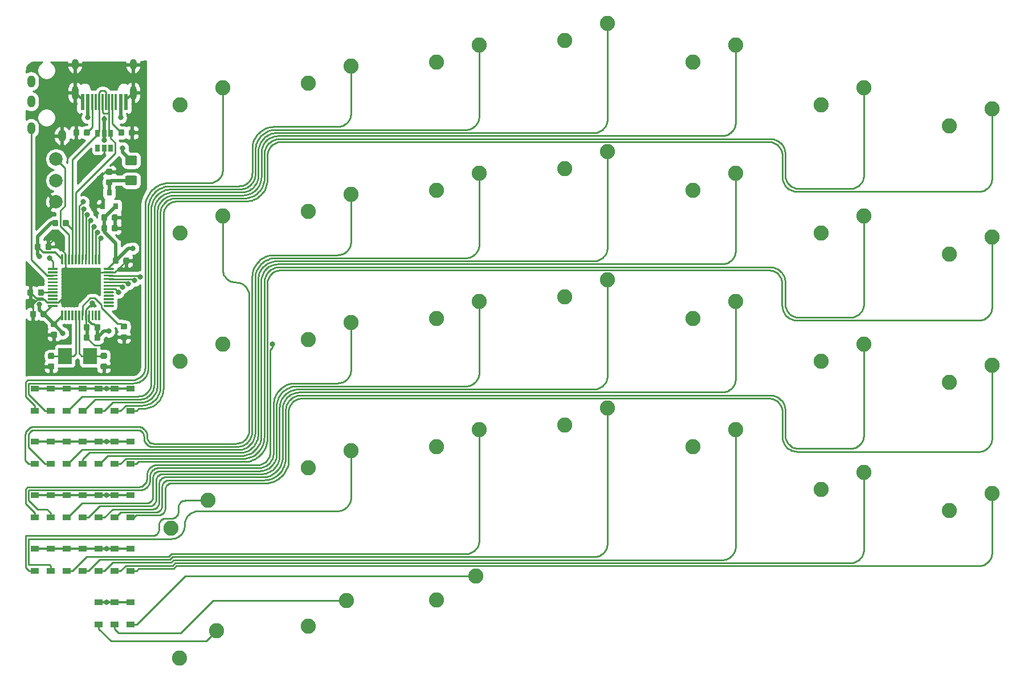
<source format=gbr>
G04 #@! TF.GenerationSoftware,KiCad,Pcbnew,(5.1.4-0)*
G04 #@! TF.CreationDate,2020-11-23T17:49:07+01:00*
G04 #@! TF.ProjectId,stm32split,73746d33-3273-4706-9c69-742e6b696361,rev?*
G04 #@! TF.SameCoordinates,Original*
G04 #@! TF.FileFunction,Copper,L1,Top*
G04 #@! TF.FilePolarity,Positive*
%FSLAX46Y46*%
G04 Gerber Fmt 4.6, Leading zero omitted, Abs format (unit mm)*
G04 Created by KiCad (PCBNEW (5.1.4-0)) date 2020-11-23 17:49:07*
%MOMM*%
%LPD*%
G04 APERTURE LIST*
%ADD10C,2.000000*%
%ADD11O,1.200000X1.800000*%
%ADD12R,2.000000X2.400000*%
%ADD13R,0.600000X2.450000*%
%ADD14R,0.300000X2.450000*%
%ADD15O,1.000000X2.100000*%
%ADD16O,1.000000X1.600000*%
%ADD17C,0.100000*%
%ADD18C,0.875000*%
%ADD19C,1.425000*%
%ADD20C,2.250000*%
%ADD21R,1.200000X0.900000*%
%ADD22R,0.800000X0.900000*%
%ADD23C,0.300000*%
%ADD24R,0.650000X1.060000*%
%ADD25C,0.800000*%
%ADD26C,0.250000*%
%ADD27C,0.300000*%
%ADD28C,0.500000*%
%ADD29C,0.254000*%
G04 APERTURE END LIST*
D10*
X99302500Y-72856250D03*
X99302500Y-69681250D03*
X99302500Y-66506250D03*
D11*
X100200000Y-63030000D03*
X95600000Y-61930000D03*
X95600000Y-57930000D03*
X95600000Y-54930000D03*
D12*
X100640000Y-95740000D03*
X104340000Y-95740000D03*
D13*
X103221250Y-58032500D03*
X109671250Y-58032500D03*
X103996250Y-58032500D03*
X108896250Y-58032500D03*
D14*
X108196250Y-58032500D03*
X104696250Y-58032500D03*
X107696250Y-58032500D03*
X105196250Y-58032500D03*
X107196250Y-58032500D03*
X105696250Y-58032500D03*
X106196250Y-58032500D03*
X106696250Y-58032500D03*
D15*
X110766250Y-56617500D03*
X102126250Y-56617500D03*
D16*
X110766250Y-52437500D03*
X102126250Y-52437500D03*
D17*
G36*
X106702691Y-76286053D02*
G01*
X106723926Y-76289203D01*
X106744750Y-76294419D01*
X106764962Y-76301651D01*
X106784368Y-76310830D01*
X106802781Y-76321866D01*
X106820024Y-76334654D01*
X106835930Y-76349070D01*
X106850346Y-76364976D01*
X106863134Y-76382219D01*
X106874170Y-76400632D01*
X106883349Y-76420038D01*
X106890581Y-76440250D01*
X106895797Y-76461074D01*
X106898947Y-76482309D01*
X106900000Y-76503750D01*
X106900000Y-77016250D01*
X106898947Y-77037691D01*
X106895797Y-77058926D01*
X106890581Y-77079750D01*
X106883349Y-77099962D01*
X106874170Y-77119368D01*
X106863134Y-77137781D01*
X106850346Y-77155024D01*
X106835930Y-77170930D01*
X106820024Y-77185346D01*
X106802781Y-77198134D01*
X106784368Y-77209170D01*
X106764962Y-77218349D01*
X106744750Y-77225581D01*
X106723926Y-77230797D01*
X106702691Y-77233947D01*
X106681250Y-77235000D01*
X106243750Y-77235000D01*
X106222309Y-77233947D01*
X106201074Y-77230797D01*
X106180250Y-77225581D01*
X106160038Y-77218349D01*
X106140632Y-77209170D01*
X106122219Y-77198134D01*
X106104976Y-77185346D01*
X106089070Y-77170930D01*
X106074654Y-77155024D01*
X106061866Y-77137781D01*
X106050830Y-77119368D01*
X106041651Y-77099962D01*
X106034419Y-77079750D01*
X106029203Y-77058926D01*
X106026053Y-77037691D01*
X106025000Y-77016250D01*
X106025000Y-76503750D01*
X106026053Y-76482309D01*
X106029203Y-76461074D01*
X106034419Y-76440250D01*
X106041651Y-76420038D01*
X106050830Y-76400632D01*
X106061866Y-76382219D01*
X106074654Y-76364976D01*
X106089070Y-76349070D01*
X106104976Y-76334654D01*
X106122219Y-76321866D01*
X106140632Y-76310830D01*
X106160038Y-76301651D01*
X106180250Y-76294419D01*
X106201074Y-76289203D01*
X106222309Y-76286053D01*
X106243750Y-76285000D01*
X106681250Y-76285000D01*
X106702691Y-76286053D01*
X106702691Y-76286053D01*
G37*
D18*
X106462500Y-76760000D03*
D17*
G36*
X108277691Y-76286053D02*
G01*
X108298926Y-76289203D01*
X108319750Y-76294419D01*
X108339962Y-76301651D01*
X108359368Y-76310830D01*
X108377781Y-76321866D01*
X108395024Y-76334654D01*
X108410930Y-76349070D01*
X108425346Y-76364976D01*
X108438134Y-76382219D01*
X108449170Y-76400632D01*
X108458349Y-76420038D01*
X108465581Y-76440250D01*
X108470797Y-76461074D01*
X108473947Y-76482309D01*
X108475000Y-76503750D01*
X108475000Y-77016250D01*
X108473947Y-77037691D01*
X108470797Y-77058926D01*
X108465581Y-77079750D01*
X108458349Y-77099962D01*
X108449170Y-77119368D01*
X108438134Y-77137781D01*
X108425346Y-77155024D01*
X108410930Y-77170930D01*
X108395024Y-77185346D01*
X108377781Y-77198134D01*
X108359368Y-77209170D01*
X108339962Y-77218349D01*
X108319750Y-77225581D01*
X108298926Y-77230797D01*
X108277691Y-77233947D01*
X108256250Y-77235000D01*
X107818750Y-77235000D01*
X107797309Y-77233947D01*
X107776074Y-77230797D01*
X107755250Y-77225581D01*
X107735038Y-77218349D01*
X107715632Y-77209170D01*
X107697219Y-77198134D01*
X107679976Y-77185346D01*
X107664070Y-77170930D01*
X107649654Y-77155024D01*
X107636866Y-77137781D01*
X107625830Y-77119368D01*
X107616651Y-77099962D01*
X107609419Y-77079750D01*
X107604203Y-77058926D01*
X107601053Y-77037691D01*
X107600000Y-77016250D01*
X107600000Y-76503750D01*
X107601053Y-76482309D01*
X107604203Y-76461074D01*
X107609419Y-76440250D01*
X107616651Y-76420038D01*
X107625830Y-76400632D01*
X107636866Y-76382219D01*
X107649654Y-76364976D01*
X107664070Y-76349070D01*
X107679976Y-76334654D01*
X107697219Y-76321866D01*
X107715632Y-76310830D01*
X107735038Y-76301651D01*
X107755250Y-76294419D01*
X107776074Y-76289203D01*
X107797309Y-76286053D01*
X107818750Y-76285000D01*
X108256250Y-76285000D01*
X108277691Y-76286053D01*
X108277691Y-76286053D01*
G37*
D18*
X108037500Y-76760000D03*
D17*
G36*
X105685191Y-92556053D02*
G01*
X105706426Y-92559203D01*
X105727250Y-92564419D01*
X105747462Y-92571651D01*
X105766868Y-92580830D01*
X105785281Y-92591866D01*
X105802524Y-92604654D01*
X105818430Y-92619070D01*
X105832846Y-92634976D01*
X105845634Y-92652219D01*
X105856670Y-92670632D01*
X105865849Y-92690038D01*
X105873081Y-92710250D01*
X105878297Y-92731074D01*
X105881447Y-92752309D01*
X105882500Y-92773750D01*
X105882500Y-93286250D01*
X105881447Y-93307691D01*
X105878297Y-93328926D01*
X105873081Y-93349750D01*
X105865849Y-93369962D01*
X105856670Y-93389368D01*
X105845634Y-93407781D01*
X105832846Y-93425024D01*
X105818430Y-93440930D01*
X105802524Y-93455346D01*
X105785281Y-93468134D01*
X105766868Y-93479170D01*
X105747462Y-93488349D01*
X105727250Y-93495581D01*
X105706426Y-93500797D01*
X105685191Y-93503947D01*
X105663750Y-93505000D01*
X105226250Y-93505000D01*
X105204809Y-93503947D01*
X105183574Y-93500797D01*
X105162750Y-93495581D01*
X105142538Y-93488349D01*
X105123132Y-93479170D01*
X105104719Y-93468134D01*
X105087476Y-93455346D01*
X105071570Y-93440930D01*
X105057154Y-93425024D01*
X105044366Y-93407781D01*
X105033330Y-93389368D01*
X105024151Y-93369962D01*
X105016919Y-93349750D01*
X105011703Y-93328926D01*
X105008553Y-93307691D01*
X105007500Y-93286250D01*
X105007500Y-92773750D01*
X105008553Y-92752309D01*
X105011703Y-92731074D01*
X105016919Y-92710250D01*
X105024151Y-92690038D01*
X105033330Y-92670632D01*
X105044366Y-92652219D01*
X105057154Y-92634976D01*
X105071570Y-92619070D01*
X105087476Y-92604654D01*
X105104719Y-92591866D01*
X105123132Y-92580830D01*
X105142538Y-92571651D01*
X105162750Y-92564419D01*
X105183574Y-92559203D01*
X105204809Y-92556053D01*
X105226250Y-92555000D01*
X105663750Y-92555000D01*
X105685191Y-92556053D01*
X105685191Y-92556053D01*
G37*
D18*
X105445000Y-93030000D03*
D17*
G36*
X104110191Y-92556053D02*
G01*
X104131426Y-92559203D01*
X104152250Y-92564419D01*
X104172462Y-92571651D01*
X104191868Y-92580830D01*
X104210281Y-92591866D01*
X104227524Y-92604654D01*
X104243430Y-92619070D01*
X104257846Y-92634976D01*
X104270634Y-92652219D01*
X104281670Y-92670632D01*
X104290849Y-92690038D01*
X104298081Y-92710250D01*
X104303297Y-92731074D01*
X104306447Y-92752309D01*
X104307500Y-92773750D01*
X104307500Y-93286250D01*
X104306447Y-93307691D01*
X104303297Y-93328926D01*
X104298081Y-93349750D01*
X104290849Y-93369962D01*
X104281670Y-93389368D01*
X104270634Y-93407781D01*
X104257846Y-93425024D01*
X104243430Y-93440930D01*
X104227524Y-93455346D01*
X104210281Y-93468134D01*
X104191868Y-93479170D01*
X104172462Y-93488349D01*
X104152250Y-93495581D01*
X104131426Y-93500797D01*
X104110191Y-93503947D01*
X104088750Y-93505000D01*
X103651250Y-93505000D01*
X103629809Y-93503947D01*
X103608574Y-93500797D01*
X103587750Y-93495581D01*
X103567538Y-93488349D01*
X103548132Y-93479170D01*
X103529719Y-93468134D01*
X103512476Y-93455346D01*
X103496570Y-93440930D01*
X103482154Y-93425024D01*
X103469366Y-93407781D01*
X103458330Y-93389368D01*
X103449151Y-93369962D01*
X103441919Y-93349750D01*
X103436703Y-93328926D01*
X103433553Y-93307691D01*
X103432500Y-93286250D01*
X103432500Y-92773750D01*
X103433553Y-92752309D01*
X103436703Y-92731074D01*
X103441919Y-92710250D01*
X103449151Y-92690038D01*
X103458330Y-92670632D01*
X103469366Y-92652219D01*
X103482154Y-92634976D01*
X103496570Y-92619070D01*
X103512476Y-92604654D01*
X103529719Y-92591866D01*
X103548132Y-92580830D01*
X103567538Y-92571651D01*
X103587750Y-92564419D01*
X103608574Y-92559203D01*
X103629809Y-92556053D01*
X103651250Y-92555000D01*
X104088750Y-92555000D01*
X104110191Y-92556053D01*
X104110191Y-92556053D01*
G37*
D18*
X103870000Y-93030000D03*
D17*
G36*
X105677691Y-91023553D02*
G01*
X105698926Y-91026703D01*
X105719750Y-91031919D01*
X105739962Y-91039151D01*
X105759368Y-91048330D01*
X105777781Y-91059366D01*
X105795024Y-91072154D01*
X105810930Y-91086570D01*
X105825346Y-91102476D01*
X105838134Y-91119719D01*
X105849170Y-91138132D01*
X105858349Y-91157538D01*
X105865581Y-91177750D01*
X105870797Y-91198574D01*
X105873947Y-91219809D01*
X105875000Y-91241250D01*
X105875000Y-91753750D01*
X105873947Y-91775191D01*
X105870797Y-91796426D01*
X105865581Y-91817250D01*
X105858349Y-91837462D01*
X105849170Y-91856868D01*
X105838134Y-91875281D01*
X105825346Y-91892524D01*
X105810930Y-91908430D01*
X105795024Y-91922846D01*
X105777781Y-91935634D01*
X105759368Y-91946670D01*
X105739962Y-91955849D01*
X105719750Y-91963081D01*
X105698926Y-91968297D01*
X105677691Y-91971447D01*
X105656250Y-91972500D01*
X105218750Y-91972500D01*
X105197309Y-91971447D01*
X105176074Y-91968297D01*
X105155250Y-91963081D01*
X105135038Y-91955849D01*
X105115632Y-91946670D01*
X105097219Y-91935634D01*
X105079976Y-91922846D01*
X105064070Y-91908430D01*
X105049654Y-91892524D01*
X105036866Y-91875281D01*
X105025830Y-91856868D01*
X105016651Y-91837462D01*
X105009419Y-91817250D01*
X105004203Y-91796426D01*
X105001053Y-91775191D01*
X105000000Y-91753750D01*
X105000000Y-91241250D01*
X105001053Y-91219809D01*
X105004203Y-91198574D01*
X105009419Y-91177750D01*
X105016651Y-91157538D01*
X105025830Y-91138132D01*
X105036866Y-91119719D01*
X105049654Y-91102476D01*
X105064070Y-91086570D01*
X105079976Y-91072154D01*
X105097219Y-91059366D01*
X105115632Y-91048330D01*
X105135038Y-91039151D01*
X105155250Y-91031919D01*
X105176074Y-91026703D01*
X105197309Y-91023553D01*
X105218750Y-91022500D01*
X105656250Y-91022500D01*
X105677691Y-91023553D01*
X105677691Y-91023553D01*
G37*
D18*
X105437500Y-91497500D03*
D17*
G36*
X104102691Y-91023553D02*
G01*
X104123926Y-91026703D01*
X104144750Y-91031919D01*
X104164962Y-91039151D01*
X104184368Y-91048330D01*
X104202781Y-91059366D01*
X104220024Y-91072154D01*
X104235930Y-91086570D01*
X104250346Y-91102476D01*
X104263134Y-91119719D01*
X104274170Y-91138132D01*
X104283349Y-91157538D01*
X104290581Y-91177750D01*
X104295797Y-91198574D01*
X104298947Y-91219809D01*
X104300000Y-91241250D01*
X104300000Y-91753750D01*
X104298947Y-91775191D01*
X104295797Y-91796426D01*
X104290581Y-91817250D01*
X104283349Y-91837462D01*
X104274170Y-91856868D01*
X104263134Y-91875281D01*
X104250346Y-91892524D01*
X104235930Y-91908430D01*
X104220024Y-91922846D01*
X104202781Y-91935634D01*
X104184368Y-91946670D01*
X104164962Y-91955849D01*
X104144750Y-91963081D01*
X104123926Y-91968297D01*
X104102691Y-91971447D01*
X104081250Y-91972500D01*
X103643750Y-91972500D01*
X103622309Y-91971447D01*
X103601074Y-91968297D01*
X103580250Y-91963081D01*
X103560038Y-91955849D01*
X103540632Y-91946670D01*
X103522219Y-91935634D01*
X103504976Y-91922846D01*
X103489070Y-91908430D01*
X103474654Y-91892524D01*
X103461866Y-91875281D01*
X103450830Y-91856868D01*
X103441651Y-91837462D01*
X103434419Y-91817250D01*
X103429203Y-91796426D01*
X103426053Y-91775191D01*
X103425000Y-91753750D01*
X103425000Y-91241250D01*
X103426053Y-91219809D01*
X103429203Y-91198574D01*
X103434419Y-91177750D01*
X103441651Y-91157538D01*
X103450830Y-91138132D01*
X103461866Y-91119719D01*
X103474654Y-91102476D01*
X103489070Y-91086570D01*
X103504976Y-91072154D01*
X103522219Y-91059366D01*
X103540632Y-91048330D01*
X103560038Y-91039151D01*
X103580250Y-91031919D01*
X103601074Y-91026703D01*
X103622309Y-91023553D01*
X103643750Y-91022500D01*
X104081250Y-91022500D01*
X104102691Y-91023553D01*
X104102691Y-91023553D01*
G37*
D18*
X103862500Y-91497500D03*
D17*
G36*
X99277691Y-90583553D02*
G01*
X99298926Y-90586703D01*
X99319750Y-90591919D01*
X99339962Y-90599151D01*
X99359368Y-90608330D01*
X99377781Y-90619366D01*
X99395024Y-90632154D01*
X99410930Y-90646570D01*
X99425346Y-90662476D01*
X99438134Y-90679719D01*
X99449170Y-90698132D01*
X99458349Y-90717538D01*
X99465581Y-90737750D01*
X99470797Y-90758574D01*
X99473947Y-90779809D01*
X99475000Y-90801250D01*
X99475000Y-91238750D01*
X99473947Y-91260191D01*
X99470797Y-91281426D01*
X99465581Y-91302250D01*
X99458349Y-91322462D01*
X99449170Y-91341868D01*
X99438134Y-91360281D01*
X99425346Y-91377524D01*
X99410930Y-91393430D01*
X99395024Y-91407846D01*
X99377781Y-91420634D01*
X99359368Y-91431670D01*
X99339962Y-91440849D01*
X99319750Y-91448081D01*
X99298926Y-91453297D01*
X99277691Y-91456447D01*
X99256250Y-91457500D01*
X98743750Y-91457500D01*
X98722309Y-91456447D01*
X98701074Y-91453297D01*
X98680250Y-91448081D01*
X98660038Y-91440849D01*
X98640632Y-91431670D01*
X98622219Y-91420634D01*
X98604976Y-91407846D01*
X98589070Y-91393430D01*
X98574654Y-91377524D01*
X98561866Y-91360281D01*
X98550830Y-91341868D01*
X98541651Y-91322462D01*
X98534419Y-91302250D01*
X98529203Y-91281426D01*
X98526053Y-91260191D01*
X98525000Y-91238750D01*
X98525000Y-90801250D01*
X98526053Y-90779809D01*
X98529203Y-90758574D01*
X98534419Y-90737750D01*
X98541651Y-90717538D01*
X98550830Y-90698132D01*
X98561866Y-90679719D01*
X98574654Y-90662476D01*
X98589070Y-90646570D01*
X98604976Y-90632154D01*
X98622219Y-90619366D01*
X98640632Y-90608330D01*
X98660038Y-90599151D01*
X98680250Y-90591919D01*
X98701074Y-90586703D01*
X98722309Y-90583553D01*
X98743750Y-90582500D01*
X99256250Y-90582500D01*
X99277691Y-90583553D01*
X99277691Y-90583553D01*
G37*
D18*
X99000000Y-91020000D03*
D17*
G36*
X99277691Y-92158553D02*
G01*
X99298926Y-92161703D01*
X99319750Y-92166919D01*
X99339962Y-92174151D01*
X99359368Y-92183330D01*
X99377781Y-92194366D01*
X99395024Y-92207154D01*
X99410930Y-92221570D01*
X99425346Y-92237476D01*
X99438134Y-92254719D01*
X99449170Y-92273132D01*
X99458349Y-92292538D01*
X99465581Y-92312750D01*
X99470797Y-92333574D01*
X99473947Y-92354809D01*
X99475000Y-92376250D01*
X99475000Y-92813750D01*
X99473947Y-92835191D01*
X99470797Y-92856426D01*
X99465581Y-92877250D01*
X99458349Y-92897462D01*
X99449170Y-92916868D01*
X99438134Y-92935281D01*
X99425346Y-92952524D01*
X99410930Y-92968430D01*
X99395024Y-92982846D01*
X99377781Y-92995634D01*
X99359368Y-93006670D01*
X99339962Y-93015849D01*
X99319750Y-93023081D01*
X99298926Y-93028297D01*
X99277691Y-93031447D01*
X99256250Y-93032500D01*
X98743750Y-93032500D01*
X98722309Y-93031447D01*
X98701074Y-93028297D01*
X98680250Y-93023081D01*
X98660038Y-93015849D01*
X98640632Y-93006670D01*
X98622219Y-92995634D01*
X98604976Y-92982846D01*
X98589070Y-92968430D01*
X98574654Y-92952524D01*
X98561866Y-92935281D01*
X98550830Y-92916868D01*
X98541651Y-92897462D01*
X98534419Y-92877250D01*
X98529203Y-92856426D01*
X98526053Y-92835191D01*
X98525000Y-92813750D01*
X98525000Y-92376250D01*
X98526053Y-92354809D01*
X98529203Y-92333574D01*
X98534419Y-92312750D01*
X98541651Y-92292538D01*
X98550830Y-92273132D01*
X98561866Y-92254719D01*
X98574654Y-92237476D01*
X98589070Y-92221570D01*
X98604976Y-92207154D01*
X98622219Y-92194366D01*
X98640632Y-92183330D01*
X98660038Y-92174151D01*
X98680250Y-92166919D01*
X98701074Y-92161703D01*
X98722309Y-92158553D01*
X98743750Y-92157500D01*
X99256250Y-92157500D01*
X99277691Y-92158553D01*
X99277691Y-92158553D01*
G37*
D18*
X99000000Y-92595000D03*
D17*
G36*
X96830191Y-79066053D02*
G01*
X96851426Y-79069203D01*
X96872250Y-79074419D01*
X96892462Y-79081651D01*
X96911868Y-79090830D01*
X96930281Y-79101866D01*
X96947524Y-79114654D01*
X96963430Y-79129070D01*
X96977846Y-79144976D01*
X96990634Y-79162219D01*
X97001670Y-79180632D01*
X97010849Y-79200038D01*
X97018081Y-79220250D01*
X97023297Y-79241074D01*
X97026447Y-79262309D01*
X97027500Y-79283750D01*
X97027500Y-79796250D01*
X97026447Y-79817691D01*
X97023297Y-79838926D01*
X97018081Y-79859750D01*
X97010849Y-79879962D01*
X97001670Y-79899368D01*
X96990634Y-79917781D01*
X96977846Y-79935024D01*
X96963430Y-79950930D01*
X96947524Y-79965346D01*
X96930281Y-79978134D01*
X96911868Y-79989170D01*
X96892462Y-79998349D01*
X96872250Y-80005581D01*
X96851426Y-80010797D01*
X96830191Y-80013947D01*
X96808750Y-80015000D01*
X96371250Y-80015000D01*
X96349809Y-80013947D01*
X96328574Y-80010797D01*
X96307750Y-80005581D01*
X96287538Y-79998349D01*
X96268132Y-79989170D01*
X96249719Y-79978134D01*
X96232476Y-79965346D01*
X96216570Y-79950930D01*
X96202154Y-79935024D01*
X96189366Y-79917781D01*
X96178330Y-79899368D01*
X96169151Y-79879962D01*
X96161919Y-79859750D01*
X96156703Y-79838926D01*
X96153553Y-79817691D01*
X96152500Y-79796250D01*
X96152500Y-79283750D01*
X96153553Y-79262309D01*
X96156703Y-79241074D01*
X96161919Y-79220250D01*
X96169151Y-79200038D01*
X96178330Y-79180632D01*
X96189366Y-79162219D01*
X96202154Y-79144976D01*
X96216570Y-79129070D01*
X96232476Y-79114654D01*
X96249719Y-79101866D01*
X96268132Y-79090830D01*
X96287538Y-79081651D01*
X96307750Y-79074419D01*
X96328574Y-79069203D01*
X96349809Y-79066053D01*
X96371250Y-79065000D01*
X96808750Y-79065000D01*
X96830191Y-79066053D01*
X96830191Y-79066053D01*
G37*
D18*
X96590000Y-79540000D03*
D17*
G36*
X98405191Y-79066053D02*
G01*
X98426426Y-79069203D01*
X98447250Y-79074419D01*
X98467462Y-79081651D01*
X98486868Y-79090830D01*
X98505281Y-79101866D01*
X98522524Y-79114654D01*
X98538430Y-79129070D01*
X98552846Y-79144976D01*
X98565634Y-79162219D01*
X98576670Y-79180632D01*
X98585849Y-79200038D01*
X98593081Y-79220250D01*
X98598297Y-79241074D01*
X98601447Y-79262309D01*
X98602500Y-79283750D01*
X98602500Y-79796250D01*
X98601447Y-79817691D01*
X98598297Y-79838926D01*
X98593081Y-79859750D01*
X98585849Y-79879962D01*
X98576670Y-79899368D01*
X98565634Y-79917781D01*
X98552846Y-79935024D01*
X98538430Y-79950930D01*
X98522524Y-79965346D01*
X98505281Y-79978134D01*
X98486868Y-79989170D01*
X98467462Y-79998349D01*
X98447250Y-80005581D01*
X98426426Y-80010797D01*
X98405191Y-80013947D01*
X98383750Y-80015000D01*
X97946250Y-80015000D01*
X97924809Y-80013947D01*
X97903574Y-80010797D01*
X97882750Y-80005581D01*
X97862538Y-79998349D01*
X97843132Y-79989170D01*
X97824719Y-79978134D01*
X97807476Y-79965346D01*
X97791570Y-79950930D01*
X97777154Y-79935024D01*
X97764366Y-79917781D01*
X97753330Y-79899368D01*
X97744151Y-79879962D01*
X97736919Y-79859750D01*
X97731703Y-79838926D01*
X97728553Y-79817691D01*
X97727500Y-79796250D01*
X97727500Y-79283750D01*
X97728553Y-79262309D01*
X97731703Y-79241074D01*
X97736919Y-79220250D01*
X97744151Y-79200038D01*
X97753330Y-79180632D01*
X97764366Y-79162219D01*
X97777154Y-79144976D01*
X97791570Y-79129070D01*
X97807476Y-79114654D01*
X97824719Y-79101866D01*
X97843132Y-79090830D01*
X97862538Y-79081651D01*
X97882750Y-79074419D01*
X97903574Y-79069203D01*
X97924809Y-79066053D01*
X97946250Y-79065000D01*
X98383750Y-79065000D01*
X98405191Y-79066053D01*
X98405191Y-79066053D01*
G37*
D18*
X98165000Y-79540000D03*
D17*
G36*
X108410191Y-81126053D02*
G01*
X108431426Y-81129203D01*
X108452250Y-81134419D01*
X108472462Y-81141651D01*
X108491868Y-81150830D01*
X108510281Y-81161866D01*
X108527524Y-81174654D01*
X108543430Y-81189070D01*
X108557846Y-81204976D01*
X108570634Y-81222219D01*
X108581670Y-81240632D01*
X108590849Y-81260038D01*
X108598081Y-81280250D01*
X108603297Y-81301074D01*
X108606447Y-81322309D01*
X108607500Y-81343750D01*
X108607500Y-81856250D01*
X108606447Y-81877691D01*
X108603297Y-81898926D01*
X108598081Y-81919750D01*
X108590849Y-81939962D01*
X108581670Y-81959368D01*
X108570634Y-81977781D01*
X108557846Y-81995024D01*
X108543430Y-82010930D01*
X108527524Y-82025346D01*
X108510281Y-82038134D01*
X108491868Y-82049170D01*
X108472462Y-82058349D01*
X108452250Y-82065581D01*
X108431426Y-82070797D01*
X108410191Y-82073947D01*
X108388750Y-82075000D01*
X107951250Y-82075000D01*
X107929809Y-82073947D01*
X107908574Y-82070797D01*
X107887750Y-82065581D01*
X107867538Y-82058349D01*
X107848132Y-82049170D01*
X107829719Y-82038134D01*
X107812476Y-82025346D01*
X107796570Y-82010930D01*
X107782154Y-81995024D01*
X107769366Y-81977781D01*
X107758330Y-81959368D01*
X107749151Y-81939962D01*
X107741919Y-81919750D01*
X107736703Y-81898926D01*
X107733553Y-81877691D01*
X107732500Y-81856250D01*
X107732500Y-81343750D01*
X107733553Y-81322309D01*
X107736703Y-81301074D01*
X107741919Y-81280250D01*
X107749151Y-81260038D01*
X107758330Y-81240632D01*
X107769366Y-81222219D01*
X107782154Y-81204976D01*
X107796570Y-81189070D01*
X107812476Y-81174654D01*
X107829719Y-81161866D01*
X107848132Y-81150830D01*
X107867538Y-81141651D01*
X107887750Y-81134419D01*
X107908574Y-81129203D01*
X107929809Y-81126053D01*
X107951250Y-81125000D01*
X108388750Y-81125000D01*
X108410191Y-81126053D01*
X108410191Y-81126053D01*
G37*
D18*
X108170000Y-81600000D03*
D17*
G36*
X109985191Y-81126053D02*
G01*
X110006426Y-81129203D01*
X110027250Y-81134419D01*
X110047462Y-81141651D01*
X110066868Y-81150830D01*
X110085281Y-81161866D01*
X110102524Y-81174654D01*
X110118430Y-81189070D01*
X110132846Y-81204976D01*
X110145634Y-81222219D01*
X110156670Y-81240632D01*
X110165849Y-81260038D01*
X110173081Y-81280250D01*
X110178297Y-81301074D01*
X110181447Y-81322309D01*
X110182500Y-81343750D01*
X110182500Y-81856250D01*
X110181447Y-81877691D01*
X110178297Y-81898926D01*
X110173081Y-81919750D01*
X110165849Y-81939962D01*
X110156670Y-81959368D01*
X110145634Y-81977781D01*
X110132846Y-81995024D01*
X110118430Y-82010930D01*
X110102524Y-82025346D01*
X110085281Y-82038134D01*
X110066868Y-82049170D01*
X110047462Y-82058349D01*
X110027250Y-82065581D01*
X110006426Y-82070797D01*
X109985191Y-82073947D01*
X109963750Y-82075000D01*
X109526250Y-82075000D01*
X109504809Y-82073947D01*
X109483574Y-82070797D01*
X109462750Y-82065581D01*
X109442538Y-82058349D01*
X109423132Y-82049170D01*
X109404719Y-82038134D01*
X109387476Y-82025346D01*
X109371570Y-82010930D01*
X109357154Y-81995024D01*
X109344366Y-81977781D01*
X109333330Y-81959368D01*
X109324151Y-81939962D01*
X109316919Y-81919750D01*
X109311703Y-81898926D01*
X109308553Y-81877691D01*
X109307500Y-81856250D01*
X109307500Y-81343750D01*
X109308553Y-81322309D01*
X109311703Y-81301074D01*
X109316919Y-81280250D01*
X109324151Y-81260038D01*
X109333330Y-81240632D01*
X109344366Y-81222219D01*
X109357154Y-81204976D01*
X109371570Y-81189070D01*
X109387476Y-81174654D01*
X109404719Y-81161866D01*
X109423132Y-81150830D01*
X109442538Y-81141651D01*
X109462750Y-81134419D01*
X109483574Y-81129203D01*
X109504809Y-81126053D01*
X109526250Y-81125000D01*
X109963750Y-81125000D01*
X109985191Y-81126053D01*
X109985191Y-81126053D01*
G37*
D18*
X109745000Y-81600000D03*
D17*
G36*
X97710191Y-89046053D02*
G01*
X97731426Y-89049203D01*
X97752250Y-89054419D01*
X97772462Y-89061651D01*
X97791868Y-89070830D01*
X97810281Y-89081866D01*
X97827524Y-89094654D01*
X97843430Y-89109070D01*
X97857846Y-89124976D01*
X97870634Y-89142219D01*
X97881670Y-89160632D01*
X97890849Y-89180038D01*
X97898081Y-89200250D01*
X97903297Y-89221074D01*
X97906447Y-89242309D01*
X97907500Y-89263750D01*
X97907500Y-89776250D01*
X97906447Y-89797691D01*
X97903297Y-89818926D01*
X97898081Y-89839750D01*
X97890849Y-89859962D01*
X97881670Y-89879368D01*
X97870634Y-89897781D01*
X97857846Y-89915024D01*
X97843430Y-89930930D01*
X97827524Y-89945346D01*
X97810281Y-89958134D01*
X97791868Y-89969170D01*
X97772462Y-89978349D01*
X97752250Y-89985581D01*
X97731426Y-89990797D01*
X97710191Y-89993947D01*
X97688750Y-89995000D01*
X97251250Y-89995000D01*
X97229809Y-89993947D01*
X97208574Y-89990797D01*
X97187750Y-89985581D01*
X97167538Y-89978349D01*
X97148132Y-89969170D01*
X97129719Y-89958134D01*
X97112476Y-89945346D01*
X97096570Y-89930930D01*
X97082154Y-89915024D01*
X97069366Y-89897781D01*
X97058330Y-89879368D01*
X97049151Y-89859962D01*
X97041919Y-89839750D01*
X97036703Y-89818926D01*
X97033553Y-89797691D01*
X97032500Y-89776250D01*
X97032500Y-89263750D01*
X97033553Y-89242309D01*
X97036703Y-89221074D01*
X97041919Y-89200250D01*
X97049151Y-89180038D01*
X97058330Y-89160632D01*
X97069366Y-89142219D01*
X97082154Y-89124976D01*
X97096570Y-89109070D01*
X97112476Y-89094654D01*
X97129719Y-89081866D01*
X97148132Y-89070830D01*
X97167538Y-89061651D01*
X97187750Y-89054419D01*
X97208574Y-89049203D01*
X97229809Y-89046053D01*
X97251250Y-89045000D01*
X97688750Y-89045000D01*
X97710191Y-89046053D01*
X97710191Y-89046053D01*
G37*
D18*
X97470000Y-89520000D03*
D17*
G36*
X96135191Y-89046053D02*
G01*
X96156426Y-89049203D01*
X96177250Y-89054419D01*
X96197462Y-89061651D01*
X96216868Y-89070830D01*
X96235281Y-89081866D01*
X96252524Y-89094654D01*
X96268430Y-89109070D01*
X96282846Y-89124976D01*
X96295634Y-89142219D01*
X96306670Y-89160632D01*
X96315849Y-89180038D01*
X96323081Y-89200250D01*
X96328297Y-89221074D01*
X96331447Y-89242309D01*
X96332500Y-89263750D01*
X96332500Y-89776250D01*
X96331447Y-89797691D01*
X96328297Y-89818926D01*
X96323081Y-89839750D01*
X96315849Y-89859962D01*
X96306670Y-89879368D01*
X96295634Y-89897781D01*
X96282846Y-89915024D01*
X96268430Y-89930930D01*
X96252524Y-89945346D01*
X96235281Y-89958134D01*
X96216868Y-89969170D01*
X96197462Y-89978349D01*
X96177250Y-89985581D01*
X96156426Y-89990797D01*
X96135191Y-89993947D01*
X96113750Y-89995000D01*
X95676250Y-89995000D01*
X95654809Y-89993947D01*
X95633574Y-89990797D01*
X95612750Y-89985581D01*
X95592538Y-89978349D01*
X95573132Y-89969170D01*
X95554719Y-89958134D01*
X95537476Y-89945346D01*
X95521570Y-89930930D01*
X95507154Y-89915024D01*
X95494366Y-89897781D01*
X95483330Y-89879368D01*
X95474151Y-89859962D01*
X95466919Y-89839750D01*
X95461703Y-89818926D01*
X95458553Y-89797691D01*
X95457500Y-89776250D01*
X95457500Y-89263750D01*
X95458553Y-89242309D01*
X95461703Y-89221074D01*
X95466919Y-89200250D01*
X95474151Y-89180038D01*
X95483330Y-89160632D01*
X95494366Y-89142219D01*
X95507154Y-89124976D01*
X95521570Y-89109070D01*
X95537476Y-89094654D01*
X95554719Y-89081866D01*
X95573132Y-89070830D01*
X95592538Y-89061651D01*
X95612750Y-89054419D01*
X95633574Y-89049203D01*
X95654809Y-89046053D01*
X95676250Y-89045000D01*
X96113750Y-89045000D01*
X96135191Y-89046053D01*
X96135191Y-89046053D01*
G37*
D18*
X95895000Y-89520000D03*
D17*
G36*
X101000191Y-75516053D02*
G01*
X101021426Y-75519203D01*
X101042250Y-75524419D01*
X101062462Y-75531651D01*
X101081868Y-75540830D01*
X101100281Y-75551866D01*
X101117524Y-75564654D01*
X101133430Y-75579070D01*
X101147846Y-75594976D01*
X101160634Y-75612219D01*
X101171670Y-75630632D01*
X101180849Y-75650038D01*
X101188081Y-75670250D01*
X101193297Y-75691074D01*
X101196447Y-75712309D01*
X101197500Y-75733750D01*
X101197500Y-76246250D01*
X101196447Y-76267691D01*
X101193297Y-76288926D01*
X101188081Y-76309750D01*
X101180849Y-76329962D01*
X101171670Y-76349368D01*
X101160634Y-76367781D01*
X101147846Y-76385024D01*
X101133430Y-76400930D01*
X101117524Y-76415346D01*
X101100281Y-76428134D01*
X101081868Y-76439170D01*
X101062462Y-76448349D01*
X101042250Y-76455581D01*
X101021426Y-76460797D01*
X101000191Y-76463947D01*
X100978750Y-76465000D01*
X100541250Y-76465000D01*
X100519809Y-76463947D01*
X100498574Y-76460797D01*
X100477750Y-76455581D01*
X100457538Y-76448349D01*
X100438132Y-76439170D01*
X100419719Y-76428134D01*
X100402476Y-76415346D01*
X100386570Y-76400930D01*
X100372154Y-76385024D01*
X100359366Y-76367781D01*
X100348330Y-76349368D01*
X100339151Y-76329962D01*
X100331919Y-76309750D01*
X100326703Y-76288926D01*
X100323553Y-76267691D01*
X100322500Y-76246250D01*
X100322500Y-75733750D01*
X100323553Y-75712309D01*
X100326703Y-75691074D01*
X100331919Y-75670250D01*
X100339151Y-75650038D01*
X100348330Y-75630632D01*
X100359366Y-75612219D01*
X100372154Y-75594976D01*
X100386570Y-75579070D01*
X100402476Y-75564654D01*
X100419719Y-75551866D01*
X100438132Y-75540830D01*
X100457538Y-75531651D01*
X100477750Y-75524419D01*
X100498574Y-75519203D01*
X100519809Y-75516053D01*
X100541250Y-75515000D01*
X100978750Y-75515000D01*
X101000191Y-75516053D01*
X101000191Y-75516053D01*
G37*
D18*
X100760000Y-75990000D03*
D17*
G36*
X99425191Y-75516053D02*
G01*
X99446426Y-75519203D01*
X99467250Y-75524419D01*
X99487462Y-75531651D01*
X99506868Y-75540830D01*
X99525281Y-75551866D01*
X99542524Y-75564654D01*
X99558430Y-75579070D01*
X99572846Y-75594976D01*
X99585634Y-75612219D01*
X99596670Y-75630632D01*
X99605849Y-75650038D01*
X99613081Y-75670250D01*
X99618297Y-75691074D01*
X99621447Y-75712309D01*
X99622500Y-75733750D01*
X99622500Y-76246250D01*
X99621447Y-76267691D01*
X99618297Y-76288926D01*
X99613081Y-76309750D01*
X99605849Y-76329962D01*
X99596670Y-76349368D01*
X99585634Y-76367781D01*
X99572846Y-76385024D01*
X99558430Y-76400930D01*
X99542524Y-76415346D01*
X99525281Y-76428134D01*
X99506868Y-76439170D01*
X99487462Y-76448349D01*
X99467250Y-76455581D01*
X99446426Y-76460797D01*
X99425191Y-76463947D01*
X99403750Y-76465000D01*
X98966250Y-76465000D01*
X98944809Y-76463947D01*
X98923574Y-76460797D01*
X98902750Y-76455581D01*
X98882538Y-76448349D01*
X98863132Y-76439170D01*
X98844719Y-76428134D01*
X98827476Y-76415346D01*
X98811570Y-76400930D01*
X98797154Y-76385024D01*
X98784366Y-76367781D01*
X98773330Y-76349368D01*
X98764151Y-76329962D01*
X98756919Y-76309750D01*
X98751703Y-76288926D01*
X98748553Y-76267691D01*
X98747500Y-76246250D01*
X98747500Y-75733750D01*
X98748553Y-75712309D01*
X98751703Y-75691074D01*
X98756919Y-75670250D01*
X98764151Y-75650038D01*
X98773330Y-75630632D01*
X98784366Y-75612219D01*
X98797154Y-75594976D01*
X98811570Y-75579070D01*
X98827476Y-75564654D01*
X98844719Y-75551866D01*
X98863132Y-75540830D01*
X98882538Y-75531651D01*
X98902750Y-75524419D01*
X98923574Y-75519203D01*
X98944809Y-75516053D01*
X98966250Y-75515000D01*
X99403750Y-75515000D01*
X99425191Y-75516053D01*
X99425191Y-75516053D01*
G37*
D18*
X99185000Y-75990000D03*
D17*
G36*
X104130191Y-62076053D02*
G01*
X104151426Y-62079203D01*
X104172250Y-62084419D01*
X104192462Y-62091651D01*
X104211868Y-62100830D01*
X104230281Y-62111866D01*
X104247524Y-62124654D01*
X104263430Y-62139070D01*
X104277846Y-62154976D01*
X104290634Y-62172219D01*
X104301670Y-62190632D01*
X104310849Y-62210038D01*
X104318081Y-62230250D01*
X104323297Y-62251074D01*
X104326447Y-62272309D01*
X104327500Y-62293750D01*
X104327500Y-62806250D01*
X104326447Y-62827691D01*
X104323297Y-62848926D01*
X104318081Y-62869750D01*
X104310849Y-62889962D01*
X104301670Y-62909368D01*
X104290634Y-62927781D01*
X104277846Y-62945024D01*
X104263430Y-62960930D01*
X104247524Y-62975346D01*
X104230281Y-62988134D01*
X104211868Y-62999170D01*
X104192462Y-63008349D01*
X104172250Y-63015581D01*
X104151426Y-63020797D01*
X104130191Y-63023947D01*
X104108750Y-63025000D01*
X103671250Y-63025000D01*
X103649809Y-63023947D01*
X103628574Y-63020797D01*
X103607750Y-63015581D01*
X103587538Y-63008349D01*
X103568132Y-62999170D01*
X103549719Y-62988134D01*
X103532476Y-62975346D01*
X103516570Y-62960930D01*
X103502154Y-62945024D01*
X103489366Y-62927781D01*
X103478330Y-62909368D01*
X103469151Y-62889962D01*
X103461919Y-62869750D01*
X103456703Y-62848926D01*
X103453553Y-62827691D01*
X103452500Y-62806250D01*
X103452500Y-62293750D01*
X103453553Y-62272309D01*
X103456703Y-62251074D01*
X103461919Y-62230250D01*
X103469151Y-62210038D01*
X103478330Y-62190632D01*
X103489366Y-62172219D01*
X103502154Y-62154976D01*
X103516570Y-62139070D01*
X103532476Y-62124654D01*
X103549719Y-62111866D01*
X103568132Y-62100830D01*
X103587538Y-62091651D01*
X103607750Y-62084419D01*
X103628574Y-62079203D01*
X103649809Y-62076053D01*
X103671250Y-62075000D01*
X104108750Y-62075000D01*
X104130191Y-62076053D01*
X104130191Y-62076053D01*
G37*
D18*
X103890000Y-62550000D03*
D17*
G36*
X102555191Y-62076053D02*
G01*
X102576426Y-62079203D01*
X102597250Y-62084419D01*
X102617462Y-62091651D01*
X102636868Y-62100830D01*
X102655281Y-62111866D01*
X102672524Y-62124654D01*
X102688430Y-62139070D01*
X102702846Y-62154976D01*
X102715634Y-62172219D01*
X102726670Y-62190632D01*
X102735849Y-62210038D01*
X102743081Y-62230250D01*
X102748297Y-62251074D01*
X102751447Y-62272309D01*
X102752500Y-62293750D01*
X102752500Y-62806250D01*
X102751447Y-62827691D01*
X102748297Y-62848926D01*
X102743081Y-62869750D01*
X102735849Y-62889962D01*
X102726670Y-62909368D01*
X102715634Y-62927781D01*
X102702846Y-62945024D01*
X102688430Y-62960930D01*
X102672524Y-62975346D01*
X102655281Y-62988134D01*
X102636868Y-62999170D01*
X102617462Y-63008349D01*
X102597250Y-63015581D01*
X102576426Y-63020797D01*
X102555191Y-63023947D01*
X102533750Y-63025000D01*
X102096250Y-63025000D01*
X102074809Y-63023947D01*
X102053574Y-63020797D01*
X102032750Y-63015581D01*
X102012538Y-63008349D01*
X101993132Y-62999170D01*
X101974719Y-62988134D01*
X101957476Y-62975346D01*
X101941570Y-62960930D01*
X101927154Y-62945024D01*
X101914366Y-62927781D01*
X101903330Y-62909368D01*
X101894151Y-62889962D01*
X101886919Y-62869750D01*
X101881703Y-62848926D01*
X101878553Y-62827691D01*
X101877500Y-62806250D01*
X101877500Y-62293750D01*
X101878553Y-62272309D01*
X101881703Y-62251074D01*
X101886919Y-62230250D01*
X101894151Y-62210038D01*
X101903330Y-62190632D01*
X101914366Y-62172219D01*
X101927154Y-62154976D01*
X101941570Y-62139070D01*
X101957476Y-62124654D01*
X101974719Y-62111866D01*
X101993132Y-62100830D01*
X102012538Y-62091651D01*
X102032750Y-62084419D01*
X102053574Y-62079203D01*
X102074809Y-62076053D01*
X102096250Y-62075000D01*
X102533750Y-62075000D01*
X102555191Y-62076053D01*
X102555191Y-62076053D01*
G37*
D18*
X102315000Y-62550000D03*
D17*
G36*
X109242691Y-62083553D02*
G01*
X109263926Y-62086703D01*
X109284750Y-62091919D01*
X109304962Y-62099151D01*
X109324368Y-62108330D01*
X109342781Y-62119366D01*
X109360024Y-62132154D01*
X109375930Y-62146570D01*
X109390346Y-62162476D01*
X109403134Y-62179719D01*
X109414170Y-62198132D01*
X109423349Y-62217538D01*
X109430581Y-62237750D01*
X109435797Y-62258574D01*
X109438947Y-62279809D01*
X109440000Y-62301250D01*
X109440000Y-62813750D01*
X109438947Y-62835191D01*
X109435797Y-62856426D01*
X109430581Y-62877250D01*
X109423349Y-62897462D01*
X109414170Y-62916868D01*
X109403134Y-62935281D01*
X109390346Y-62952524D01*
X109375930Y-62968430D01*
X109360024Y-62982846D01*
X109342781Y-62995634D01*
X109324368Y-63006670D01*
X109304962Y-63015849D01*
X109284750Y-63023081D01*
X109263926Y-63028297D01*
X109242691Y-63031447D01*
X109221250Y-63032500D01*
X108783750Y-63032500D01*
X108762309Y-63031447D01*
X108741074Y-63028297D01*
X108720250Y-63023081D01*
X108700038Y-63015849D01*
X108680632Y-63006670D01*
X108662219Y-62995634D01*
X108644976Y-62982846D01*
X108629070Y-62968430D01*
X108614654Y-62952524D01*
X108601866Y-62935281D01*
X108590830Y-62916868D01*
X108581651Y-62897462D01*
X108574419Y-62877250D01*
X108569203Y-62856426D01*
X108566053Y-62835191D01*
X108565000Y-62813750D01*
X108565000Y-62301250D01*
X108566053Y-62279809D01*
X108569203Y-62258574D01*
X108574419Y-62237750D01*
X108581651Y-62217538D01*
X108590830Y-62198132D01*
X108601866Y-62179719D01*
X108614654Y-62162476D01*
X108629070Y-62146570D01*
X108644976Y-62132154D01*
X108662219Y-62119366D01*
X108680632Y-62108330D01*
X108700038Y-62099151D01*
X108720250Y-62091919D01*
X108741074Y-62086703D01*
X108762309Y-62083553D01*
X108783750Y-62082500D01*
X109221250Y-62082500D01*
X109242691Y-62083553D01*
X109242691Y-62083553D01*
G37*
D18*
X109002500Y-62557500D03*
D17*
G36*
X110817691Y-62083553D02*
G01*
X110838926Y-62086703D01*
X110859750Y-62091919D01*
X110879962Y-62099151D01*
X110899368Y-62108330D01*
X110917781Y-62119366D01*
X110935024Y-62132154D01*
X110950930Y-62146570D01*
X110965346Y-62162476D01*
X110978134Y-62179719D01*
X110989170Y-62198132D01*
X110998349Y-62217538D01*
X111005581Y-62237750D01*
X111010797Y-62258574D01*
X111013947Y-62279809D01*
X111015000Y-62301250D01*
X111015000Y-62813750D01*
X111013947Y-62835191D01*
X111010797Y-62856426D01*
X111005581Y-62877250D01*
X110998349Y-62897462D01*
X110989170Y-62916868D01*
X110978134Y-62935281D01*
X110965346Y-62952524D01*
X110950930Y-62968430D01*
X110935024Y-62982846D01*
X110917781Y-62995634D01*
X110899368Y-63006670D01*
X110879962Y-63015849D01*
X110859750Y-63023081D01*
X110838926Y-63028297D01*
X110817691Y-63031447D01*
X110796250Y-63032500D01*
X110358750Y-63032500D01*
X110337309Y-63031447D01*
X110316074Y-63028297D01*
X110295250Y-63023081D01*
X110275038Y-63015849D01*
X110255632Y-63006670D01*
X110237219Y-62995634D01*
X110219976Y-62982846D01*
X110204070Y-62968430D01*
X110189654Y-62952524D01*
X110176866Y-62935281D01*
X110165830Y-62916868D01*
X110156651Y-62897462D01*
X110149419Y-62877250D01*
X110144203Y-62856426D01*
X110141053Y-62835191D01*
X110140000Y-62813750D01*
X110140000Y-62301250D01*
X110141053Y-62279809D01*
X110144203Y-62258574D01*
X110149419Y-62237750D01*
X110156651Y-62217538D01*
X110165830Y-62198132D01*
X110176866Y-62179719D01*
X110189654Y-62162476D01*
X110204070Y-62146570D01*
X110219976Y-62132154D01*
X110237219Y-62119366D01*
X110255632Y-62108330D01*
X110275038Y-62099151D01*
X110295250Y-62091919D01*
X110316074Y-62086703D01*
X110337309Y-62083553D01*
X110358750Y-62082500D01*
X110796250Y-62082500D01*
X110817691Y-62083553D01*
X110817691Y-62083553D01*
G37*
D18*
X110577500Y-62557500D03*
D17*
G36*
X111109504Y-65988704D02*
G01*
X111133773Y-65992304D01*
X111157571Y-65998265D01*
X111180671Y-66006530D01*
X111202849Y-66017020D01*
X111223893Y-66029633D01*
X111243598Y-66044247D01*
X111261777Y-66060723D01*
X111278253Y-66078902D01*
X111292867Y-66098607D01*
X111305480Y-66119651D01*
X111315970Y-66141829D01*
X111324235Y-66164929D01*
X111330196Y-66188727D01*
X111333796Y-66212996D01*
X111335000Y-66237500D01*
X111335000Y-67162500D01*
X111333796Y-67187004D01*
X111330196Y-67211273D01*
X111324235Y-67235071D01*
X111315970Y-67258171D01*
X111305480Y-67280349D01*
X111292867Y-67301393D01*
X111278253Y-67321098D01*
X111261777Y-67339277D01*
X111243598Y-67355753D01*
X111223893Y-67370367D01*
X111202849Y-67382980D01*
X111180671Y-67393470D01*
X111157571Y-67401735D01*
X111133773Y-67407696D01*
X111109504Y-67411296D01*
X111085000Y-67412500D01*
X109835000Y-67412500D01*
X109810496Y-67411296D01*
X109786227Y-67407696D01*
X109762429Y-67401735D01*
X109739329Y-67393470D01*
X109717151Y-67382980D01*
X109696107Y-67370367D01*
X109676402Y-67355753D01*
X109658223Y-67339277D01*
X109641747Y-67321098D01*
X109627133Y-67301393D01*
X109614520Y-67280349D01*
X109604030Y-67258171D01*
X109595765Y-67235071D01*
X109589804Y-67211273D01*
X109586204Y-67187004D01*
X109585000Y-67162500D01*
X109585000Y-66237500D01*
X109586204Y-66212996D01*
X109589804Y-66188727D01*
X109595765Y-66164929D01*
X109604030Y-66141829D01*
X109614520Y-66119651D01*
X109627133Y-66098607D01*
X109641747Y-66078902D01*
X109658223Y-66060723D01*
X109676402Y-66044247D01*
X109696107Y-66029633D01*
X109717151Y-66017020D01*
X109739329Y-66006530D01*
X109762429Y-65998265D01*
X109786227Y-65992304D01*
X109810496Y-65988704D01*
X109835000Y-65987500D01*
X111085000Y-65987500D01*
X111109504Y-65988704D01*
X111109504Y-65988704D01*
G37*
D19*
X110460000Y-66700000D03*
D17*
G36*
X111109504Y-68963704D02*
G01*
X111133773Y-68967304D01*
X111157571Y-68973265D01*
X111180671Y-68981530D01*
X111202849Y-68992020D01*
X111223893Y-69004633D01*
X111243598Y-69019247D01*
X111261777Y-69035723D01*
X111278253Y-69053902D01*
X111292867Y-69073607D01*
X111305480Y-69094651D01*
X111315970Y-69116829D01*
X111324235Y-69139929D01*
X111330196Y-69163727D01*
X111333796Y-69187996D01*
X111335000Y-69212500D01*
X111335000Y-70137500D01*
X111333796Y-70162004D01*
X111330196Y-70186273D01*
X111324235Y-70210071D01*
X111315970Y-70233171D01*
X111305480Y-70255349D01*
X111292867Y-70276393D01*
X111278253Y-70296098D01*
X111261777Y-70314277D01*
X111243598Y-70330753D01*
X111223893Y-70345367D01*
X111202849Y-70357980D01*
X111180671Y-70368470D01*
X111157571Y-70376735D01*
X111133773Y-70382696D01*
X111109504Y-70386296D01*
X111085000Y-70387500D01*
X109835000Y-70387500D01*
X109810496Y-70386296D01*
X109786227Y-70382696D01*
X109762429Y-70376735D01*
X109739329Y-70368470D01*
X109717151Y-70357980D01*
X109696107Y-70345367D01*
X109676402Y-70330753D01*
X109658223Y-70314277D01*
X109641747Y-70296098D01*
X109627133Y-70276393D01*
X109614520Y-70255349D01*
X109604030Y-70233171D01*
X109595765Y-70210071D01*
X109589804Y-70186273D01*
X109586204Y-70162004D01*
X109585000Y-70137500D01*
X109585000Y-69212500D01*
X109586204Y-69187996D01*
X109589804Y-69163727D01*
X109595765Y-69139929D01*
X109604030Y-69116829D01*
X109614520Y-69094651D01*
X109627133Y-69073607D01*
X109641747Y-69053902D01*
X109658223Y-69035723D01*
X109676402Y-69019247D01*
X109696107Y-69004633D01*
X109717151Y-68992020D01*
X109739329Y-68981530D01*
X109762429Y-68973265D01*
X109786227Y-68967304D01*
X109810496Y-68963704D01*
X109835000Y-68962500D01*
X111085000Y-68962500D01*
X111109504Y-68963704D01*
X111109504Y-68963704D01*
G37*
D19*
X110460000Y-69675000D03*
D17*
G36*
X95735191Y-85836053D02*
G01*
X95756426Y-85839203D01*
X95777250Y-85844419D01*
X95797462Y-85851651D01*
X95816868Y-85860830D01*
X95835281Y-85871866D01*
X95852524Y-85884654D01*
X95868430Y-85899070D01*
X95882846Y-85914976D01*
X95895634Y-85932219D01*
X95906670Y-85950632D01*
X95915849Y-85970038D01*
X95923081Y-85990250D01*
X95928297Y-86011074D01*
X95931447Y-86032309D01*
X95932500Y-86053750D01*
X95932500Y-86566250D01*
X95931447Y-86587691D01*
X95928297Y-86608926D01*
X95923081Y-86629750D01*
X95915849Y-86649962D01*
X95906670Y-86669368D01*
X95895634Y-86687781D01*
X95882846Y-86705024D01*
X95868430Y-86720930D01*
X95852524Y-86735346D01*
X95835281Y-86748134D01*
X95816868Y-86759170D01*
X95797462Y-86768349D01*
X95777250Y-86775581D01*
X95756426Y-86780797D01*
X95735191Y-86783947D01*
X95713750Y-86785000D01*
X95276250Y-86785000D01*
X95254809Y-86783947D01*
X95233574Y-86780797D01*
X95212750Y-86775581D01*
X95192538Y-86768349D01*
X95173132Y-86759170D01*
X95154719Y-86748134D01*
X95137476Y-86735346D01*
X95121570Y-86720930D01*
X95107154Y-86705024D01*
X95094366Y-86687781D01*
X95083330Y-86669368D01*
X95074151Y-86649962D01*
X95066919Y-86629750D01*
X95061703Y-86608926D01*
X95058553Y-86587691D01*
X95057500Y-86566250D01*
X95057500Y-86053750D01*
X95058553Y-86032309D01*
X95061703Y-86011074D01*
X95066919Y-85990250D01*
X95074151Y-85970038D01*
X95083330Y-85950632D01*
X95094366Y-85932219D01*
X95107154Y-85914976D01*
X95121570Y-85899070D01*
X95137476Y-85884654D01*
X95154719Y-85871866D01*
X95173132Y-85860830D01*
X95192538Y-85851651D01*
X95212750Y-85844419D01*
X95233574Y-85839203D01*
X95254809Y-85836053D01*
X95276250Y-85835000D01*
X95713750Y-85835000D01*
X95735191Y-85836053D01*
X95735191Y-85836053D01*
G37*
D18*
X95495000Y-86310000D03*
D17*
G36*
X97310191Y-85836053D02*
G01*
X97331426Y-85839203D01*
X97352250Y-85844419D01*
X97372462Y-85851651D01*
X97391868Y-85860830D01*
X97410281Y-85871866D01*
X97427524Y-85884654D01*
X97443430Y-85899070D01*
X97457846Y-85914976D01*
X97470634Y-85932219D01*
X97481670Y-85950632D01*
X97490849Y-85970038D01*
X97498081Y-85990250D01*
X97503297Y-86011074D01*
X97506447Y-86032309D01*
X97507500Y-86053750D01*
X97507500Y-86566250D01*
X97506447Y-86587691D01*
X97503297Y-86608926D01*
X97498081Y-86629750D01*
X97490849Y-86649962D01*
X97481670Y-86669368D01*
X97470634Y-86687781D01*
X97457846Y-86705024D01*
X97443430Y-86720930D01*
X97427524Y-86735346D01*
X97410281Y-86748134D01*
X97391868Y-86759170D01*
X97372462Y-86768349D01*
X97352250Y-86775581D01*
X97331426Y-86780797D01*
X97310191Y-86783947D01*
X97288750Y-86785000D01*
X96851250Y-86785000D01*
X96829809Y-86783947D01*
X96808574Y-86780797D01*
X96787750Y-86775581D01*
X96767538Y-86768349D01*
X96748132Y-86759170D01*
X96729719Y-86748134D01*
X96712476Y-86735346D01*
X96696570Y-86720930D01*
X96682154Y-86705024D01*
X96669366Y-86687781D01*
X96658330Y-86669368D01*
X96649151Y-86649962D01*
X96641919Y-86629750D01*
X96636703Y-86608926D01*
X96633553Y-86587691D01*
X96632500Y-86566250D01*
X96632500Y-86053750D01*
X96633553Y-86032309D01*
X96636703Y-86011074D01*
X96641919Y-85990250D01*
X96649151Y-85970038D01*
X96658330Y-85950632D01*
X96669366Y-85932219D01*
X96682154Y-85914976D01*
X96696570Y-85899070D01*
X96712476Y-85884654D01*
X96729719Y-85871866D01*
X96748132Y-85860830D01*
X96767538Y-85851651D01*
X96787750Y-85844419D01*
X96808574Y-85839203D01*
X96829809Y-85836053D01*
X96851250Y-85835000D01*
X97288750Y-85835000D01*
X97310191Y-85836053D01*
X97310191Y-85836053D01*
G37*
D18*
X97070000Y-86310000D03*
D17*
G36*
X108275191Y-74716053D02*
G01*
X108296426Y-74719203D01*
X108317250Y-74724419D01*
X108337462Y-74731651D01*
X108356868Y-74740830D01*
X108375281Y-74751866D01*
X108392524Y-74764654D01*
X108408430Y-74779070D01*
X108422846Y-74794976D01*
X108435634Y-74812219D01*
X108446670Y-74830632D01*
X108455849Y-74850038D01*
X108463081Y-74870250D01*
X108468297Y-74891074D01*
X108471447Y-74912309D01*
X108472500Y-74933750D01*
X108472500Y-75446250D01*
X108471447Y-75467691D01*
X108468297Y-75488926D01*
X108463081Y-75509750D01*
X108455849Y-75529962D01*
X108446670Y-75549368D01*
X108435634Y-75567781D01*
X108422846Y-75585024D01*
X108408430Y-75600930D01*
X108392524Y-75615346D01*
X108375281Y-75628134D01*
X108356868Y-75639170D01*
X108337462Y-75648349D01*
X108317250Y-75655581D01*
X108296426Y-75660797D01*
X108275191Y-75663947D01*
X108253750Y-75665000D01*
X107816250Y-75665000D01*
X107794809Y-75663947D01*
X107773574Y-75660797D01*
X107752750Y-75655581D01*
X107732538Y-75648349D01*
X107713132Y-75639170D01*
X107694719Y-75628134D01*
X107677476Y-75615346D01*
X107661570Y-75600930D01*
X107647154Y-75585024D01*
X107634366Y-75567781D01*
X107623330Y-75549368D01*
X107614151Y-75529962D01*
X107606919Y-75509750D01*
X107601703Y-75488926D01*
X107598553Y-75467691D01*
X107597500Y-75446250D01*
X107597500Y-74933750D01*
X107598553Y-74912309D01*
X107601703Y-74891074D01*
X107606919Y-74870250D01*
X107614151Y-74850038D01*
X107623330Y-74830632D01*
X107634366Y-74812219D01*
X107647154Y-74794976D01*
X107661570Y-74779070D01*
X107677476Y-74764654D01*
X107694719Y-74751866D01*
X107713132Y-74740830D01*
X107732538Y-74731651D01*
X107752750Y-74724419D01*
X107773574Y-74719203D01*
X107794809Y-74716053D01*
X107816250Y-74715000D01*
X108253750Y-74715000D01*
X108275191Y-74716053D01*
X108275191Y-74716053D01*
G37*
D18*
X108035000Y-75190000D03*
D17*
G36*
X106700191Y-74716053D02*
G01*
X106721426Y-74719203D01*
X106742250Y-74724419D01*
X106762462Y-74731651D01*
X106781868Y-74740830D01*
X106800281Y-74751866D01*
X106817524Y-74764654D01*
X106833430Y-74779070D01*
X106847846Y-74794976D01*
X106860634Y-74812219D01*
X106871670Y-74830632D01*
X106880849Y-74850038D01*
X106888081Y-74870250D01*
X106893297Y-74891074D01*
X106896447Y-74912309D01*
X106897500Y-74933750D01*
X106897500Y-75446250D01*
X106896447Y-75467691D01*
X106893297Y-75488926D01*
X106888081Y-75509750D01*
X106880849Y-75529962D01*
X106871670Y-75549368D01*
X106860634Y-75567781D01*
X106847846Y-75585024D01*
X106833430Y-75600930D01*
X106817524Y-75615346D01*
X106800281Y-75628134D01*
X106781868Y-75639170D01*
X106762462Y-75648349D01*
X106742250Y-75655581D01*
X106721426Y-75660797D01*
X106700191Y-75663947D01*
X106678750Y-75665000D01*
X106241250Y-75665000D01*
X106219809Y-75663947D01*
X106198574Y-75660797D01*
X106177750Y-75655581D01*
X106157538Y-75648349D01*
X106138132Y-75639170D01*
X106119719Y-75628134D01*
X106102476Y-75615346D01*
X106086570Y-75600930D01*
X106072154Y-75585024D01*
X106059366Y-75567781D01*
X106048330Y-75549368D01*
X106039151Y-75529962D01*
X106031919Y-75509750D01*
X106026703Y-75488926D01*
X106023553Y-75467691D01*
X106022500Y-75446250D01*
X106022500Y-74933750D01*
X106023553Y-74912309D01*
X106026703Y-74891074D01*
X106031919Y-74870250D01*
X106039151Y-74850038D01*
X106048330Y-74830632D01*
X106059366Y-74812219D01*
X106072154Y-74794976D01*
X106086570Y-74779070D01*
X106102476Y-74764654D01*
X106119719Y-74751866D01*
X106138132Y-74740830D01*
X106157538Y-74731651D01*
X106177750Y-74724419D01*
X106198574Y-74719203D01*
X106219809Y-74716053D01*
X106241250Y-74715000D01*
X106678750Y-74715000D01*
X106700191Y-74716053D01*
X106700191Y-74716053D01*
G37*
D18*
X106460000Y-75190000D03*
D17*
G36*
X107477691Y-67943553D02*
G01*
X107498926Y-67946703D01*
X107519750Y-67951919D01*
X107539962Y-67959151D01*
X107559368Y-67968330D01*
X107577781Y-67979366D01*
X107595024Y-67992154D01*
X107610930Y-68006570D01*
X107625346Y-68022476D01*
X107638134Y-68039719D01*
X107649170Y-68058132D01*
X107658349Y-68077538D01*
X107665581Y-68097750D01*
X107670797Y-68118574D01*
X107673947Y-68139809D01*
X107675000Y-68161250D01*
X107675000Y-68598750D01*
X107673947Y-68620191D01*
X107670797Y-68641426D01*
X107665581Y-68662250D01*
X107658349Y-68682462D01*
X107649170Y-68701868D01*
X107638134Y-68720281D01*
X107625346Y-68737524D01*
X107610930Y-68753430D01*
X107595024Y-68767846D01*
X107577781Y-68780634D01*
X107559368Y-68791670D01*
X107539962Y-68800849D01*
X107519750Y-68808081D01*
X107498926Y-68813297D01*
X107477691Y-68816447D01*
X107456250Y-68817500D01*
X106943750Y-68817500D01*
X106922309Y-68816447D01*
X106901074Y-68813297D01*
X106880250Y-68808081D01*
X106860038Y-68800849D01*
X106840632Y-68791670D01*
X106822219Y-68780634D01*
X106804976Y-68767846D01*
X106789070Y-68753430D01*
X106774654Y-68737524D01*
X106761866Y-68720281D01*
X106750830Y-68701868D01*
X106741651Y-68682462D01*
X106734419Y-68662250D01*
X106729203Y-68641426D01*
X106726053Y-68620191D01*
X106725000Y-68598750D01*
X106725000Y-68161250D01*
X106726053Y-68139809D01*
X106729203Y-68118574D01*
X106734419Y-68097750D01*
X106741651Y-68077538D01*
X106750830Y-68058132D01*
X106761866Y-68039719D01*
X106774654Y-68022476D01*
X106789070Y-68006570D01*
X106804976Y-67992154D01*
X106822219Y-67979366D01*
X106840632Y-67968330D01*
X106860038Y-67959151D01*
X106880250Y-67951919D01*
X106901074Y-67946703D01*
X106922309Y-67943553D01*
X106943750Y-67942500D01*
X107456250Y-67942500D01*
X107477691Y-67943553D01*
X107477691Y-67943553D01*
G37*
D18*
X107200000Y-68380000D03*
D17*
G36*
X107477691Y-69518553D02*
G01*
X107498926Y-69521703D01*
X107519750Y-69526919D01*
X107539962Y-69534151D01*
X107559368Y-69543330D01*
X107577781Y-69554366D01*
X107595024Y-69567154D01*
X107610930Y-69581570D01*
X107625346Y-69597476D01*
X107638134Y-69614719D01*
X107649170Y-69633132D01*
X107658349Y-69652538D01*
X107665581Y-69672750D01*
X107670797Y-69693574D01*
X107673947Y-69714809D01*
X107675000Y-69736250D01*
X107675000Y-70173750D01*
X107673947Y-70195191D01*
X107670797Y-70216426D01*
X107665581Y-70237250D01*
X107658349Y-70257462D01*
X107649170Y-70276868D01*
X107638134Y-70295281D01*
X107625346Y-70312524D01*
X107610930Y-70328430D01*
X107595024Y-70342846D01*
X107577781Y-70355634D01*
X107559368Y-70366670D01*
X107539962Y-70375849D01*
X107519750Y-70383081D01*
X107498926Y-70388297D01*
X107477691Y-70391447D01*
X107456250Y-70392500D01*
X106943750Y-70392500D01*
X106922309Y-70391447D01*
X106901074Y-70388297D01*
X106880250Y-70383081D01*
X106860038Y-70375849D01*
X106840632Y-70366670D01*
X106822219Y-70355634D01*
X106804976Y-70342846D01*
X106789070Y-70328430D01*
X106774654Y-70312524D01*
X106761866Y-70295281D01*
X106750830Y-70276868D01*
X106741651Y-70257462D01*
X106734419Y-70237250D01*
X106729203Y-70216426D01*
X106726053Y-70195191D01*
X106725000Y-70173750D01*
X106725000Y-69736250D01*
X106726053Y-69714809D01*
X106729203Y-69693574D01*
X106734419Y-69672750D01*
X106741651Y-69652538D01*
X106750830Y-69633132D01*
X106761866Y-69614719D01*
X106774654Y-69597476D01*
X106789070Y-69581570D01*
X106804976Y-69567154D01*
X106822219Y-69554366D01*
X106840632Y-69543330D01*
X106860038Y-69534151D01*
X106880250Y-69526919D01*
X106901074Y-69521703D01*
X106922309Y-69518553D01*
X106943750Y-69517500D01*
X107456250Y-69517500D01*
X107477691Y-69518553D01*
X107477691Y-69518553D01*
G37*
D18*
X107200000Y-69955000D03*
D17*
G36*
X106677691Y-96868553D02*
G01*
X106698926Y-96871703D01*
X106719750Y-96876919D01*
X106739962Y-96884151D01*
X106759368Y-96893330D01*
X106777781Y-96904366D01*
X106795024Y-96917154D01*
X106810930Y-96931570D01*
X106825346Y-96947476D01*
X106838134Y-96964719D01*
X106849170Y-96983132D01*
X106858349Y-97002538D01*
X106865581Y-97022750D01*
X106870797Y-97043574D01*
X106873947Y-97064809D01*
X106875000Y-97086250D01*
X106875000Y-97523750D01*
X106873947Y-97545191D01*
X106870797Y-97566426D01*
X106865581Y-97587250D01*
X106858349Y-97607462D01*
X106849170Y-97626868D01*
X106838134Y-97645281D01*
X106825346Y-97662524D01*
X106810930Y-97678430D01*
X106795024Y-97692846D01*
X106777781Y-97705634D01*
X106759368Y-97716670D01*
X106739962Y-97725849D01*
X106719750Y-97733081D01*
X106698926Y-97738297D01*
X106677691Y-97741447D01*
X106656250Y-97742500D01*
X106143750Y-97742500D01*
X106122309Y-97741447D01*
X106101074Y-97738297D01*
X106080250Y-97733081D01*
X106060038Y-97725849D01*
X106040632Y-97716670D01*
X106022219Y-97705634D01*
X106004976Y-97692846D01*
X105989070Y-97678430D01*
X105974654Y-97662524D01*
X105961866Y-97645281D01*
X105950830Y-97626868D01*
X105941651Y-97607462D01*
X105934419Y-97587250D01*
X105929203Y-97566426D01*
X105926053Y-97545191D01*
X105925000Y-97523750D01*
X105925000Y-97086250D01*
X105926053Y-97064809D01*
X105929203Y-97043574D01*
X105934419Y-97022750D01*
X105941651Y-97002538D01*
X105950830Y-96983132D01*
X105961866Y-96964719D01*
X105974654Y-96947476D01*
X105989070Y-96931570D01*
X106004976Y-96917154D01*
X106022219Y-96904366D01*
X106040632Y-96893330D01*
X106060038Y-96884151D01*
X106080250Y-96876919D01*
X106101074Y-96871703D01*
X106122309Y-96868553D01*
X106143750Y-96867500D01*
X106656250Y-96867500D01*
X106677691Y-96868553D01*
X106677691Y-96868553D01*
G37*
D18*
X106400000Y-97305000D03*
D17*
G36*
X106677691Y-95293553D02*
G01*
X106698926Y-95296703D01*
X106719750Y-95301919D01*
X106739962Y-95309151D01*
X106759368Y-95318330D01*
X106777781Y-95329366D01*
X106795024Y-95342154D01*
X106810930Y-95356570D01*
X106825346Y-95372476D01*
X106838134Y-95389719D01*
X106849170Y-95408132D01*
X106858349Y-95427538D01*
X106865581Y-95447750D01*
X106870797Y-95468574D01*
X106873947Y-95489809D01*
X106875000Y-95511250D01*
X106875000Y-95948750D01*
X106873947Y-95970191D01*
X106870797Y-95991426D01*
X106865581Y-96012250D01*
X106858349Y-96032462D01*
X106849170Y-96051868D01*
X106838134Y-96070281D01*
X106825346Y-96087524D01*
X106810930Y-96103430D01*
X106795024Y-96117846D01*
X106777781Y-96130634D01*
X106759368Y-96141670D01*
X106739962Y-96150849D01*
X106719750Y-96158081D01*
X106698926Y-96163297D01*
X106677691Y-96166447D01*
X106656250Y-96167500D01*
X106143750Y-96167500D01*
X106122309Y-96166447D01*
X106101074Y-96163297D01*
X106080250Y-96158081D01*
X106060038Y-96150849D01*
X106040632Y-96141670D01*
X106022219Y-96130634D01*
X106004976Y-96117846D01*
X105989070Y-96103430D01*
X105974654Y-96087524D01*
X105961866Y-96070281D01*
X105950830Y-96051868D01*
X105941651Y-96032462D01*
X105934419Y-96012250D01*
X105929203Y-95991426D01*
X105926053Y-95970191D01*
X105925000Y-95948750D01*
X105925000Y-95511250D01*
X105926053Y-95489809D01*
X105929203Y-95468574D01*
X105934419Y-95447750D01*
X105941651Y-95427538D01*
X105950830Y-95408132D01*
X105961866Y-95389719D01*
X105974654Y-95372476D01*
X105989070Y-95356570D01*
X106004976Y-95342154D01*
X106022219Y-95329366D01*
X106040632Y-95318330D01*
X106060038Y-95309151D01*
X106080250Y-95301919D01*
X106101074Y-95296703D01*
X106122309Y-95293553D01*
X106143750Y-95292500D01*
X106656250Y-95292500D01*
X106677691Y-95293553D01*
X106677691Y-95293553D01*
G37*
D18*
X106400000Y-95730000D03*
D17*
G36*
X98847691Y-96881053D02*
G01*
X98868926Y-96884203D01*
X98889750Y-96889419D01*
X98909962Y-96896651D01*
X98929368Y-96905830D01*
X98947781Y-96916866D01*
X98965024Y-96929654D01*
X98980930Y-96944070D01*
X98995346Y-96959976D01*
X99008134Y-96977219D01*
X99019170Y-96995632D01*
X99028349Y-97015038D01*
X99035581Y-97035250D01*
X99040797Y-97056074D01*
X99043947Y-97077309D01*
X99045000Y-97098750D01*
X99045000Y-97536250D01*
X99043947Y-97557691D01*
X99040797Y-97578926D01*
X99035581Y-97599750D01*
X99028349Y-97619962D01*
X99019170Y-97639368D01*
X99008134Y-97657781D01*
X98995346Y-97675024D01*
X98980930Y-97690930D01*
X98965024Y-97705346D01*
X98947781Y-97718134D01*
X98929368Y-97729170D01*
X98909962Y-97738349D01*
X98889750Y-97745581D01*
X98868926Y-97750797D01*
X98847691Y-97753947D01*
X98826250Y-97755000D01*
X98313750Y-97755000D01*
X98292309Y-97753947D01*
X98271074Y-97750797D01*
X98250250Y-97745581D01*
X98230038Y-97738349D01*
X98210632Y-97729170D01*
X98192219Y-97718134D01*
X98174976Y-97705346D01*
X98159070Y-97690930D01*
X98144654Y-97675024D01*
X98131866Y-97657781D01*
X98120830Y-97639368D01*
X98111651Y-97619962D01*
X98104419Y-97599750D01*
X98099203Y-97578926D01*
X98096053Y-97557691D01*
X98095000Y-97536250D01*
X98095000Y-97098750D01*
X98096053Y-97077309D01*
X98099203Y-97056074D01*
X98104419Y-97035250D01*
X98111651Y-97015038D01*
X98120830Y-96995632D01*
X98131866Y-96977219D01*
X98144654Y-96959976D01*
X98159070Y-96944070D01*
X98174976Y-96929654D01*
X98192219Y-96916866D01*
X98210632Y-96905830D01*
X98230038Y-96896651D01*
X98250250Y-96889419D01*
X98271074Y-96884203D01*
X98292309Y-96881053D01*
X98313750Y-96880000D01*
X98826250Y-96880000D01*
X98847691Y-96881053D01*
X98847691Y-96881053D01*
G37*
D18*
X98570000Y-97317500D03*
D17*
G36*
X98847691Y-95306053D02*
G01*
X98868926Y-95309203D01*
X98889750Y-95314419D01*
X98909962Y-95321651D01*
X98929368Y-95330830D01*
X98947781Y-95341866D01*
X98965024Y-95354654D01*
X98980930Y-95369070D01*
X98995346Y-95384976D01*
X99008134Y-95402219D01*
X99019170Y-95420632D01*
X99028349Y-95440038D01*
X99035581Y-95460250D01*
X99040797Y-95481074D01*
X99043947Y-95502309D01*
X99045000Y-95523750D01*
X99045000Y-95961250D01*
X99043947Y-95982691D01*
X99040797Y-96003926D01*
X99035581Y-96024750D01*
X99028349Y-96044962D01*
X99019170Y-96064368D01*
X99008134Y-96082781D01*
X98995346Y-96100024D01*
X98980930Y-96115930D01*
X98965024Y-96130346D01*
X98947781Y-96143134D01*
X98929368Y-96154170D01*
X98909962Y-96163349D01*
X98889750Y-96170581D01*
X98868926Y-96175797D01*
X98847691Y-96178947D01*
X98826250Y-96180000D01*
X98313750Y-96180000D01*
X98292309Y-96178947D01*
X98271074Y-96175797D01*
X98250250Y-96170581D01*
X98230038Y-96163349D01*
X98210632Y-96154170D01*
X98192219Y-96143134D01*
X98174976Y-96130346D01*
X98159070Y-96115930D01*
X98144654Y-96100024D01*
X98131866Y-96082781D01*
X98120830Y-96064368D01*
X98111651Y-96044962D01*
X98104419Y-96024750D01*
X98099203Y-96003926D01*
X98096053Y-95982691D01*
X98095000Y-95961250D01*
X98095000Y-95523750D01*
X98096053Y-95502309D01*
X98099203Y-95481074D01*
X98104419Y-95460250D01*
X98111651Y-95440038D01*
X98120830Y-95420632D01*
X98131866Y-95402219D01*
X98144654Y-95384976D01*
X98159070Y-95369070D01*
X98174976Y-95354654D01*
X98192219Y-95341866D01*
X98210632Y-95330830D01*
X98230038Y-95321651D01*
X98250250Y-95314419D01*
X98271074Y-95309203D01*
X98292309Y-95306053D01*
X98313750Y-95305000D01*
X98826250Y-95305000D01*
X98847691Y-95306053D01*
X98847691Y-95306053D01*
G37*
D18*
X98570000Y-95742500D03*
D17*
G36*
X109667691Y-92523553D02*
G01*
X109688926Y-92526703D01*
X109709750Y-92531919D01*
X109729962Y-92539151D01*
X109749368Y-92548330D01*
X109767781Y-92559366D01*
X109785024Y-92572154D01*
X109800930Y-92586570D01*
X109815346Y-92602476D01*
X109828134Y-92619719D01*
X109839170Y-92638132D01*
X109848349Y-92657538D01*
X109855581Y-92677750D01*
X109860797Y-92698574D01*
X109863947Y-92719809D01*
X109865000Y-92741250D01*
X109865000Y-93178750D01*
X109863947Y-93200191D01*
X109860797Y-93221426D01*
X109855581Y-93242250D01*
X109848349Y-93262462D01*
X109839170Y-93281868D01*
X109828134Y-93300281D01*
X109815346Y-93317524D01*
X109800930Y-93333430D01*
X109785024Y-93347846D01*
X109767781Y-93360634D01*
X109749368Y-93371670D01*
X109729962Y-93380849D01*
X109709750Y-93388081D01*
X109688926Y-93393297D01*
X109667691Y-93396447D01*
X109646250Y-93397500D01*
X109133750Y-93397500D01*
X109112309Y-93396447D01*
X109091074Y-93393297D01*
X109070250Y-93388081D01*
X109050038Y-93380849D01*
X109030632Y-93371670D01*
X109012219Y-93360634D01*
X108994976Y-93347846D01*
X108979070Y-93333430D01*
X108964654Y-93317524D01*
X108951866Y-93300281D01*
X108940830Y-93281868D01*
X108931651Y-93262462D01*
X108924419Y-93242250D01*
X108919203Y-93221426D01*
X108916053Y-93200191D01*
X108915000Y-93178750D01*
X108915000Y-92741250D01*
X108916053Y-92719809D01*
X108919203Y-92698574D01*
X108924419Y-92677750D01*
X108931651Y-92657538D01*
X108940830Y-92638132D01*
X108951866Y-92619719D01*
X108964654Y-92602476D01*
X108979070Y-92586570D01*
X108994976Y-92572154D01*
X109012219Y-92559366D01*
X109030632Y-92548330D01*
X109050038Y-92539151D01*
X109070250Y-92531919D01*
X109091074Y-92526703D01*
X109112309Y-92523553D01*
X109133750Y-92522500D01*
X109646250Y-92522500D01*
X109667691Y-92523553D01*
X109667691Y-92523553D01*
G37*
D18*
X109390000Y-92960000D03*
D17*
G36*
X109667691Y-90948553D02*
G01*
X109688926Y-90951703D01*
X109709750Y-90956919D01*
X109729962Y-90964151D01*
X109749368Y-90973330D01*
X109767781Y-90984366D01*
X109785024Y-90997154D01*
X109800930Y-91011570D01*
X109815346Y-91027476D01*
X109828134Y-91044719D01*
X109839170Y-91063132D01*
X109848349Y-91082538D01*
X109855581Y-91102750D01*
X109860797Y-91123574D01*
X109863947Y-91144809D01*
X109865000Y-91166250D01*
X109865000Y-91603750D01*
X109863947Y-91625191D01*
X109860797Y-91646426D01*
X109855581Y-91667250D01*
X109848349Y-91687462D01*
X109839170Y-91706868D01*
X109828134Y-91725281D01*
X109815346Y-91742524D01*
X109800930Y-91758430D01*
X109785024Y-91772846D01*
X109767781Y-91785634D01*
X109749368Y-91796670D01*
X109729962Y-91805849D01*
X109709750Y-91813081D01*
X109688926Y-91818297D01*
X109667691Y-91821447D01*
X109646250Y-91822500D01*
X109133750Y-91822500D01*
X109112309Y-91821447D01*
X109091074Y-91818297D01*
X109070250Y-91813081D01*
X109050038Y-91805849D01*
X109030632Y-91796670D01*
X109012219Y-91785634D01*
X108994976Y-91772846D01*
X108979070Y-91758430D01*
X108964654Y-91742524D01*
X108951866Y-91725281D01*
X108940830Y-91706868D01*
X108931651Y-91687462D01*
X108924419Y-91667250D01*
X108919203Y-91646426D01*
X108916053Y-91625191D01*
X108915000Y-91603750D01*
X108915000Y-91166250D01*
X108916053Y-91144809D01*
X108919203Y-91123574D01*
X108924419Y-91102750D01*
X108931651Y-91082538D01*
X108940830Y-91063132D01*
X108951866Y-91044719D01*
X108964654Y-91027476D01*
X108979070Y-91011570D01*
X108994976Y-90997154D01*
X109012219Y-90984366D01*
X109030632Y-90973330D01*
X109050038Y-90964151D01*
X109070250Y-90956919D01*
X109091074Y-90951703D01*
X109112309Y-90948553D01*
X109133750Y-90947500D01*
X109646250Y-90947500D01*
X109667691Y-90948553D01*
X109667691Y-90948553D01*
G37*
D18*
X109390000Y-91385000D03*
D20*
X123168651Y-136565696D03*
X117692422Y-140662649D03*
X142448304Y-132062914D03*
X136765162Y-135867649D03*
X161639279Y-128426110D03*
X155826816Y-132030188D03*
X121868651Y-117235696D03*
X116392422Y-121332649D03*
X143117500Y-109845000D03*
X136767500Y-112385000D03*
X162167500Y-106670000D03*
X155817500Y-109210000D03*
X181217500Y-103495000D03*
X174867500Y-106035000D03*
X200267500Y-106670000D03*
X193917500Y-109210000D03*
X219317500Y-113020000D03*
X212967500Y-115560000D03*
X238367500Y-116195000D03*
X232017500Y-118735000D03*
X124067500Y-93970000D03*
X117717500Y-96510000D03*
X143117500Y-90795000D03*
X136767500Y-93335000D03*
X162167500Y-87620000D03*
X155817500Y-90160000D03*
X181217500Y-84445000D03*
X174867500Y-86985000D03*
X200267500Y-87620000D03*
X193917500Y-90160000D03*
X219317500Y-93970000D03*
X212967500Y-96510000D03*
X238367500Y-97145000D03*
X232017500Y-99685000D03*
X124067500Y-74920000D03*
X117717500Y-77460000D03*
X143117500Y-71745000D03*
X136767500Y-74285000D03*
X162167500Y-68570000D03*
X155817500Y-71110000D03*
X181217500Y-65395000D03*
X174867500Y-67935000D03*
X200267500Y-68570000D03*
X193917500Y-71110000D03*
X219317500Y-74920000D03*
X212967500Y-77460000D03*
X238367500Y-78095000D03*
X232017500Y-80635000D03*
X124067500Y-55870000D03*
X117717500Y-58410000D03*
X143117500Y-52695000D03*
X136767500Y-55235000D03*
X162167500Y-49520000D03*
X155817500Y-52060000D03*
X181217500Y-46345000D03*
X174867500Y-48885000D03*
X200267500Y-49520000D03*
X193917500Y-52060000D03*
X219317500Y-55870000D03*
X212967500Y-58410000D03*
X238367500Y-59045000D03*
X232017500Y-61585000D03*
D21*
X105652500Y-135625000D03*
X105652500Y-132325000D03*
X108033750Y-135625000D03*
X108033750Y-132325000D03*
X110415000Y-135625000D03*
X110415000Y-132325000D03*
X96127500Y-127687500D03*
X96127500Y-124387500D03*
X98508750Y-127687500D03*
X98508750Y-124387500D03*
X100890000Y-127687500D03*
X100890000Y-124387500D03*
X103271250Y-127687500D03*
X103271250Y-124387500D03*
X105652500Y-127687500D03*
X105652500Y-124387500D03*
X108033750Y-127687500D03*
X108033750Y-124387500D03*
X110415000Y-127687500D03*
X110415000Y-124387500D03*
X96127500Y-119750000D03*
X96127500Y-116450000D03*
X98508750Y-119750000D03*
X98508750Y-116450000D03*
X100890000Y-119750000D03*
X100890000Y-116450000D03*
X103271250Y-119750000D03*
X103271250Y-116450000D03*
X105652500Y-119750000D03*
X105652500Y-116450000D03*
X108033750Y-119750000D03*
X108033750Y-116450000D03*
X110415000Y-119750000D03*
X110415000Y-116450000D03*
X96127500Y-111812500D03*
X96127500Y-108512500D03*
X98508750Y-111812500D03*
X98508750Y-108512500D03*
X100890000Y-111812500D03*
X100890000Y-108512500D03*
X103271250Y-111812500D03*
X103271250Y-108512500D03*
X105652500Y-111812500D03*
X105652500Y-108512500D03*
X108033750Y-111812500D03*
X108033750Y-108512500D03*
X110415000Y-111812500D03*
X110415000Y-108512500D03*
X96127500Y-103875000D03*
X96127500Y-100575000D03*
X98508750Y-103875000D03*
X98508750Y-100575000D03*
X100890000Y-103875000D03*
X100890000Y-100575000D03*
X103271250Y-103875000D03*
X103271250Y-100575000D03*
X105652500Y-103875000D03*
X105652500Y-100575000D03*
X108033750Y-103875000D03*
X108033750Y-100575000D03*
X110415000Y-103875000D03*
X110415000Y-100575000D03*
D22*
X107200000Y-71470000D03*
X108150000Y-73470000D03*
X106250000Y-73470000D03*
D17*
G36*
X99488601Y-88156611D02*
G01*
X99495882Y-88157691D01*
X99503021Y-88159479D01*
X99509951Y-88161959D01*
X99516605Y-88165106D01*
X99522918Y-88168890D01*
X99528829Y-88173274D01*
X99534283Y-88178217D01*
X99539226Y-88183671D01*
X99543610Y-88189582D01*
X99547394Y-88195895D01*
X99550541Y-88202549D01*
X99553021Y-88209479D01*
X99554809Y-88216618D01*
X99555889Y-88223899D01*
X99556250Y-88231250D01*
X99556250Y-88381250D01*
X99555889Y-88388601D01*
X99554809Y-88395882D01*
X99553021Y-88403021D01*
X99550541Y-88409951D01*
X99547394Y-88416605D01*
X99543610Y-88422918D01*
X99539226Y-88428829D01*
X99534283Y-88434283D01*
X99528829Y-88439226D01*
X99522918Y-88443610D01*
X99516605Y-88447394D01*
X99509951Y-88450541D01*
X99503021Y-88453021D01*
X99495882Y-88454809D01*
X99488601Y-88455889D01*
X99481250Y-88456250D01*
X98156250Y-88456250D01*
X98148899Y-88455889D01*
X98141618Y-88454809D01*
X98134479Y-88453021D01*
X98127549Y-88450541D01*
X98120895Y-88447394D01*
X98114582Y-88443610D01*
X98108671Y-88439226D01*
X98103217Y-88434283D01*
X98098274Y-88428829D01*
X98093890Y-88422918D01*
X98090106Y-88416605D01*
X98086959Y-88409951D01*
X98084479Y-88403021D01*
X98082691Y-88395882D01*
X98081611Y-88388601D01*
X98081250Y-88381250D01*
X98081250Y-88231250D01*
X98081611Y-88223899D01*
X98082691Y-88216618D01*
X98084479Y-88209479D01*
X98086959Y-88202549D01*
X98090106Y-88195895D01*
X98093890Y-88189582D01*
X98098274Y-88183671D01*
X98103217Y-88178217D01*
X98108671Y-88173274D01*
X98114582Y-88168890D01*
X98120895Y-88165106D01*
X98127549Y-88161959D01*
X98134479Y-88159479D01*
X98141618Y-88157691D01*
X98148899Y-88156611D01*
X98156250Y-88156250D01*
X99481250Y-88156250D01*
X99488601Y-88156611D01*
X99488601Y-88156611D01*
G37*
D23*
X98818750Y-88306250D03*
D17*
G36*
X99488601Y-87656611D02*
G01*
X99495882Y-87657691D01*
X99503021Y-87659479D01*
X99509951Y-87661959D01*
X99516605Y-87665106D01*
X99522918Y-87668890D01*
X99528829Y-87673274D01*
X99534283Y-87678217D01*
X99539226Y-87683671D01*
X99543610Y-87689582D01*
X99547394Y-87695895D01*
X99550541Y-87702549D01*
X99553021Y-87709479D01*
X99554809Y-87716618D01*
X99555889Y-87723899D01*
X99556250Y-87731250D01*
X99556250Y-87881250D01*
X99555889Y-87888601D01*
X99554809Y-87895882D01*
X99553021Y-87903021D01*
X99550541Y-87909951D01*
X99547394Y-87916605D01*
X99543610Y-87922918D01*
X99539226Y-87928829D01*
X99534283Y-87934283D01*
X99528829Y-87939226D01*
X99522918Y-87943610D01*
X99516605Y-87947394D01*
X99509951Y-87950541D01*
X99503021Y-87953021D01*
X99495882Y-87954809D01*
X99488601Y-87955889D01*
X99481250Y-87956250D01*
X98156250Y-87956250D01*
X98148899Y-87955889D01*
X98141618Y-87954809D01*
X98134479Y-87953021D01*
X98127549Y-87950541D01*
X98120895Y-87947394D01*
X98114582Y-87943610D01*
X98108671Y-87939226D01*
X98103217Y-87934283D01*
X98098274Y-87928829D01*
X98093890Y-87922918D01*
X98090106Y-87916605D01*
X98086959Y-87909951D01*
X98084479Y-87903021D01*
X98082691Y-87895882D01*
X98081611Y-87888601D01*
X98081250Y-87881250D01*
X98081250Y-87731250D01*
X98081611Y-87723899D01*
X98082691Y-87716618D01*
X98084479Y-87709479D01*
X98086959Y-87702549D01*
X98090106Y-87695895D01*
X98093890Y-87689582D01*
X98098274Y-87683671D01*
X98103217Y-87678217D01*
X98108671Y-87673274D01*
X98114582Y-87668890D01*
X98120895Y-87665106D01*
X98127549Y-87661959D01*
X98134479Y-87659479D01*
X98141618Y-87657691D01*
X98148899Y-87656611D01*
X98156250Y-87656250D01*
X99481250Y-87656250D01*
X99488601Y-87656611D01*
X99488601Y-87656611D01*
G37*
D23*
X98818750Y-87806250D03*
D17*
G36*
X99488601Y-87156611D02*
G01*
X99495882Y-87157691D01*
X99503021Y-87159479D01*
X99509951Y-87161959D01*
X99516605Y-87165106D01*
X99522918Y-87168890D01*
X99528829Y-87173274D01*
X99534283Y-87178217D01*
X99539226Y-87183671D01*
X99543610Y-87189582D01*
X99547394Y-87195895D01*
X99550541Y-87202549D01*
X99553021Y-87209479D01*
X99554809Y-87216618D01*
X99555889Y-87223899D01*
X99556250Y-87231250D01*
X99556250Y-87381250D01*
X99555889Y-87388601D01*
X99554809Y-87395882D01*
X99553021Y-87403021D01*
X99550541Y-87409951D01*
X99547394Y-87416605D01*
X99543610Y-87422918D01*
X99539226Y-87428829D01*
X99534283Y-87434283D01*
X99528829Y-87439226D01*
X99522918Y-87443610D01*
X99516605Y-87447394D01*
X99509951Y-87450541D01*
X99503021Y-87453021D01*
X99495882Y-87454809D01*
X99488601Y-87455889D01*
X99481250Y-87456250D01*
X98156250Y-87456250D01*
X98148899Y-87455889D01*
X98141618Y-87454809D01*
X98134479Y-87453021D01*
X98127549Y-87450541D01*
X98120895Y-87447394D01*
X98114582Y-87443610D01*
X98108671Y-87439226D01*
X98103217Y-87434283D01*
X98098274Y-87428829D01*
X98093890Y-87422918D01*
X98090106Y-87416605D01*
X98086959Y-87409951D01*
X98084479Y-87403021D01*
X98082691Y-87395882D01*
X98081611Y-87388601D01*
X98081250Y-87381250D01*
X98081250Y-87231250D01*
X98081611Y-87223899D01*
X98082691Y-87216618D01*
X98084479Y-87209479D01*
X98086959Y-87202549D01*
X98090106Y-87195895D01*
X98093890Y-87189582D01*
X98098274Y-87183671D01*
X98103217Y-87178217D01*
X98108671Y-87173274D01*
X98114582Y-87168890D01*
X98120895Y-87165106D01*
X98127549Y-87161959D01*
X98134479Y-87159479D01*
X98141618Y-87157691D01*
X98148899Y-87156611D01*
X98156250Y-87156250D01*
X99481250Y-87156250D01*
X99488601Y-87156611D01*
X99488601Y-87156611D01*
G37*
D23*
X98818750Y-87306250D03*
D17*
G36*
X99488601Y-86656611D02*
G01*
X99495882Y-86657691D01*
X99503021Y-86659479D01*
X99509951Y-86661959D01*
X99516605Y-86665106D01*
X99522918Y-86668890D01*
X99528829Y-86673274D01*
X99534283Y-86678217D01*
X99539226Y-86683671D01*
X99543610Y-86689582D01*
X99547394Y-86695895D01*
X99550541Y-86702549D01*
X99553021Y-86709479D01*
X99554809Y-86716618D01*
X99555889Y-86723899D01*
X99556250Y-86731250D01*
X99556250Y-86881250D01*
X99555889Y-86888601D01*
X99554809Y-86895882D01*
X99553021Y-86903021D01*
X99550541Y-86909951D01*
X99547394Y-86916605D01*
X99543610Y-86922918D01*
X99539226Y-86928829D01*
X99534283Y-86934283D01*
X99528829Y-86939226D01*
X99522918Y-86943610D01*
X99516605Y-86947394D01*
X99509951Y-86950541D01*
X99503021Y-86953021D01*
X99495882Y-86954809D01*
X99488601Y-86955889D01*
X99481250Y-86956250D01*
X98156250Y-86956250D01*
X98148899Y-86955889D01*
X98141618Y-86954809D01*
X98134479Y-86953021D01*
X98127549Y-86950541D01*
X98120895Y-86947394D01*
X98114582Y-86943610D01*
X98108671Y-86939226D01*
X98103217Y-86934283D01*
X98098274Y-86928829D01*
X98093890Y-86922918D01*
X98090106Y-86916605D01*
X98086959Y-86909951D01*
X98084479Y-86903021D01*
X98082691Y-86895882D01*
X98081611Y-86888601D01*
X98081250Y-86881250D01*
X98081250Y-86731250D01*
X98081611Y-86723899D01*
X98082691Y-86716618D01*
X98084479Y-86709479D01*
X98086959Y-86702549D01*
X98090106Y-86695895D01*
X98093890Y-86689582D01*
X98098274Y-86683671D01*
X98103217Y-86678217D01*
X98108671Y-86673274D01*
X98114582Y-86668890D01*
X98120895Y-86665106D01*
X98127549Y-86661959D01*
X98134479Y-86659479D01*
X98141618Y-86657691D01*
X98148899Y-86656611D01*
X98156250Y-86656250D01*
X99481250Y-86656250D01*
X99488601Y-86656611D01*
X99488601Y-86656611D01*
G37*
D23*
X98818750Y-86806250D03*
D17*
G36*
X99488601Y-86156611D02*
G01*
X99495882Y-86157691D01*
X99503021Y-86159479D01*
X99509951Y-86161959D01*
X99516605Y-86165106D01*
X99522918Y-86168890D01*
X99528829Y-86173274D01*
X99534283Y-86178217D01*
X99539226Y-86183671D01*
X99543610Y-86189582D01*
X99547394Y-86195895D01*
X99550541Y-86202549D01*
X99553021Y-86209479D01*
X99554809Y-86216618D01*
X99555889Y-86223899D01*
X99556250Y-86231250D01*
X99556250Y-86381250D01*
X99555889Y-86388601D01*
X99554809Y-86395882D01*
X99553021Y-86403021D01*
X99550541Y-86409951D01*
X99547394Y-86416605D01*
X99543610Y-86422918D01*
X99539226Y-86428829D01*
X99534283Y-86434283D01*
X99528829Y-86439226D01*
X99522918Y-86443610D01*
X99516605Y-86447394D01*
X99509951Y-86450541D01*
X99503021Y-86453021D01*
X99495882Y-86454809D01*
X99488601Y-86455889D01*
X99481250Y-86456250D01*
X98156250Y-86456250D01*
X98148899Y-86455889D01*
X98141618Y-86454809D01*
X98134479Y-86453021D01*
X98127549Y-86450541D01*
X98120895Y-86447394D01*
X98114582Y-86443610D01*
X98108671Y-86439226D01*
X98103217Y-86434283D01*
X98098274Y-86428829D01*
X98093890Y-86422918D01*
X98090106Y-86416605D01*
X98086959Y-86409951D01*
X98084479Y-86403021D01*
X98082691Y-86395882D01*
X98081611Y-86388601D01*
X98081250Y-86381250D01*
X98081250Y-86231250D01*
X98081611Y-86223899D01*
X98082691Y-86216618D01*
X98084479Y-86209479D01*
X98086959Y-86202549D01*
X98090106Y-86195895D01*
X98093890Y-86189582D01*
X98098274Y-86183671D01*
X98103217Y-86178217D01*
X98108671Y-86173274D01*
X98114582Y-86168890D01*
X98120895Y-86165106D01*
X98127549Y-86161959D01*
X98134479Y-86159479D01*
X98141618Y-86157691D01*
X98148899Y-86156611D01*
X98156250Y-86156250D01*
X99481250Y-86156250D01*
X99488601Y-86156611D01*
X99488601Y-86156611D01*
G37*
D23*
X98818750Y-86306250D03*
D17*
G36*
X99488601Y-85656611D02*
G01*
X99495882Y-85657691D01*
X99503021Y-85659479D01*
X99509951Y-85661959D01*
X99516605Y-85665106D01*
X99522918Y-85668890D01*
X99528829Y-85673274D01*
X99534283Y-85678217D01*
X99539226Y-85683671D01*
X99543610Y-85689582D01*
X99547394Y-85695895D01*
X99550541Y-85702549D01*
X99553021Y-85709479D01*
X99554809Y-85716618D01*
X99555889Y-85723899D01*
X99556250Y-85731250D01*
X99556250Y-85881250D01*
X99555889Y-85888601D01*
X99554809Y-85895882D01*
X99553021Y-85903021D01*
X99550541Y-85909951D01*
X99547394Y-85916605D01*
X99543610Y-85922918D01*
X99539226Y-85928829D01*
X99534283Y-85934283D01*
X99528829Y-85939226D01*
X99522918Y-85943610D01*
X99516605Y-85947394D01*
X99509951Y-85950541D01*
X99503021Y-85953021D01*
X99495882Y-85954809D01*
X99488601Y-85955889D01*
X99481250Y-85956250D01*
X98156250Y-85956250D01*
X98148899Y-85955889D01*
X98141618Y-85954809D01*
X98134479Y-85953021D01*
X98127549Y-85950541D01*
X98120895Y-85947394D01*
X98114582Y-85943610D01*
X98108671Y-85939226D01*
X98103217Y-85934283D01*
X98098274Y-85928829D01*
X98093890Y-85922918D01*
X98090106Y-85916605D01*
X98086959Y-85909951D01*
X98084479Y-85903021D01*
X98082691Y-85895882D01*
X98081611Y-85888601D01*
X98081250Y-85881250D01*
X98081250Y-85731250D01*
X98081611Y-85723899D01*
X98082691Y-85716618D01*
X98084479Y-85709479D01*
X98086959Y-85702549D01*
X98090106Y-85695895D01*
X98093890Y-85689582D01*
X98098274Y-85683671D01*
X98103217Y-85678217D01*
X98108671Y-85673274D01*
X98114582Y-85668890D01*
X98120895Y-85665106D01*
X98127549Y-85661959D01*
X98134479Y-85659479D01*
X98141618Y-85657691D01*
X98148899Y-85656611D01*
X98156250Y-85656250D01*
X99481250Y-85656250D01*
X99488601Y-85656611D01*
X99488601Y-85656611D01*
G37*
D23*
X98818750Y-85806250D03*
D17*
G36*
X99488601Y-85156611D02*
G01*
X99495882Y-85157691D01*
X99503021Y-85159479D01*
X99509951Y-85161959D01*
X99516605Y-85165106D01*
X99522918Y-85168890D01*
X99528829Y-85173274D01*
X99534283Y-85178217D01*
X99539226Y-85183671D01*
X99543610Y-85189582D01*
X99547394Y-85195895D01*
X99550541Y-85202549D01*
X99553021Y-85209479D01*
X99554809Y-85216618D01*
X99555889Y-85223899D01*
X99556250Y-85231250D01*
X99556250Y-85381250D01*
X99555889Y-85388601D01*
X99554809Y-85395882D01*
X99553021Y-85403021D01*
X99550541Y-85409951D01*
X99547394Y-85416605D01*
X99543610Y-85422918D01*
X99539226Y-85428829D01*
X99534283Y-85434283D01*
X99528829Y-85439226D01*
X99522918Y-85443610D01*
X99516605Y-85447394D01*
X99509951Y-85450541D01*
X99503021Y-85453021D01*
X99495882Y-85454809D01*
X99488601Y-85455889D01*
X99481250Y-85456250D01*
X98156250Y-85456250D01*
X98148899Y-85455889D01*
X98141618Y-85454809D01*
X98134479Y-85453021D01*
X98127549Y-85450541D01*
X98120895Y-85447394D01*
X98114582Y-85443610D01*
X98108671Y-85439226D01*
X98103217Y-85434283D01*
X98098274Y-85428829D01*
X98093890Y-85422918D01*
X98090106Y-85416605D01*
X98086959Y-85409951D01*
X98084479Y-85403021D01*
X98082691Y-85395882D01*
X98081611Y-85388601D01*
X98081250Y-85381250D01*
X98081250Y-85231250D01*
X98081611Y-85223899D01*
X98082691Y-85216618D01*
X98084479Y-85209479D01*
X98086959Y-85202549D01*
X98090106Y-85195895D01*
X98093890Y-85189582D01*
X98098274Y-85183671D01*
X98103217Y-85178217D01*
X98108671Y-85173274D01*
X98114582Y-85168890D01*
X98120895Y-85165106D01*
X98127549Y-85161959D01*
X98134479Y-85159479D01*
X98141618Y-85157691D01*
X98148899Y-85156611D01*
X98156250Y-85156250D01*
X99481250Y-85156250D01*
X99488601Y-85156611D01*
X99488601Y-85156611D01*
G37*
D23*
X98818750Y-85306250D03*
D17*
G36*
X99488601Y-84656611D02*
G01*
X99495882Y-84657691D01*
X99503021Y-84659479D01*
X99509951Y-84661959D01*
X99516605Y-84665106D01*
X99522918Y-84668890D01*
X99528829Y-84673274D01*
X99534283Y-84678217D01*
X99539226Y-84683671D01*
X99543610Y-84689582D01*
X99547394Y-84695895D01*
X99550541Y-84702549D01*
X99553021Y-84709479D01*
X99554809Y-84716618D01*
X99555889Y-84723899D01*
X99556250Y-84731250D01*
X99556250Y-84881250D01*
X99555889Y-84888601D01*
X99554809Y-84895882D01*
X99553021Y-84903021D01*
X99550541Y-84909951D01*
X99547394Y-84916605D01*
X99543610Y-84922918D01*
X99539226Y-84928829D01*
X99534283Y-84934283D01*
X99528829Y-84939226D01*
X99522918Y-84943610D01*
X99516605Y-84947394D01*
X99509951Y-84950541D01*
X99503021Y-84953021D01*
X99495882Y-84954809D01*
X99488601Y-84955889D01*
X99481250Y-84956250D01*
X98156250Y-84956250D01*
X98148899Y-84955889D01*
X98141618Y-84954809D01*
X98134479Y-84953021D01*
X98127549Y-84950541D01*
X98120895Y-84947394D01*
X98114582Y-84943610D01*
X98108671Y-84939226D01*
X98103217Y-84934283D01*
X98098274Y-84928829D01*
X98093890Y-84922918D01*
X98090106Y-84916605D01*
X98086959Y-84909951D01*
X98084479Y-84903021D01*
X98082691Y-84895882D01*
X98081611Y-84888601D01*
X98081250Y-84881250D01*
X98081250Y-84731250D01*
X98081611Y-84723899D01*
X98082691Y-84716618D01*
X98084479Y-84709479D01*
X98086959Y-84702549D01*
X98090106Y-84695895D01*
X98093890Y-84689582D01*
X98098274Y-84683671D01*
X98103217Y-84678217D01*
X98108671Y-84673274D01*
X98114582Y-84668890D01*
X98120895Y-84665106D01*
X98127549Y-84661959D01*
X98134479Y-84659479D01*
X98141618Y-84657691D01*
X98148899Y-84656611D01*
X98156250Y-84656250D01*
X99481250Y-84656250D01*
X99488601Y-84656611D01*
X99488601Y-84656611D01*
G37*
D23*
X98818750Y-84806250D03*
D17*
G36*
X99488601Y-84156611D02*
G01*
X99495882Y-84157691D01*
X99503021Y-84159479D01*
X99509951Y-84161959D01*
X99516605Y-84165106D01*
X99522918Y-84168890D01*
X99528829Y-84173274D01*
X99534283Y-84178217D01*
X99539226Y-84183671D01*
X99543610Y-84189582D01*
X99547394Y-84195895D01*
X99550541Y-84202549D01*
X99553021Y-84209479D01*
X99554809Y-84216618D01*
X99555889Y-84223899D01*
X99556250Y-84231250D01*
X99556250Y-84381250D01*
X99555889Y-84388601D01*
X99554809Y-84395882D01*
X99553021Y-84403021D01*
X99550541Y-84409951D01*
X99547394Y-84416605D01*
X99543610Y-84422918D01*
X99539226Y-84428829D01*
X99534283Y-84434283D01*
X99528829Y-84439226D01*
X99522918Y-84443610D01*
X99516605Y-84447394D01*
X99509951Y-84450541D01*
X99503021Y-84453021D01*
X99495882Y-84454809D01*
X99488601Y-84455889D01*
X99481250Y-84456250D01*
X98156250Y-84456250D01*
X98148899Y-84455889D01*
X98141618Y-84454809D01*
X98134479Y-84453021D01*
X98127549Y-84450541D01*
X98120895Y-84447394D01*
X98114582Y-84443610D01*
X98108671Y-84439226D01*
X98103217Y-84434283D01*
X98098274Y-84428829D01*
X98093890Y-84422918D01*
X98090106Y-84416605D01*
X98086959Y-84409951D01*
X98084479Y-84403021D01*
X98082691Y-84395882D01*
X98081611Y-84388601D01*
X98081250Y-84381250D01*
X98081250Y-84231250D01*
X98081611Y-84223899D01*
X98082691Y-84216618D01*
X98084479Y-84209479D01*
X98086959Y-84202549D01*
X98090106Y-84195895D01*
X98093890Y-84189582D01*
X98098274Y-84183671D01*
X98103217Y-84178217D01*
X98108671Y-84173274D01*
X98114582Y-84168890D01*
X98120895Y-84165106D01*
X98127549Y-84161959D01*
X98134479Y-84159479D01*
X98141618Y-84157691D01*
X98148899Y-84156611D01*
X98156250Y-84156250D01*
X99481250Y-84156250D01*
X99488601Y-84156611D01*
X99488601Y-84156611D01*
G37*
D23*
X98818750Y-84306250D03*
D17*
G36*
X99488601Y-83656611D02*
G01*
X99495882Y-83657691D01*
X99503021Y-83659479D01*
X99509951Y-83661959D01*
X99516605Y-83665106D01*
X99522918Y-83668890D01*
X99528829Y-83673274D01*
X99534283Y-83678217D01*
X99539226Y-83683671D01*
X99543610Y-83689582D01*
X99547394Y-83695895D01*
X99550541Y-83702549D01*
X99553021Y-83709479D01*
X99554809Y-83716618D01*
X99555889Y-83723899D01*
X99556250Y-83731250D01*
X99556250Y-83881250D01*
X99555889Y-83888601D01*
X99554809Y-83895882D01*
X99553021Y-83903021D01*
X99550541Y-83909951D01*
X99547394Y-83916605D01*
X99543610Y-83922918D01*
X99539226Y-83928829D01*
X99534283Y-83934283D01*
X99528829Y-83939226D01*
X99522918Y-83943610D01*
X99516605Y-83947394D01*
X99509951Y-83950541D01*
X99503021Y-83953021D01*
X99495882Y-83954809D01*
X99488601Y-83955889D01*
X99481250Y-83956250D01*
X98156250Y-83956250D01*
X98148899Y-83955889D01*
X98141618Y-83954809D01*
X98134479Y-83953021D01*
X98127549Y-83950541D01*
X98120895Y-83947394D01*
X98114582Y-83943610D01*
X98108671Y-83939226D01*
X98103217Y-83934283D01*
X98098274Y-83928829D01*
X98093890Y-83922918D01*
X98090106Y-83916605D01*
X98086959Y-83909951D01*
X98084479Y-83903021D01*
X98082691Y-83895882D01*
X98081611Y-83888601D01*
X98081250Y-83881250D01*
X98081250Y-83731250D01*
X98081611Y-83723899D01*
X98082691Y-83716618D01*
X98084479Y-83709479D01*
X98086959Y-83702549D01*
X98090106Y-83695895D01*
X98093890Y-83689582D01*
X98098274Y-83683671D01*
X98103217Y-83678217D01*
X98108671Y-83673274D01*
X98114582Y-83668890D01*
X98120895Y-83665106D01*
X98127549Y-83661959D01*
X98134479Y-83659479D01*
X98141618Y-83657691D01*
X98148899Y-83656611D01*
X98156250Y-83656250D01*
X99481250Y-83656250D01*
X99488601Y-83656611D01*
X99488601Y-83656611D01*
G37*
D23*
X98818750Y-83806250D03*
D17*
G36*
X99488601Y-83156611D02*
G01*
X99495882Y-83157691D01*
X99503021Y-83159479D01*
X99509951Y-83161959D01*
X99516605Y-83165106D01*
X99522918Y-83168890D01*
X99528829Y-83173274D01*
X99534283Y-83178217D01*
X99539226Y-83183671D01*
X99543610Y-83189582D01*
X99547394Y-83195895D01*
X99550541Y-83202549D01*
X99553021Y-83209479D01*
X99554809Y-83216618D01*
X99555889Y-83223899D01*
X99556250Y-83231250D01*
X99556250Y-83381250D01*
X99555889Y-83388601D01*
X99554809Y-83395882D01*
X99553021Y-83403021D01*
X99550541Y-83409951D01*
X99547394Y-83416605D01*
X99543610Y-83422918D01*
X99539226Y-83428829D01*
X99534283Y-83434283D01*
X99528829Y-83439226D01*
X99522918Y-83443610D01*
X99516605Y-83447394D01*
X99509951Y-83450541D01*
X99503021Y-83453021D01*
X99495882Y-83454809D01*
X99488601Y-83455889D01*
X99481250Y-83456250D01*
X98156250Y-83456250D01*
X98148899Y-83455889D01*
X98141618Y-83454809D01*
X98134479Y-83453021D01*
X98127549Y-83450541D01*
X98120895Y-83447394D01*
X98114582Y-83443610D01*
X98108671Y-83439226D01*
X98103217Y-83434283D01*
X98098274Y-83428829D01*
X98093890Y-83422918D01*
X98090106Y-83416605D01*
X98086959Y-83409951D01*
X98084479Y-83403021D01*
X98082691Y-83395882D01*
X98081611Y-83388601D01*
X98081250Y-83381250D01*
X98081250Y-83231250D01*
X98081611Y-83223899D01*
X98082691Y-83216618D01*
X98084479Y-83209479D01*
X98086959Y-83202549D01*
X98090106Y-83195895D01*
X98093890Y-83189582D01*
X98098274Y-83183671D01*
X98103217Y-83178217D01*
X98108671Y-83173274D01*
X98114582Y-83168890D01*
X98120895Y-83165106D01*
X98127549Y-83161959D01*
X98134479Y-83159479D01*
X98141618Y-83157691D01*
X98148899Y-83156611D01*
X98156250Y-83156250D01*
X99481250Y-83156250D01*
X99488601Y-83156611D01*
X99488601Y-83156611D01*
G37*
D23*
X98818750Y-83306250D03*
D17*
G36*
X99488601Y-82656611D02*
G01*
X99495882Y-82657691D01*
X99503021Y-82659479D01*
X99509951Y-82661959D01*
X99516605Y-82665106D01*
X99522918Y-82668890D01*
X99528829Y-82673274D01*
X99534283Y-82678217D01*
X99539226Y-82683671D01*
X99543610Y-82689582D01*
X99547394Y-82695895D01*
X99550541Y-82702549D01*
X99553021Y-82709479D01*
X99554809Y-82716618D01*
X99555889Y-82723899D01*
X99556250Y-82731250D01*
X99556250Y-82881250D01*
X99555889Y-82888601D01*
X99554809Y-82895882D01*
X99553021Y-82903021D01*
X99550541Y-82909951D01*
X99547394Y-82916605D01*
X99543610Y-82922918D01*
X99539226Y-82928829D01*
X99534283Y-82934283D01*
X99528829Y-82939226D01*
X99522918Y-82943610D01*
X99516605Y-82947394D01*
X99509951Y-82950541D01*
X99503021Y-82953021D01*
X99495882Y-82954809D01*
X99488601Y-82955889D01*
X99481250Y-82956250D01*
X98156250Y-82956250D01*
X98148899Y-82955889D01*
X98141618Y-82954809D01*
X98134479Y-82953021D01*
X98127549Y-82950541D01*
X98120895Y-82947394D01*
X98114582Y-82943610D01*
X98108671Y-82939226D01*
X98103217Y-82934283D01*
X98098274Y-82928829D01*
X98093890Y-82922918D01*
X98090106Y-82916605D01*
X98086959Y-82909951D01*
X98084479Y-82903021D01*
X98082691Y-82895882D01*
X98081611Y-82888601D01*
X98081250Y-82881250D01*
X98081250Y-82731250D01*
X98081611Y-82723899D01*
X98082691Y-82716618D01*
X98084479Y-82709479D01*
X98086959Y-82702549D01*
X98090106Y-82695895D01*
X98093890Y-82689582D01*
X98098274Y-82683671D01*
X98103217Y-82678217D01*
X98108671Y-82673274D01*
X98114582Y-82668890D01*
X98120895Y-82665106D01*
X98127549Y-82661959D01*
X98134479Y-82659479D01*
X98141618Y-82657691D01*
X98148899Y-82656611D01*
X98156250Y-82656250D01*
X99481250Y-82656250D01*
X99488601Y-82656611D01*
X99488601Y-82656611D01*
G37*
D23*
X98818750Y-82806250D03*
D17*
G36*
X100313601Y-80656611D02*
G01*
X100320882Y-80657691D01*
X100328021Y-80659479D01*
X100334951Y-80661959D01*
X100341605Y-80665106D01*
X100347918Y-80668890D01*
X100353829Y-80673274D01*
X100359283Y-80678217D01*
X100364226Y-80683671D01*
X100368610Y-80689582D01*
X100372394Y-80695895D01*
X100375541Y-80702549D01*
X100378021Y-80709479D01*
X100379809Y-80716618D01*
X100380889Y-80723899D01*
X100381250Y-80731250D01*
X100381250Y-82056250D01*
X100380889Y-82063601D01*
X100379809Y-82070882D01*
X100378021Y-82078021D01*
X100375541Y-82084951D01*
X100372394Y-82091605D01*
X100368610Y-82097918D01*
X100364226Y-82103829D01*
X100359283Y-82109283D01*
X100353829Y-82114226D01*
X100347918Y-82118610D01*
X100341605Y-82122394D01*
X100334951Y-82125541D01*
X100328021Y-82128021D01*
X100320882Y-82129809D01*
X100313601Y-82130889D01*
X100306250Y-82131250D01*
X100156250Y-82131250D01*
X100148899Y-82130889D01*
X100141618Y-82129809D01*
X100134479Y-82128021D01*
X100127549Y-82125541D01*
X100120895Y-82122394D01*
X100114582Y-82118610D01*
X100108671Y-82114226D01*
X100103217Y-82109283D01*
X100098274Y-82103829D01*
X100093890Y-82097918D01*
X100090106Y-82091605D01*
X100086959Y-82084951D01*
X100084479Y-82078021D01*
X100082691Y-82070882D01*
X100081611Y-82063601D01*
X100081250Y-82056250D01*
X100081250Y-80731250D01*
X100081611Y-80723899D01*
X100082691Y-80716618D01*
X100084479Y-80709479D01*
X100086959Y-80702549D01*
X100090106Y-80695895D01*
X100093890Y-80689582D01*
X100098274Y-80683671D01*
X100103217Y-80678217D01*
X100108671Y-80673274D01*
X100114582Y-80668890D01*
X100120895Y-80665106D01*
X100127549Y-80661959D01*
X100134479Y-80659479D01*
X100141618Y-80657691D01*
X100148899Y-80656611D01*
X100156250Y-80656250D01*
X100306250Y-80656250D01*
X100313601Y-80656611D01*
X100313601Y-80656611D01*
G37*
D23*
X100231250Y-81393750D03*
D17*
G36*
X100813601Y-80656611D02*
G01*
X100820882Y-80657691D01*
X100828021Y-80659479D01*
X100834951Y-80661959D01*
X100841605Y-80665106D01*
X100847918Y-80668890D01*
X100853829Y-80673274D01*
X100859283Y-80678217D01*
X100864226Y-80683671D01*
X100868610Y-80689582D01*
X100872394Y-80695895D01*
X100875541Y-80702549D01*
X100878021Y-80709479D01*
X100879809Y-80716618D01*
X100880889Y-80723899D01*
X100881250Y-80731250D01*
X100881250Y-82056250D01*
X100880889Y-82063601D01*
X100879809Y-82070882D01*
X100878021Y-82078021D01*
X100875541Y-82084951D01*
X100872394Y-82091605D01*
X100868610Y-82097918D01*
X100864226Y-82103829D01*
X100859283Y-82109283D01*
X100853829Y-82114226D01*
X100847918Y-82118610D01*
X100841605Y-82122394D01*
X100834951Y-82125541D01*
X100828021Y-82128021D01*
X100820882Y-82129809D01*
X100813601Y-82130889D01*
X100806250Y-82131250D01*
X100656250Y-82131250D01*
X100648899Y-82130889D01*
X100641618Y-82129809D01*
X100634479Y-82128021D01*
X100627549Y-82125541D01*
X100620895Y-82122394D01*
X100614582Y-82118610D01*
X100608671Y-82114226D01*
X100603217Y-82109283D01*
X100598274Y-82103829D01*
X100593890Y-82097918D01*
X100590106Y-82091605D01*
X100586959Y-82084951D01*
X100584479Y-82078021D01*
X100582691Y-82070882D01*
X100581611Y-82063601D01*
X100581250Y-82056250D01*
X100581250Y-80731250D01*
X100581611Y-80723899D01*
X100582691Y-80716618D01*
X100584479Y-80709479D01*
X100586959Y-80702549D01*
X100590106Y-80695895D01*
X100593890Y-80689582D01*
X100598274Y-80683671D01*
X100603217Y-80678217D01*
X100608671Y-80673274D01*
X100614582Y-80668890D01*
X100620895Y-80665106D01*
X100627549Y-80661959D01*
X100634479Y-80659479D01*
X100641618Y-80657691D01*
X100648899Y-80656611D01*
X100656250Y-80656250D01*
X100806250Y-80656250D01*
X100813601Y-80656611D01*
X100813601Y-80656611D01*
G37*
D23*
X100731250Y-81393750D03*
D17*
G36*
X101313601Y-80656611D02*
G01*
X101320882Y-80657691D01*
X101328021Y-80659479D01*
X101334951Y-80661959D01*
X101341605Y-80665106D01*
X101347918Y-80668890D01*
X101353829Y-80673274D01*
X101359283Y-80678217D01*
X101364226Y-80683671D01*
X101368610Y-80689582D01*
X101372394Y-80695895D01*
X101375541Y-80702549D01*
X101378021Y-80709479D01*
X101379809Y-80716618D01*
X101380889Y-80723899D01*
X101381250Y-80731250D01*
X101381250Y-82056250D01*
X101380889Y-82063601D01*
X101379809Y-82070882D01*
X101378021Y-82078021D01*
X101375541Y-82084951D01*
X101372394Y-82091605D01*
X101368610Y-82097918D01*
X101364226Y-82103829D01*
X101359283Y-82109283D01*
X101353829Y-82114226D01*
X101347918Y-82118610D01*
X101341605Y-82122394D01*
X101334951Y-82125541D01*
X101328021Y-82128021D01*
X101320882Y-82129809D01*
X101313601Y-82130889D01*
X101306250Y-82131250D01*
X101156250Y-82131250D01*
X101148899Y-82130889D01*
X101141618Y-82129809D01*
X101134479Y-82128021D01*
X101127549Y-82125541D01*
X101120895Y-82122394D01*
X101114582Y-82118610D01*
X101108671Y-82114226D01*
X101103217Y-82109283D01*
X101098274Y-82103829D01*
X101093890Y-82097918D01*
X101090106Y-82091605D01*
X101086959Y-82084951D01*
X101084479Y-82078021D01*
X101082691Y-82070882D01*
X101081611Y-82063601D01*
X101081250Y-82056250D01*
X101081250Y-80731250D01*
X101081611Y-80723899D01*
X101082691Y-80716618D01*
X101084479Y-80709479D01*
X101086959Y-80702549D01*
X101090106Y-80695895D01*
X101093890Y-80689582D01*
X101098274Y-80683671D01*
X101103217Y-80678217D01*
X101108671Y-80673274D01*
X101114582Y-80668890D01*
X101120895Y-80665106D01*
X101127549Y-80661959D01*
X101134479Y-80659479D01*
X101141618Y-80657691D01*
X101148899Y-80656611D01*
X101156250Y-80656250D01*
X101306250Y-80656250D01*
X101313601Y-80656611D01*
X101313601Y-80656611D01*
G37*
D23*
X101231250Y-81393750D03*
D17*
G36*
X101813601Y-80656611D02*
G01*
X101820882Y-80657691D01*
X101828021Y-80659479D01*
X101834951Y-80661959D01*
X101841605Y-80665106D01*
X101847918Y-80668890D01*
X101853829Y-80673274D01*
X101859283Y-80678217D01*
X101864226Y-80683671D01*
X101868610Y-80689582D01*
X101872394Y-80695895D01*
X101875541Y-80702549D01*
X101878021Y-80709479D01*
X101879809Y-80716618D01*
X101880889Y-80723899D01*
X101881250Y-80731250D01*
X101881250Y-82056250D01*
X101880889Y-82063601D01*
X101879809Y-82070882D01*
X101878021Y-82078021D01*
X101875541Y-82084951D01*
X101872394Y-82091605D01*
X101868610Y-82097918D01*
X101864226Y-82103829D01*
X101859283Y-82109283D01*
X101853829Y-82114226D01*
X101847918Y-82118610D01*
X101841605Y-82122394D01*
X101834951Y-82125541D01*
X101828021Y-82128021D01*
X101820882Y-82129809D01*
X101813601Y-82130889D01*
X101806250Y-82131250D01*
X101656250Y-82131250D01*
X101648899Y-82130889D01*
X101641618Y-82129809D01*
X101634479Y-82128021D01*
X101627549Y-82125541D01*
X101620895Y-82122394D01*
X101614582Y-82118610D01*
X101608671Y-82114226D01*
X101603217Y-82109283D01*
X101598274Y-82103829D01*
X101593890Y-82097918D01*
X101590106Y-82091605D01*
X101586959Y-82084951D01*
X101584479Y-82078021D01*
X101582691Y-82070882D01*
X101581611Y-82063601D01*
X101581250Y-82056250D01*
X101581250Y-80731250D01*
X101581611Y-80723899D01*
X101582691Y-80716618D01*
X101584479Y-80709479D01*
X101586959Y-80702549D01*
X101590106Y-80695895D01*
X101593890Y-80689582D01*
X101598274Y-80683671D01*
X101603217Y-80678217D01*
X101608671Y-80673274D01*
X101614582Y-80668890D01*
X101620895Y-80665106D01*
X101627549Y-80661959D01*
X101634479Y-80659479D01*
X101641618Y-80657691D01*
X101648899Y-80656611D01*
X101656250Y-80656250D01*
X101806250Y-80656250D01*
X101813601Y-80656611D01*
X101813601Y-80656611D01*
G37*
D23*
X101731250Y-81393750D03*
D17*
G36*
X102313601Y-80656611D02*
G01*
X102320882Y-80657691D01*
X102328021Y-80659479D01*
X102334951Y-80661959D01*
X102341605Y-80665106D01*
X102347918Y-80668890D01*
X102353829Y-80673274D01*
X102359283Y-80678217D01*
X102364226Y-80683671D01*
X102368610Y-80689582D01*
X102372394Y-80695895D01*
X102375541Y-80702549D01*
X102378021Y-80709479D01*
X102379809Y-80716618D01*
X102380889Y-80723899D01*
X102381250Y-80731250D01*
X102381250Y-82056250D01*
X102380889Y-82063601D01*
X102379809Y-82070882D01*
X102378021Y-82078021D01*
X102375541Y-82084951D01*
X102372394Y-82091605D01*
X102368610Y-82097918D01*
X102364226Y-82103829D01*
X102359283Y-82109283D01*
X102353829Y-82114226D01*
X102347918Y-82118610D01*
X102341605Y-82122394D01*
X102334951Y-82125541D01*
X102328021Y-82128021D01*
X102320882Y-82129809D01*
X102313601Y-82130889D01*
X102306250Y-82131250D01*
X102156250Y-82131250D01*
X102148899Y-82130889D01*
X102141618Y-82129809D01*
X102134479Y-82128021D01*
X102127549Y-82125541D01*
X102120895Y-82122394D01*
X102114582Y-82118610D01*
X102108671Y-82114226D01*
X102103217Y-82109283D01*
X102098274Y-82103829D01*
X102093890Y-82097918D01*
X102090106Y-82091605D01*
X102086959Y-82084951D01*
X102084479Y-82078021D01*
X102082691Y-82070882D01*
X102081611Y-82063601D01*
X102081250Y-82056250D01*
X102081250Y-80731250D01*
X102081611Y-80723899D01*
X102082691Y-80716618D01*
X102084479Y-80709479D01*
X102086959Y-80702549D01*
X102090106Y-80695895D01*
X102093890Y-80689582D01*
X102098274Y-80683671D01*
X102103217Y-80678217D01*
X102108671Y-80673274D01*
X102114582Y-80668890D01*
X102120895Y-80665106D01*
X102127549Y-80661959D01*
X102134479Y-80659479D01*
X102141618Y-80657691D01*
X102148899Y-80656611D01*
X102156250Y-80656250D01*
X102306250Y-80656250D01*
X102313601Y-80656611D01*
X102313601Y-80656611D01*
G37*
D23*
X102231250Y-81393750D03*
D17*
G36*
X102813601Y-80656611D02*
G01*
X102820882Y-80657691D01*
X102828021Y-80659479D01*
X102834951Y-80661959D01*
X102841605Y-80665106D01*
X102847918Y-80668890D01*
X102853829Y-80673274D01*
X102859283Y-80678217D01*
X102864226Y-80683671D01*
X102868610Y-80689582D01*
X102872394Y-80695895D01*
X102875541Y-80702549D01*
X102878021Y-80709479D01*
X102879809Y-80716618D01*
X102880889Y-80723899D01*
X102881250Y-80731250D01*
X102881250Y-82056250D01*
X102880889Y-82063601D01*
X102879809Y-82070882D01*
X102878021Y-82078021D01*
X102875541Y-82084951D01*
X102872394Y-82091605D01*
X102868610Y-82097918D01*
X102864226Y-82103829D01*
X102859283Y-82109283D01*
X102853829Y-82114226D01*
X102847918Y-82118610D01*
X102841605Y-82122394D01*
X102834951Y-82125541D01*
X102828021Y-82128021D01*
X102820882Y-82129809D01*
X102813601Y-82130889D01*
X102806250Y-82131250D01*
X102656250Y-82131250D01*
X102648899Y-82130889D01*
X102641618Y-82129809D01*
X102634479Y-82128021D01*
X102627549Y-82125541D01*
X102620895Y-82122394D01*
X102614582Y-82118610D01*
X102608671Y-82114226D01*
X102603217Y-82109283D01*
X102598274Y-82103829D01*
X102593890Y-82097918D01*
X102590106Y-82091605D01*
X102586959Y-82084951D01*
X102584479Y-82078021D01*
X102582691Y-82070882D01*
X102581611Y-82063601D01*
X102581250Y-82056250D01*
X102581250Y-80731250D01*
X102581611Y-80723899D01*
X102582691Y-80716618D01*
X102584479Y-80709479D01*
X102586959Y-80702549D01*
X102590106Y-80695895D01*
X102593890Y-80689582D01*
X102598274Y-80683671D01*
X102603217Y-80678217D01*
X102608671Y-80673274D01*
X102614582Y-80668890D01*
X102620895Y-80665106D01*
X102627549Y-80661959D01*
X102634479Y-80659479D01*
X102641618Y-80657691D01*
X102648899Y-80656611D01*
X102656250Y-80656250D01*
X102806250Y-80656250D01*
X102813601Y-80656611D01*
X102813601Y-80656611D01*
G37*
D23*
X102731250Y-81393750D03*
D17*
G36*
X103313601Y-80656611D02*
G01*
X103320882Y-80657691D01*
X103328021Y-80659479D01*
X103334951Y-80661959D01*
X103341605Y-80665106D01*
X103347918Y-80668890D01*
X103353829Y-80673274D01*
X103359283Y-80678217D01*
X103364226Y-80683671D01*
X103368610Y-80689582D01*
X103372394Y-80695895D01*
X103375541Y-80702549D01*
X103378021Y-80709479D01*
X103379809Y-80716618D01*
X103380889Y-80723899D01*
X103381250Y-80731250D01*
X103381250Y-82056250D01*
X103380889Y-82063601D01*
X103379809Y-82070882D01*
X103378021Y-82078021D01*
X103375541Y-82084951D01*
X103372394Y-82091605D01*
X103368610Y-82097918D01*
X103364226Y-82103829D01*
X103359283Y-82109283D01*
X103353829Y-82114226D01*
X103347918Y-82118610D01*
X103341605Y-82122394D01*
X103334951Y-82125541D01*
X103328021Y-82128021D01*
X103320882Y-82129809D01*
X103313601Y-82130889D01*
X103306250Y-82131250D01*
X103156250Y-82131250D01*
X103148899Y-82130889D01*
X103141618Y-82129809D01*
X103134479Y-82128021D01*
X103127549Y-82125541D01*
X103120895Y-82122394D01*
X103114582Y-82118610D01*
X103108671Y-82114226D01*
X103103217Y-82109283D01*
X103098274Y-82103829D01*
X103093890Y-82097918D01*
X103090106Y-82091605D01*
X103086959Y-82084951D01*
X103084479Y-82078021D01*
X103082691Y-82070882D01*
X103081611Y-82063601D01*
X103081250Y-82056250D01*
X103081250Y-80731250D01*
X103081611Y-80723899D01*
X103082691Y-80716618D01*
X103084479Y-80709479D01*
X103086959Y-80702549D01*
X103090106Y-80695895D01*
X103093890Y-80689582D01*
X103098274Y-80683671D01*
X103103217Y-80678217D01*
X103108671Y-80673274D01*
X103114582Y-80668890D01*
X103120895Y-80665106D01*
X103127549Y-80661959D01*
X103134479Y-80659479D01*
X103141618Y-80657691D01*
X103148899Y-80656611D01*
X103156250Y-80656250D01*
X103306250Y-80656250D01*
X103313601Y-80656611D01*
X103313601Y-80656611D01*
G37*
D23*
X103231250Y-81393750D03*
D17*
G36*
X103813601Y-80656611D02*
G01*
X103820882Y-80657691D01*
X103828021Y-80659479D01*
X103834951Y-80661959D01*
X103841605Y-80665106D01*
X103847918Y-80668890D01*
X103853829Y-80673274D01*
X103859283Y-80678217D01*
X103864226Y-80683671D01*
X103868610Y-80689582D01*
X103872394Y-80695895D01*
X103875541Y-80702549D01*
X103878021Y-80709479D01*
X103879809Y-80716618D01*
X103880889Y-80723899D01*
X103881250Y-80731250D01*
X103881250Y-82056250D01*
X103880889Y-82063601D01*
X103879809Y-82070882D01*
X103878021Y-82078021D01*
X103875541Y-82084951D01*
X103872394Y-82091605D01*
X103868610Y-82097918D01*
X103864226Y-82103829D01*
X103859283Y-82109283D01*
X103853829Y-82114226D01*
X103847918Y-82118610D01*
X103841605Y-82122394D01*
X103834951Y-82125541D01*
X103828021Y-82128021D01*
X103820882Y-82129809D01*
X103813601Y-82130889D01*
X103806250Y-82131250D01*
X103656250Y-82131250D01*
X103648899Y-82130889D01*
X103641618Y-82129809D01*
X103634479Y-82128021D01*
X103627549Y-82125541D01*
X103620895Y-82122394D01*
X103614582Y-82118610D01*
X103608671Y-82114226D01*
X103603217Y-82109283D01*
X103598274Y-82103829D01*
X103593890Y-82097918D01*
X103590106Y-82091605D01*
X103586959Y-82084951D01*
X103584479Y-82078021D01*
X103582691Y-82070882D01*
X103581611Y-82063601D01*
X103581250Y-82056250D01*
X103581250Y-80731250D01*
X103581611Y-80723899D01*
X103582691Y-80716618D01*
X103584479Y-80709479D01*
X103586959Y-80702549D01*
X103590106Y-80695895D01*
X103593890Y-80689582D01*
X103598274Y-80683671D01*
X103603217Y-80678217D01*
X103608671Y-80673274D01*
X103614582Y-80668890D01*
X103620895Y-80665106D01*
X103627549Y-80661959D01*
X103634479Y-80659479D01*
X103641618Y-80657691D01*
X103648899Y-80656611D01*
X103656250Y-80656250D01*
X103806250Y-80656250D01*
X103813601Y-80656611D01*
X103813601Y-80656611D01*
G37*
D23*
X103731250Y-81393750D03*
D17*
G36*
X104313601Y-80656611D02*
G01*
X104320882Y-80657691D01*
X104328021Y-80659479D01*
X104334951Y-80661959D01*
X104341605Y-80665106D01*
X104347918Y-80668890D01*
X104353829Y-80673274D01*
X104359283Y-80678217D01*
X104364226Y-80683671D01*
X104368610Y-80689582D01*
X104372394Y-80695895D01*
X104375541Y-80702549D01*
X104378021Y-80709479D01*
X104379809Y-80716618D01*
X104380889Y-80723899D01*
X104381250Y-80731250D01*
X104381250Y-82056250D01*
X104380889Y-82063601D01*
X104379809Y-82070882D01*
X104378021Y-82078021D01*
X104375541Y-82084951D01*
X104372394Y-82091605D01*
X104368610Y-82097918D01*
X104364226Y-82103829D01*
X104359283Y-82109283D01*
X104353829Y-82114226D01*
X104347918Y-82118610D01*
X104341605Y-82122394D01*
X104334951Y-82125541D01*
X104328021Y-82128021D01*
X104320882Y-82129809D01*
X104313601Y-82130889D01*
X104306250Y-82131250D01*
X104156250Y-82131250D01*
X104148899Y-82130889D01*
X104141618Y-82129809D01*
X104134479Y-82128021D01*
X104127549Y-82125541D01*
X104120895Y-82122394D01*
X104114582Y-82118610D01*
X104108671Y-82114226D01*
X104103217Y-82109283D01*
X104098274Y-82103829D01*
X104093890Y-82097918D01*
X104090106Y-82091605D01*
X104086959Y-82084951D01*
X104084479Y-82078021D01*
X104082691Y-82070882D01*
X104081611Y-82063601D01*
X104081250Y-82056250D01*
X104081250Y-80731250D01*
X104081611Y-80723899D01*
X104082691Y-80716618D01*
X104084479Y-80709479D01*
X104086959Y-80702549D01*
X104090106Y-80695895D01*
X104093890Y-80689582D01*
X104098274Y-80683671D01*
X104103217Y-80678217D01*
X104108671Y-80673274D01*
X104114582Y-80668890D01*
X104120895Y-80665106D01*
X104127549Y-80661959D01*
X104134479Y-80659479D01*
X104141618Y-80657691D01*
X104148899Y-80656611D01*
X104156250Y-80656250D01*
X104306250Y-80656250D01*
X104313601Y-80656611D01*
X104313601Y-80656611D01*
G37*
D23*
X104231250Y-81393750D03*
D17*
G36*
X104813601Y-80656611D02*
G01*
X104820882Y-80657691D01*
X104828021Y-80659479D01*
X104834951Y-80661959D01*
X104841605Y-80665106D01*
X104847918Y-80668890D01*
X104853829Y-80673274D01*
X104859283Y-80678217D01*
X104864226Y-80683671D01*
X104868610Y-80689582D01*
X104872394Y-80695895D01*
X104875541Y-80702549D01*
X104878021Y-80709479D01*
X104879809Y-80716618D01*
X104880889Y-80723899D01*
X104881250Y-80731250D01*
X104881250Y-82056250D01*
X104880889Y-82063601D01*
X104879809Y-82070882D01*
X104878021Y-82078021D01*
X104875541Y-82084951D01*
X104872394Y-82091605D01*
X104868610Y-82097918D01*
X104864226Y-82103829D01*
X104859283Y-82109283D01*
X104853829Y-82114226D01*
X104847918Y-82118610D01*
X104841605Y-82122394D01*
X104834951Y-82125541D01*
X104828021Y-82128021D01*
X104820882Y-82129809D01*
X104813601Y-82130889D01*
X104806250Y-82131250D01*
X104656250Y-82131250D01*
X104648899Y-82130889D01*
X104641618Y-82129809D01*
X104634479Y-82128021D01*
X104627549Y-82125541D01*
X104620895Y-82122394D01*
X104614582Y-82118610D01*
X104608671Y-82114226D01*
X104603217Y-82109283D01*
X104598274Y-82103829D01*
X104593890Y-82097918D01*
X104590106Y-82091605D01*
X104586959Y-82084951D01*
X104584479Y-82078021D01*
X104582691Y-82070882D01*
X104581611Y-82063601D01*
X104581250Y-82056250D01*
X104581250Y-80731250D01*
X104581611Y-80723899D01*
X104582691Y-80716618D01*
X104584479Y-80709479D01*
X104586959Y-80702549D01*
X104590106Y-80695895D01*
X104593890Y-80689582D01*
X104598274Y-80683671D01*
X104603217Y-80678217D01*
X104608671Y-80673274D01*
X104614582Y-80668890D01*
X104620895Y-80665106D01*
X104627549Y-80661959D01*
X104634479Y-80659479D01*
X104641618Y-80657691D01*
X104648899Y-80656611D01*
X104656250Y-80656250D01*
X104806250Y-80656250D01*
X104813601Y-80656611D01*
X104813601Y-80656611D01*
G37*
D23*
X104731250Y-81393750D03*
D17*
G36*
X105313601Y-80656611D02*
G01*
X105320882Y-80657691D01*
X105328021Y-80659479D01*
X105334951Y-80661959D01*
X105341605Y-80665106D01*
X105347918Y-80668890D01*
X105353829Y-80673274D01*
X105359283Y-80678217D01*
X105364226Y-80683671D01*
X105368610Y-80689582D01*
X105372394Y-80695895D01*
X105375541Y-80702549D01*
X105378021Y-80709479D01*
X105379809Y-80716618D01*
X105380889Y-80723899D01*
X105381250Y-80731250D01*
X105381250Y-82056250D01*
X105380889Y-82063601D01*
X105379809Y-82070882D01*
X105378021Y-82078021D01*
X105375541Y-82084951D01*
X105372394Y-82091605D01*
X105368610Y-82097918D01*
X105364226Y-82103829D01*
X105359283Y-82109283D01*
X105353829Y-82114226D01*
X105347918Y-82118610D01*
X105341605Y-82122394D01*
X105334951Y-82125541D01*
X105328021Y-82128021D01*
X105320882Y-82129809D01*
X105313601Y-82130889D01*
X105306250Y-82131250D01*
X105156250Y-82131250D01*
X105148899Y-82130889D01*
X105141618Y-82129809D01*
X105134479Y-82128021D01*
X105127549Y-82125541D01*
X105120895Y-82122394D01*
X105114582Y-82118610D01*
X105108671Y-82114226D01*
X105103217Y-82109283D01*
X105098274Y-82103829D01*
X105093890Y-82097918D01*
X105090106Y-82091605D01*
X105086959Y-82084951D01*
X105084479Y-82078021D01*
X105082691Y-82070882D01*
X105081611Y-82063601D01*
X105081250Y-82056250D01*
X105081250Y-80731250D01*
X105081611Y-80723899D01*
X105082691Y-80716618D01*
X105084479Y-80709479D01*
X105086959Y-80702549D01*
X105090106Y-80695895D01*
X105093890Y-80689582D01*
X105098274Y-80683671D01*
X105103217Y-80678217D01*
X105108671Y-80673274D01*
X105114582Y-80668890D01*
X105120895Y-80665106D01*
X105127549Y-80661959D01*
X105134479Y-80659479D01*
X105141618Y-80657691D01*
X105148899Y-80656611D01*
X105156250Y-80656250D01*
X105306250Y-80656250D01*
X105313601Y-80656611D01*
X105313601Y-80656611D01*
G37*
D23*
X105231250Y-81393750D03*
D17*
G36*
X105813601Y-80656611D02*
G01*
X105820882Y-80657691D01*
X105828021Y-80659479D01*
X105834951Y-80661959D01*
X105841605Y-80665106D01*
X105847918Y-80668890D01*
X105853829Y-80673274D01*
X105859283Y-80678217D01*
X105864226Y-80683671D01*
X105868610Y-80689582D01*
X105872394Y-80695895D01*
X105875541Y-80702549D01*
X105878021Y-80709479D01*
X105879809Y-80716618D01*
X105880889Y-80723899D01*
X105881250Y-80731250D01*
X105881250Y-82056250D01*
X105880889Y-82063601D01*
X105879809Y-82070882D01*
X105878021Y-82078021D01*
X105875541Y-82084951D01*
X105872394Y-82091605D01*
X105868610Y-82097918D01*
X105864226Y-82103829D01*
X105859283Y-82109283D01*
X105853829Y-82114226D01*
X105847918Y-82118610D01*
X105841605Y-82122394D01*
X105834951Y-82125541D01*
X105828021Y-82128021D01*
X105820882Y-82129809D01*
X105813601Y-82130889D01*
X105806250Y-82131250D01*
X105656250Y-82131250D01*
X105648899Y-82130889D01*
X105641618Y-82129809D01*
X105634479Y-82128021D01*
X105627549Y-82125541D01*
X105620895Y-82122394D01*
X105614582Y-82118610D01*
X105608671Y-82114226D01*
X105603217Y-82109283D01*
X105598274Y-82103829D01*
X105593890Y-82097918D01*
X105590106Y-82091605D01*
X105586959Y-82084951D01*
X105584479Y-82078021D01*
X105582691Y-82070882D01*
X105581611Y-82063601D01*
X105581250Y-82056250D01*
X105581250Y-80731250D01*
X105581611Y-80723899D01*
X105582691Y-80716618D01*
X105584479Y-80709479D01*
X105586959Y-80702549D01*
X105590106Y-80695895D01*
X105593890Y-80689582D01*
X105598274Y-80683671D01*
X105603217Y-80678217D01*
X105608671Y-80673274D01*
X105614582Y-80668890D01*
X105620895Y-80665106D01*
X105627549Y-80661959D01*
X105634479Y-80659479D01*
X105641618Y-80657691D01*
X105648899Y-80656611D01*
X105656250Y-80656250D01*
X105806250Y-80656250D01*
X105813601Y-80656611D01*
X105813601Y-80656611D01*
G37*
D23*
X105731250Y-81393750D03*
D17*
G36*
X107813601Y-82656611D02*
G01*
X107820882Y-82657691D01*
X107828021Y-82659479D01*
X107834951Y-82661959D01*
X107841605Y-82665106D01*
X107847918Y-82668890D01*
X107853829Y-82673274D01*
X107859283Y-82678217D01*
X107864226Y-82683671D01*
X107868610Y-82689582D01*
X107872394Y-82695895D01*
X107875541Y-82702549D01*
X107878021Y-82709479D01*
X107879809Y-82716618D01*
X107880889Y-82723899D01*
X107881250Y-82731250D01*
X107881250Y-82881250D01*
X107880889Y-82888601D01*
X107879809Y-82895882D01*
X107878021Y-82903021D01*
X107875541Y-82909951D01*
X107872394Y-82916605D01*
X107868610Y-82922918D01*
X107864226Y-82928829D01*
X107859283Y-82934283D01*
X107853829Y-82939226D01*
X107847918Y-82943610D01*
X107841605Y-82947394D01*
X107834951Y-82950541D01*
X107828021Y-82953021D01*
X107820882Y-82954809D01*
X107813601Y-82955889D01*
X107806250Y-82956250D01*
X106481250Y-82956250D01*
X106473899Y-82955889D01*
X106466618Y-82954809D01*
X106459479Y-82953021D01*
X106452549Y-82950541D01*
X106445895Y-82947394D01*
X106439582Y-82943610D01*
X106433671Y-82939226D01*
X106428217Y-82934283D01*
X106423274Y-82928829D01*
X106418890Y-82922918D01*
X106415106Y-82916605D01*
X106411959Y-82909951D01*
X106409479Y-82903021D01*
X106407691Y-82895882D01*
X106406611Y-82888601D01*
X106406250Y-82881250D01*
X106406250Y-82731250D01*
X106406611Y-82723899D01*
X106407691Y-82716618D01*
X106409479Y-82709479D01*
X106411959Y-82702549D01*
X106415106Y-82695895D01*
X106418890Y-82689582D01*
X106423274Y-82683671D01*
X106428217Y-82678217D01*
X106433671Y-82673274D01*
X106439582Y-82668890D01*
X106445895Y-82665106D01*
X106452549Y-82661959D01*
X106459479Y-82659479D01*
X106466618Y-82657691D01*
X106473899Y-82656611D01*
X106481250Y-82656250D01*
X107806250Y-82656250D01*
X107813601Y-82656611D01*
X107813601Y-82656611D01*
G37*
D23*
X107143750Y-82806250D03*
D17*
G36*
X107813601Y-83156611D02*
G01*
X107820882Y-83157691D01*
X107828021Y-83159479D01*
X107834951Y-83161959D01*
X107841605Y-83165106D01*
X107847918Y-83168890D01*
X107853829Y-83173274D01*
X107859283Y-83178217D01*
X107864226Y-83183671D01*
X107868610Y-83189582D01*
X107872394Y-83195895D01*
X107875541Y-83202549D01*
X107878021Y-83209479D01*
X107879809Y-83216618D01*
X107880889Y-83223899D01*
X107881250Y-83231250D01*
X107881250Y-83381250D01*
X107880889Y-83388601D01*
X107879809Y-83395882D01*
X107878021Y-83403021D01*
X107875541Y-83409951D01*
X107872394Y-83416605D01*
X107868610Y-83422918D01*
X107864226Y-83428829D01*
X107859283Y-83434283D01*
X107853829Y-83439226D01*
X107847918Y-83443610D01*
X107841605Y-83447394D01*
X107834951Y-83450541D01*
X107828021Y-83453021D01*
X107820882Y-83454809D01*
X107813601Y-83455889D01*
X107806250Y-83456250D01*
X106481250Y-83456250D01*
X106473899Y-83455889D01*
X106466618Y-83454809D01*
X106459479Y-83453021D01*
X106452549Y-83450541D01*
X106445895Y-83447394D01*
X106439582Y-83443610D01*
X106433671Y-83439226D01*
X106428217Y-83434283D01*
X106423274Y-83428829D01*
X106418890Y-83422918D01*
X106415106Y-83416605D01*
X106411959Y-83409951D01*
X106409479Y-83403021D01*
X106407691Y-83395882D01*
X106406611Y-83388601D01*
X106406250Y-83381250D01*
X106406250Y-83231250D01*
X106406611Y-83223899D01*
X106407691Y-83216618D01*
X106409479Y-83209479D01*
X106411959Y-83202549D01*
X106415106Y-83195895D01*
X106418890Y-83189582D01*
X106423274Y-83183671D01*
X106428217Y-83178217D01*
X106433671Y-83173274D01*
X106439582Y-83168890D01*
X106445895Y-83165106D01*
X106452549Y-83161959D01*
X106459479Y-83159479D01*
X106466618Y-83157691D01*
X106473899Y-83156611D01*
X106481250Y-83156250D01*
X107806250Y-83156250D01*
X107813601Y-83156611D01*
X107813601Y-83156611D01*
G37*
D23*
X107143750Y-83306250D03*
D17*
G36*
X107813601Y-83656611D02*
G01*
X107820882Y-83657691D01*
X107828021Y-83659479D01*
X107834951Y-83661959D01*
X107841605Y-83665106D01*
X107847918Y-83668890D01*
X107853829Y-83673274D01*
X107859283Y-83678217D01*
X107864226Y-83683671D01*
X107868610Y-83689582D01*
X107872394Y-83695895D01*
X107875541Y-83702549D01*
X107878021Y-83709479D01*
X107879809Y-83716618D01*
X107880889Y-83723899D01*
X107881250Y-83731250D01*
X107881250Y-83881250D01*
X107880889Y-83888601D01*
X107879809Y-83895882D01*
X107878021Y-83903021D01*
X107875541Y-83909951D01*
X107872394Y-83916605D01*
X107868610Y-83922918D01*
X107864226Y-83928829D01*
X107859283Y-83934283D01*
X107853829Y-83939226D01*
X107847918Y-83943610D01*
X107841605Y-83947394D01*
X107834951Y-83950541D01*
X107828021Y-83953021D01*
X107820882Y-83954809D01*
X107813601Y-83955889D01*
X107806250Y-83956250D01*
X106481250Y-83956250D01*
X106473899Y-83955889D01*
X106466618Y-83954809D01*
X106459479Y-83953021D01*
X106452549Y-83950541D01*
X106445895Y-83947394D01*
X106439582Y-83943610D01*
X106433671Y-83939226D01*
X106428217Y-83934283D01*
X106423274Y-83928829D01*
X106418890Y-83922918D01*
X106415106Y-83916605D01*
X106411959Y-83909951D01*
X106409479Y-83903021D01*
X106407691Y-83895882D01*
X106406611Y-83888601D01*
X106406250Y-83881250D01*
X106406250Y-83731250D01*
X106406611Y-83723899D01*
X106407691Y-83716618D01*
X106409479Y-83709479D01*
X106411959Y-83702549D01*
X106415106Y-83695895D01*
X106418890Y-83689582D01*
X106423274Y-83683671D01*
X106428217Y-83678217D01*
X106433671Y-83673274D01*
X106439582Y-83668890D01*
X106445895Y-83665106D01*
X106452549Y-83661959D01*
X106459479Y-83659479D01*
X106466618Y-83657691D01*
X106473899Y-83656611D01*
X106481250Y-83656250D01*
X107806250Y-83656250D01*
X107813601Y-83656611D01*
X107813601Y-83656611D01*
G37*
D23*
X107143750Y-83806250D03*
D17*
G36*
X107813601Y-84156611D02*
G01*
X107820882Y-84157691D01*
X107828021Y-84159479D01*
X107834951Y-84161959D01*
X107841605Y-84165106D01*
X107847918Y-84168890D01*
X107853829Y-84173274D01*
X107859283Y-84178217D01*
X107864226Y-84183671D01*
X107868610Y-84189582D01*
X107872394Y-84195895D01*
X107875541Y-84202549D01*
X107878021Y-84209479D01*
X107879809Y-84216618D01*
X107880889Y-84223899D01*
X107881250Y-84231250D01*
X107881250Y-84381250D01*
X107880889Y-84388601D01*
X107879809Y-84395882D01*
X107878021Y-84403021D01*
X107875541Y-84409951D01*
X107872394Y-84416605D01*
X107868610Y-84422918D01*
X107864226Y-84428829D01*
X107859283Y-84434283D01*
X107853829Y-84439226D01*
X107847918Y-84443610D01*
X107841605Y-84447394D01*
X107834951Y-84450541D01*
X107828021Y-84453021D01*
X107820882Y-84454809D01*
X107813601Y-84455889D01*
X107806250Y-84456250D01*
X106481250Y-84456250D01*
X106473899Y-84455889D01*
X106466618Y-84454809D01*
X106459479Y-84453021D01*
X106452549Y-84450541D01*
X106445895Y-84447394D01*
X106439582Y-84443610D01*
X106433671Y-84439226D01*
X106428217Y-84434283D01*
X106423274Y-84428829D01*
X106418890Y-84422918D01*
X106415106Y-84416605D01*
X106411959Y-84409951D01*
X106409479Y-84403021D01*
X106407691Y-84395882D01*
X106406611Y-84388601D01*
X106406250Y-84381250D01*
X106406250Y-84231250D01*
X106406611Y-84223899D01*
X106407691Y-84216618D01*
X106409479Y-84209479D01*
X106411959Y-84202549D01*
X106415106Y-84195895D01*
X106418890Y-84189582D01*
X106423274Y-84183671D01*
X106428217Y-84178217D01*
X106433671Y-84173274D01*
X106439582Y-84168890D01*
X106445895Y-84165106D01*
X106452549Y-84161959D01*
X106459479Y-84159479D01*
X106466618Y-84157691D01*
X106473899Y-84156611D01*
X106481250Y-84156250D01*
X107806250Y-84156250D01*
X107813601Y-84156611D01*
X107813601Y-84156611D01*
G37*
D23*
X107143750Y-84306250D03*
D17*
G36*
X107813601Y-84656611D02*
G01*
X107820882Y-84657691D01*
X107828021Y-84659479D01*
X107834951Y-84661959D01*
X107841605Y-84665106D01*
X107847918Y-84668890D01*
X107853829Y-84673274D01*
X107859283Y-84678217D01*
X107864226Y-84683671D01*
X107868610Y-84689582D01*
X107872394Y-84695895D01*
X107875541Y-84702549D01*
X107878021Y-84709479D01*
X107879809Y-84716618D01*
X107880889Y-84723899D01*
X107881250Y-84731250D01*
X107881250Y-84881250D01*
X107880889Y-84888601D01*
X107879809Y-84895882D01*
X107878021Y-84903021D01*
X107875541Y-84909951D01*
X107872394Y-84916605D01*
X107868610Y-84922918D01*
X107864226Y-84928829D01*
X107859283Y-84934283D01*
X107853829Y-84939226D01*
X107847918Y-84943610D01*
X107841605Y-84947394D01*
X107834951Y-84950541D01*
X107828021Y-84953021D01*
X107820882Y-84954809D01*
X107813601Y-84955889D01*
X107806250Y-84956250D01*
X106481250Y-84956250D01*
X106473899Y-84955889D01*
X106466618Y-84954809D01*
X106459479Y-84953021D01*
X106452549Y-84950541D01*
X106445895Y-84947394D01*
X106439582Y-84943610D01*
X106433671Y-84939226D01*
X106428217Y-84934283D01*
X106423274Y-84928829D01*
X106418890Y-84922918D01*
X106415106Y-84916605D01*
X106411959Y-84909951D01*
X106409479Y-84903021D01*
X106407691Y-84895882D01*
X106406611Y-84888601D01*
X106406250Y-84881250D01*
X106406250Y-84731250D01*
X106406611Y-84723899D01*
X106407691Y-84716618D01*
X106409479Y-84709479D01*
X106411959Y-84702549D01*
X106415106Y-84695895D01*
X106418890Y-84689582D01*
X106423274Y-84683671D01*
X106428217Y-84678217D01*
X106433671Y-84673274D01*
X106439582Y-84668890D01*
X106445895Y-84665106D01*
X106452549Y-84661959D01*
X106459479Y-84659479D01*
X106466618Y-84657691D01*
X106473899Y-84656611D01*
X106481250Y-84656250D01*
X107806250Y-84656250D01*
X107813601Y-84656611D01*
X107813601Y-84656611D01*
G37*
D23*
X107143750Y-84806250D03*
D17*
G36*
X107813601Y-85156611D02*
G01*
X107820882Y-85157691D01*
X107828021Y-85159479D01*
X107834951Y-85161959D01*
X107841605Y-85165106D01*
X107847918Y-85168890D01*
X107853829Y-85173274D01*
X107859283Y-85178217D01*
X107864226Y-85183671D01*
X107868610Y-85189582D01*
X107872394Y-85195895D01*
X107875541Y-85202549D01*
X107878021Y-85209479D01*
X107879809Y-85216618D01*
X107880889Y-85223899D01*
X107881250Y-85231250D01*
X107881250Y-85381250D01*
X107880889Y-85388601D01*
X107879809Y-85395882D01*
X107878021Y-85403021D01*
X107875541Y-85409951D01*
X107872394Y-85416605D01*
X107868610Y-85422918D01*
X107864226Y-85428829D01*
X107859283Y-85434283D01*
X107853829Y-85439226D01*
X107847918Y-85443610D01*
X107841605Y-85447394D01*
X107834951Y-85450541D01*
X107828021Y-85453021D01*
X107820882Y-85454809D01*
X107813601Y-85455889D01*
X107806250Y-85456250D01*
X106481250Y-85456250D01*
X106473899Y-85455889D01*
X106466618Y-85454809D01*
X106459479Y-85453021D01*
X106452549Y-85450541D01*
X106445895Y-85447394D01*
X106439582Y-85443610D01*
X106433671Y-85439226D01*
X106428217Y-85434283D01*
X106423274Y-85428829D01*
X106418890Y-85422918D01*
X106415106Y-85416605D01*
X106411959Y-85409951D01*
X106409479Y-85403021D01*
X106407691Y-85395882D01*
X106406611Y-85388601D01*
X106406250Y-85381250D01*
X106406250Y-85231250D01*
X106406611Y-85223899D01*
X106407691Y-85216618D01*
X106409479Y-85209479D01*
X106411959Y-85202549D01*
X106415106Y-85195895D01*
X106418890Y-85189582D01*
X106423274Y-85183671D01*
X106428217Y-85178217D01*
X106433671Y-85173274D01*
X106439582Y-85168890D01*
X106445895Y-85165106D01*
X106452549Y-85161959D01*
X106459479Y-85159479D01*
X106466618Y-85157691D01*
X106473899Y-85156611D01*
X106481250Y-85156250D01*
X107806250Y-85156250D01*
X107813601Y-85156611D01*
X107813601Y-85156611D01*
G37*
D23*
X107143750Y-85306250D03*
D17*
G36*
X107813601Y-85656611D02*
G01*
X107820882Y-85657691D01*
X107828021Y-85659479D01*
X107834951Y-85661959D01*
X107841605Y-85665106D01*
X107847918Y-85668890D01*
X107853829Y-85673274D01*
X107859283Y-85678217D01*
X107864226Y-85683671D01*
X107868610Y-85689582D01*
X107872394Y-85695895D01*
X107875541Y-85702549D01*
X107878021Y-85709479D01*
X107879809Y-85716618D01*
X107880889Y-85723899D01*
X107881250Y-85731250D01*
X107881250Y-85881250D01*
X107880889Y-85888601D01*
X107879809Y-85895882D01*
X107878021Y-85903021D01*
X107875541Y-85909951D01*
X107872394Y-85916605D01*
X107868610Y-85922918D01*
X107864226Y-85928829D01*
X107859283Y-85934283D01*
X107853829Y-85939226D01*
X107847918Y-85943610D01*
X107841605Y-85947394D01*
X107834951Y-85950541D01*
X107828021Y-85953021D01*
X107820882Y-85954809D01*
X107813601Y-85955889D01*
X107806250Y-85956250D01*
X106481250Y-85956250D01*
X106473899Y-85955889D01*
X106466618Y-85954809D01*
X106459479Y-85953021D01*
X106452549Y-85950541D01*
X106445895Y-85947394D01*
X106439582Y-85943610D01*
X106433671Y-85939226D01*
X106428217Y-85934283D01*
X106423274Y-85928829D01*
X106418890Y-85922918D01*
X106415106Y-85916605D01*
X106411959Y-85909951D01*
X106409479Y-85903021D01*
X106407691Y-85895882D01*
X106406611Y-85888601D01*
X106406250Y-85881250D01*
X106406250Y-85731250D01*
X106406611Y-85723899D01*
X106407691Y-85716618D01*
X106409479Y-85709479D01*
X106411959Y-85702549D01*
X106415106Y-85695895D01*
X106418890Y-85689582D01*
X106423274Y-85683671D01*
X106428217Y-85678217D01*
X106433671Y-85673274D01*
X106439582Y-85668890D01*
X106445895Y-85665106D01*
X106452549Y-85661959D01*
X106459479Y-85659479D01*
X106466618Y-85657691D01*
X106473899Y-85656611D01*
X106481250Y-85656250D01*
X107806250Y-85656250D01*
X107813601Y-85656611D01*
X107813601Y-85656611D01*
G37*
D23*
X107143750Y-85806250D03*
D17*
G36*
X107813601Y-86156611D02*
G01*
X107820882Y-86157691D01*
X107828021Y-86159479D01*
X107834951Y-86161959D01*
X107841605Y-86165106D01*
X107847918Y-86168890D01*
X107853829Y-86173274D01*
X107859283Y-86178217D01*
X107864226Y-86183671D01*
X107868610Y-86189582D01*
X107872394Y-86195895D01*
X107875541Y-86202549D01*
X107878021Y-86209479D01*
X107879809Y-86216618D01*
X107880889Y-86223899D01*
X107881250Y-86231250D01*
X107881250Y-86381250D01*
X107880889Y-86388601D01*
X107879809Y-86395882D01*
X107878021Y-86403021D01*
X107875541Y-86409951D01*
X107872394Y-86416605D01*
X107868610Y-86422918D01*
X107864226Y-86428829D01*
X107859283Y-86434283D01*
X107853829Y-86439226D01*
X107847918Y-86443610D01*
X107841605Y-86447394D01*
X107834951Y-86450541D01*
X107828021Y-86453021D01*
X107820882Y-86454809D01*
X107813601Y-86455889D01*
X107806250Y-86456250D01*
X106481250Y-86456250D01*
X106473899Y-86455889D01*
X106466618Y-86454809D01*
X106459479Y-86453021D01*
X106452549Y-86450541D01*
X106445895Y-86447394D01*
X106439582Y-86443610D01*
X106433671Y-86439226D01*
X106428217Y-86434283D01*
X106423274Y-86428829D01*
X106418890Y-86422918D01*
X106415106Y-86416605D01*
X106411959Y-86409951D01*
X106409479Y-86403021D01*
X106407691Y-86395882D01*
X106406611Y-86388601D01*
X106406250Y-86381250D01*
X106406250Y-86231250D01*
X106406611Y-86223899D01*
X106407691Y-86216618D01*
X106409479Y-86209479D01*
X106411959Y-86202549D01*
X106415106Y-86195895D01*
X106418890Y-86189582D01*
X106423274Y-86183671D01*
X106428217Y-86178217D01*
X106433671Y-86173274D01*
X106439582Y-86168890D01*
X106445895Y-86165106D01*
X106452549Y-86161959D01*
X106459479Y-86159479D01*
X106466618Y-86157691D01*
X106473899Y-86156611D01*
X106481250Y-86156250D01*
X107806250Y-86156250D01*
X107813601Y-86156611D01*
X107813601Y-86156611D01*
G37*
D23*
X107143750Y-86306250D03*
D17*
G36*
X107813601Y-86656611D02*
G01*
X107820882Y-86657691D01*
X107828021Y-86659479D01*
X107834951Y-86661959D01*
X107841605Y-86665106D01*
X107847918Y-86668890D01*
X107853829Y-86673274D01*
X107859283Y-86678217D01*
X107864226Y-86683671D01*
X107868610Y-86689582D01*
X107872394Y-86695895D01*
X107875541Y-86702549D01*
X107878021Y-86709479D01*
X107879809Y-86716618D01*
X107880889Y-86723899D01*
X107881250Y-86731250D01*
X107881250Y-86881250D01*
X107880889Y-86888601D01*
X107879809Y-86895882D01*
X107878021Y-86903021D01*
X107875541Y-86909951D01*
X107872394Y-86916605D01*
X107868610Y-86922918D01*
X107864226Y-86928829D01*
X107859283Y-86934283D01*
X107853829Y-86939226D01*
X107847918Y-86943610D01*
X107841605Y-86947394D01*
X107834951Y-86950541D01*
X107828021Y-86953021D01*
X107820882Y-86954809D01*
X107813601Y-86955889D01*
X107806250Y-86956250D01*
X106481250Y-86956250D01*
X106473899Y-86955889D01*
X106466618Y-86954809D01*
X106459479Y-86953021D01*
X106452549Y-86950541D01*
X106445895Y-86947394D01*
X106439582Y-86943610D01*
X106433671Y-86939226D01*
X106428217Y-86934283D01*
X106423274Y-86928829D01*
X106418890Y-86922918D01*
X106415106Y-86916605D01*
X106411959Y-86909951D01*
X106409479Y-86903021D01*
X106407691Y-86895882D01*
X106406611Y-86888601D01*
X106406250Y-86881250D01*
X106406250Y-86731250D01*
X106406611Y-86723899D01*
X106407691Y-86716618D01*
X106409479Y-86709479D01*
X106411959Y-86702549D01*
X106415106Y-86695895D01*
X106418890Y-86689582D01*
X106423274Y-86683671D01*
X106428217Y-86678217D01*
X106433671Y-86673274D01*
X106439582Y-86668890D01*
X106445895Y-86665106D01*
X106452549Y-86661959D01*
X106459479Y-86659479D01*
X106466618Y-86657691D01*
X106473899Y-86656611D01*
X106481250Y-86656250D01*
X107806250Y-86656250D01*
X107813601Y-86656611D01*
X107813601Y-86656611D01*
G37*
D23*
X107143750Y-86806250D03*
D17*
G36*
X107813601Y-87156611D02*
G01*
X107820882Y-87157691D01*
X107828021Y-87159479D01*
X107834951Y-87161959D01*
X107841605Y-87165106D01*
X107847918Y-87168890D01*
X107853829Y-87173274D01*
X107859283Y-87178217D01*
X107864226Y-87183671D01*
X107868610Y-87189582D01*
X107872394Y-87195895D01*
X107875541Y-87202549D01*
X107878021Y-87209479D01*
X107879809Y-87216618D01*
X107880889Y-87223899D01*
X107881250Y-87231250D01*
X107881250Y-87381250D01*
X107880889Y-87388601D01*
X107879809Y-87395882D01*
X107878021Y-87403021D01*
X107875541Y-87409951D01*
X107872394Y-87416605D01*
X107868610Y-87422918D01*
X107864226Y-87428829D01*
X107859283Y-87434283D01*
X107853829Y-87439226D01*
X107847918Y-87443610D01*
X107841605Y-87447394D01*
X107834951Y-87450541D01*
X107828021Y-87453021D01*
X107820882Y-87454809D01*
X107813601Y-87455889D01*
X107806250Y-87456250D01*
X106481250Y-87456250D01*
X106473899Y-87455889D01*
X106466618Y-87454809D01*
X106459479Y-87453021D01*
X106452549Y-87450541D01*
X106445895Y-87447394D01*
X106439582Y-87443610D01*
X106433671Y-87439226D01*
X106428217Y-87434283D01*
X106423274Y-87428829D01*
X106418890Y-87422918D01*
X106415106Y-87416605D01*
X106411959Y-87409951D01*
X106409479Y-87403021D01*
X106407691Y-87395882D01*
X106406611Y-87388601D01*
X106406250Y-87381250D01*
X106406250Y-87231250D01*
X106406611Y-87223899D01*
X106407691Y-87216618D01*
X106409479Y-87209479D01*
X106411959Y-87202549D01*
X106415106Y-87195895D01*
X106418890Y-87189582D01*
X106423274Y-87183671D01*
X106428217Y-87178217D01*
X106433671Y-87173274D01*
X106439582Y-87168890D01*
X106445895Y-87165106D01*
X106452549Y-87161959D01*
X106459479Y-87159479D01*
X106466618Y-87157691D01*
X106473899Y-87156611D01*
X106481250Y-87156250D01*
X107806250Y-87156250D01*
X107813601Y-87156611D01*
X107813601Y-87156611D01*
G37*
D23*
X107143750Y-87306250D03*
D17*
G36*
X107813601Y-87656611D02*
G01*
X107820882Y-87657691D01*
X107828021Y-87659479D01*
X107834951Y-87661959D01*
X107841605Y-87665106D01*
X107847918Y-87668890D01*
X107853829Y-87673274D01*
X107859283Y-87678217D01*
X107864226Y-87683671D01*
X107868610Y-87689582D01*
X107872394Y-87695895D01*
X107875541Y-87702549D01*
X107878021Y-87709479D01*
X107879809Y-87716618D01*
X107880889Y-87723899D01*
X107881250Y-87731250D01*
X107881250Y-87881250D01*
X107880889Y-87888601D01*
X107879809Y-87895882D01*
X107878021Y-87903021D01*
X107875541Y-87909951D01*
X107872394Y-87916605D01*
X107868610Y-87922918D01*
X107864226Y-87928829D01*
X107859283Y-87934283D01*
X107853829Y-87939226D01*
X107847918Y-87943610D01*
X107841605Y-87947394D01*
X107834951Y-87950541D01*
X107828021Y-87953021D01*
X107820882Y-87954809D01*
X107813601Y-87955889D01*
X107806250Y-87956250D01*
X106481250Y-87956250D01*
X106473899Y-87955889D01*
X106466618Y-87954809D01*
X106459479Y-87953021D01*
X106452549Y-87950541D01*
X106445895Y-87947394D01*
X106439582Y-87943610D01*
X106433671Y-87939226D01*
X106428217Y-87934283D01*
X106423274Y-87928829D01*
X106418890Y-87922918D01*
X106415106Y-87916605D01*
X106411959Y-87909951D01*
X106409479Y-87903021D01*
X106407691Y-87895882D01*
X106406611Y-87888601D01*
X106406250Y-87881250D01*
X106406250Y-87731250D01*
X106406611Y-87723899D01*
X106407691Y-87716618D01*
X106409479Y-87709479D01*
X106411959Y-87702549D01*
X106415106Y-87695895D01*
X106418890Y-87689582D01*
X106423274Y-87683671D01*
X106428217Y-87678217D01*
X106433671Y-87673274D01*
X106439582Y-87668890D01*
X106445895Y-87665106D01*
X106452549Y-87661959D01*
X106459479Y-87659479D01*
X106466618Y-87657691D01*
X106473899Y-87656611D01*
X106481250Y-87656250D01*
X107806250Y-87656250D01*
X107813601Y-87656611D01*
X107813601Y-87656611D01*
G37*
D23*
X107143750Y-87806250D03*
D17*
G36*
X107813601Y-88156611D02*
G01*
X107820882Y-88157691D01*
X107828021Y-88159479D01*
X107834951Y-88161959D01*
X107841605Y-88165106D01*
X107847918Y-88168890D01*
X107853829Y-88173274D01*
X107859283Y-88178217D01*
X107864226Y-88183671D01*
X107868610Y-88189582D01*
X107872394Y-88195895D01*
X107875541Y-88202549D01*
X107878021Y-88209479D01*
X107879809Y-88216618D01*
X107880889Y-88223899D01*
X107881250Y-88231250D01*
X107881250Y-88381250D01*
X107880889Y-88388601D01*
X107879809Y-88395882D01*
X107878021Y-88403021D01*
X107875541Y-88409951D01*
X107872394Y-88416605D01*
X107868610Y-88422918D01*
X107864226Y-88428829D01*
X107859283Y-88434283D01*
X107853829Y-88439226D01*
X107847918Y-88443610D01*
X107841605Y-88447394D01*
X107834951Y-88450541D01*
X107828021Y-88453021D01*
X107820882Y-88454809D01*
X107813601Y-88455889D01*
X107806250Y-88456250D01*
X106481250Y-88456250D01*
X106473899Y-88455889D01*
X106466618Y-88454809D01*
X106459479Y-88453021D01*
X106452549Y-88450541D01*
X106445895Y-88447394D01*
X106439582Y-88443610D01*
X106433671Y-88439226D01*
X106428217Y-88434283D01*
X106423274Y-88428829D01*
X106418890Y-88422918D01*
X106415106Y-88416605D01*
X106411959Y-88409951D01*
X106409479Y-88403021D01*
X106407691Y-88395882D01*
X106406611Y-88388601D01*
X106406250Y-88381250D01*
X106406250Y-88231250D01*
X106406611Y-88223899D01*
X106407691Y-88216618D01*
X106409479Y-88209479D01*
X106411959Y-88202549D01*
X106415106Y-88195895D01*
X106418890Y-88189582D01*
X106423274Y-88183671D01*
X106428217Y-88178217D01*
X106433671Y-88173274D01*
X106439582Y-88168890D01*
X106445895Y-88165106D01*
X106452549Y-88161959D01*
X106459479Y-88159479D01*
X106466618Y-88157691D01*
X106473899Y-88156611D01*
X106481250Y-88156250D01*
X107806250Y-88156250D01*
X107813601Y-88156611D01*
X107813601Y-88156611D01*
G37*
D23*
X107143750Y-88306250D03*
D17*
G36*
X105813601Y-88981611D02*
G01*
X105820882Y-88982691D01*
X105828021Y-88984479D01*
X105834951Y-88986959D01*
X105841605Y-88990106D01*
X105847918Y-88993890D01*
X105853829Y-88998274D01*
X105859283Y-89003217D01*
X105864226Y-89008671D01*
X105868610Y-89014582D01*
X105872394Y-89020895D01*
X105875541Y-89027549D01*
X105878021Y-89034479D01*
X105879809Y-89041618D01*
X105880889Y-89048899D01*
X105881250Y-89056250D01*
X105881250Y-90381250D01*
X105880889Y-90388601D01*
X105879809Y-90395882D01*
X105878021Y-90403021D01*
X105875541Y-90409951D01*
X105872394Y-90416605D01*
X105868610Y-90422918D01*
X105864226Y-90428829D01*
X105859283Y-90434283D01*
X105853829Y-90439226D01*
X105847918Y-90443610D01*
X105841605Y-90447394D01*
X105834951Y-90450541D01*
X105828021Y-90453021D01*
X105820882Y-90454809D01*
X105813601Y-90455889D01*
X105806250Y-90456250D01*
X105656250Y-90456250D01*
X105648899Y-90455889D01*
X105641618Y-90454809D01*
X105634479Y-90453021D01*
X105627549Y-90450541D01*
X105620895Y-90447394D01*
X105614582Y-90443610D01*
X105608671Y-90439226D01*
X105603217Y-90434283D01*
X105598274Y-90428829D01*
X105593890Y-90422918D01*
X105590106Y-90416605D01*
X105586959Y-90409951D01*
X105584479Y-90403021D01*
X105582691Y-90395882D01*
X105581611Y-90388601D01*
X105581250Y-90381250D01*
X105581250Y-89056250D01*
X105581611Y-89048899D01*
X105582691Y-89041618D01*
X105584479Y-89034479D01*
X105586959Y-89027549D01*
X105590106Y-89020895D01*
X105593890Y-89014582D01*
X105598274Y-89008671D01*
X105603217Y-89003217D01*
X105608671Y-88998274D01*
X105614582Y-88993890D01*
X105620895Y-88990106D01*
X105627549Y-88986959D01*
X105634479Y-88984479D01*
X105641618Y-88982691D01*
X105648899Y-88981611D01*
X105656250Y-88981250D01*
X105806250Y-88981250D01*
X105813601Y-88981611D01*
X105813601Y-88981611D01*
G37*
D23*
X105731250Y-89718750D03*
D17*
G36*
X105313601Y-88981611D02*
G01*
X105320882Y-88982691D01*
X105328021Y-88984479D01*
X105334951Y-88986959D01*
X105341605Y-88990106D01*
X105347918Y-88993890D01*
X105353829Y-88998274D01*
X105359283Y-89003217D01*
X105364226Y-89008671D01*
X105368610Y-89014582D01*
X105372394Y-89020895D01*
X105375541Y-89027549D01*
X105378021Y-89034479D01*
X105379809Y-89041618D01*
X105380889Y-89048899D01*
X105381250Y-89056250D01*
X105381250Y-90381250D01*
X105380889Y-90388601D01*
X105379809Y-90395882D01*
X105378021Y-90403021D01*
X105375541Y-90409951D01*
X105372394Y-90416605D01*
X105368610Y-90422918D01*
X105364226Y-90428829D01*
X105359283Y-90434283D01*
X105353829Y-90439226D01*
X105347918Y-90443610D01*
X105341605Y-90447394D01*
X105334951Y-90450541D01*
X105328021Y-90453021D01*
X105320882Y-90454809D01*
X105313601Y-90455889D01*
X105306250Y-90456250D01*
X105156250Y-90456250D01*
X105148899Y-90455889D01*
X105141618Y-90454809D01*
X105134479Y-90453021D01*
X105127549Y-90450541D01*
X105120895Y-90447394D01*
X105114582Y-90443610D01*
X105108671Y-90439226D01*
X105103217Y-90434283D01*
X105098274Y-90428829D01*
X105093890Y-90422918D01*
X105090106Y-90416605D01*
X105086959Y-90409951D01*
X105084479Y-90403021D01*
X105082691Y-90395882D01*
X105081611Y-90388601D01*
X105081250Y-90381250D01*
X105081250Y-89056250D01*
X105081611Y-89048899D01*
X105082691Y-89041618D01*
X105084479Y-89034479D01*
X105086959Y-89027549D01*
X105090106Y-89020895D01*
X105093890Y-89014582D01*
X105098274Y-89008671D01*
X105103217Y-89003217D01*
X105108671Y-88998274D01*
X105114582Y-88993890D01*
X105120895Y-88990106D01*
X105127549Y-88986959D01*
X105134479Y-88984479D01*
X105141618Y-88982691D01*
X105148899Y-88981611D01*
X105156250Y-88981250D01*
X105306250Y-88981250D01*
X105313601Y-88981611D01*
X105313601Y-88981611D01*
G37*
D23*
X105231250Y-89718750D03*
D17*
G36*
X104813601Y-88981611D02*
G01*
X104820882Y-88982691D01*
X104828021Y-88984479D01*
X104834951Y-88986959D01*
X104841605Y-88990106D01*
X104847918Y-88993890D01*
X104853829Y-88998274D01*
X104859283Y-89003217D01*
X104864226Y-89008671D01*
X104868610Y-89014582D01*
X104872394Y-89020895D01*
X104875541Y-89027549D01*
X104878021Y-89034479D01*
X104879809Y-89041618D01*
X104880889Y-89048899D01*
X104881250Y-89056250D01*
X104881250Y-90381250D01*
X104880889Y-90388601D01*
X104879809Y-90395882D01*
X104878021Y-90403021D01*
X104875541Y-90409951D01*
X104872394Y-90416605D01*
X104868610Y-90422918D01*
X104864226Y-90428829D01*
X104859283Y-90434283D01*
X104853829Y-90439226D01*
X104847918Y-90443610D01*
X104841605Y-90447394D01*
X104834951Y-90450541D01*
X104828021Y-90453021D01*
X104820882Y-90454809D01*
X104813601Y-90455889D01*
X104806250Y-90456250D01*
X104656250Y-90456250D01*
X104648899Y-90455889D01*
X104641618Y-90454809D01*
X104634479Y-90453021D01*
X104627549Y-90450541D01*
X104620895Y-90447394D01*
X104614582Y-90443610D01*
X104608671Y-90439226D01*
X104603217Y-90434283D01*
X104598274Y-90428829D01*
X104593890Y-90422918D01*
X104590106Y-90416605D01*
X104586959Y-90409951D01*
X104584479Y-90403021D01*
X104582691Y-90395882D01*
X104581611Y-90388601D01*
X104581250Y-90381250D01*
X104581250Y-89056250D01*
X104581611Y-89048899D01*
X104582691Y-89041618D01*
X104584479Y-89034479D01*
X104586959Y-89027549D01*
X104590106Y-89020895D01*
X104593890Y-89014582D01*
X104598274Y-89008671D01*
X104603217Y-89003217D01*
X104608671Y-88998274D01*
X104614582Y-88993890D01*
X104620895Y-88990106D01*
X104627549Y-88986959D01*
X104634479Y-88984479D01*
X104641618Y-88982691D01*
X104648899Y-88981611D01*
X104656250Y-88981250D01*
X104806250Y-88981250D01*
X104813601Y-88981611D01*
X104813601Y-88981611D01*
G37*
D23*
X104731250Y-89718750D03*
D17*
G36*
X104313601Y-88981611D02*
G01*
X104320882Y-88982691D01*
X104328021Y-88984479D01*
X104334951Y-88986959D01*
X104341605Y-88990106D01*
X104347918Y-88993890D01*
X104353829Y-88998274D01*
X104359283Y-89003217D01*
X104364226Y-89008671D01*
X104368610Y-89014582D01*
X104372394Y-89020895D01*
X104375541Y-89027549D01*
X104378021Y-89034479D01*
X104379809Y-89041618D01*
X104380889Y-89048899D01*
X104381250Y-89056250D01*
X104381250Y-90381250D01*
X104380889Y-90388601D01*
X104379809Y-90395882D01*
X104378021Y-90403021D01*
X104375541Y-90409951D01*
X104372394Y-90416605D01*
X104368610Y-90422918D01*
X104364226Y-90428829D01*
X104359283Y-90434283D01*
X104353829Y-90439226D01*
X104347918Y-90443610D01*
X104341605Y-90447394D01*
X104334951Y-90450541D01*
X104328021Y-90453021D01*
X104320882Y-90454809D01*
X104313601Y-90455889D01*
X104306250Y-90456250D01*
X104156250Y-90456250D01*
X104148899Y-90455889D01*
X104141618Y-90454809D01*
X104134479Y-90453021D01*
X104127549Y-90450541D01*
X104120895Y-90447394D01*
X104114582Y-90443610D01*
X104108671Y-90439226D01*
X104103217Y-90434283D01*
X104098274Y-90428829D01*
X104093890Y-90422918D01*
X104090106Y-90416605D01*
X104086959Y-90409951D01*
X104084479Y-90403021D01*
X104082691Y-90395882D01*
X104081611Y-90388601D01*
X104081250Y-90381250D01*
X104081250Y-89056250D01*
X104081611Y-89048899D01*
X104082691Y-89041618D01*
X104084479Y-89034479D01*
X104086959Y-89027549D01*
X104090106Y-89020895D01*
X104093890Y-89014582D01*
X104098274Y-89008671D01*
X104103217Y-89003217D01*
X104108671Y-88998274D01*
X104114582Y-88993890D01*
X104120895Y-88990106D01*
X104127549Y-88986959D01*
X104134479Y-88984479D01*
X104141618Y-88982691D01*
X104148899Y-88981611D01*
X104156250Y-88981250D01*
X104306250Y-88981250D01*
X104313601Y-88981611D01*
X104313601Y-88981611D01*
G37*
D23*
X104231250Y-89718750D03*
D17*
G36*
X103813601Y-88981611D02*
G01*
X103820882Y-88982691D01*
X103828021Y-88984479D01*
X103834951Y-88986959D01*
X103841605Y-88990106D01*
X103847918Y-88993890D01*
X103853829Y-88998274D01*
X103859283Y-89003217D01*
X103864226Y-89008671D01*
X103868610Y-89014582D01*
X103872394Y-89020895D01*
X103875541Y-89027549D01*
X103878021Y-89034479D01*
X103879809Y-89041618D01*
X103880889Y-89048899D01*
X103881250Y-89056250D01*
X103881250Y-90381250D01*
X103880889Y-90388601D01*
X103879809Y-90395882D01*
X103878021Y-90403021D01*
X103875541Y-90409951D01*
X103872394Y-90416605D01*
X103868610Y-90422918D01*
X103864226Y-90428829D01*
X103859283Y-90434283D01*
X103853829Y-90439226D01*
X103847918Y-90443610D01*
X103841605Y-90447394D01*
X103834951Y-90450541D01*
X103828021Y-90453021D01*
X103820882Y-90454809D01*
X103813601Y-90455889D01*
X103806250Y-90456250D01*
X103656250Y-90456250D01*
X103648899Y-90455889D01*
X103641618Y-90454809D01*
X103634479Y-90453021D01*
X103627549Y-90450541D01*
X103620895Y-90447394D01*
X103614582Y-90443610D01*
X103608671Y-90439226D01*
X103603217Y-90434283D01*
X103598274Y-90428829D01*
X103593890Y-90422918D01*
X103590106Y-90416605D01*
X103586959Y-90409951D01*
X103584479Y-90403021D01*
X103582691Y-90395882D01*
X103581611Y-90388601D01*
X103581250Y-90381250D01*
X103581250Y-89056250D01*
X103581611Y-89048899D01*
X103582691Y-89041618D01*
X103584479Y-89034479D01*
X103586959Y-89027549D01*
X103590106Y-89020895D01*
X103593890Y-89014582D01*
X103598274Y-89008671D01*
X103603217Y-89003217D01*
X103608671Y-88998274D01*
X103614582Y-88993890D01*
X103620895Y-88990106D01*
X103627549Y-88986959D01*
X103634479Y-88984479D01*
X103641618Y-88982691D01*
X103648899Y-88981611D01*
X103656250Y-88981250D01*
X103806250Y-88981250D01*
X103813601Y-88981611D01*
X103813601Y-88981611D01*
G37*
D23*
X103731250Y-89718750D03*
D17*
G36*
X103313601Y-88981611D02*
G01*
X103320882Y-88982691D01*
X103328021Y-88984479D01*
X103334951Y-88986959D01*
X103341605Y-88990106D01*
X103347918Y-88993890D01*
X103353829Y-88998274D01*
X103359283Y-89003217D01*
X103364226Y-89008671D01*
X103368610Y-89014582D01*
X103372394Y-89020895D01*
X103375541Y-89027549D01*
X103378021Y-89034479D01*
X103379809Y-89041618D01*
X103380889Y-89048899D01*
X103381250Y-89056250D01*
X103381250Y-90381250D01*
X103380889Y-90388601D01*
X103379809Y-90395882D01*
X103378021Y-90403021D01*
X103375541Y-90409951D01*
X103372394Y-90416605D01*
X103368610Y-90422918D01*
X103364226Y-90428829D01*
X103359283Y-90434283D01*
X103353829Y-90439226D01*
X103347918Y-90443610D01*
X103341605Y-90447394D01*
X103334951Y-90450541D01*
X103328021Y-90453021D01*
X103320882Y-90454809D01*
X103313601Y-90455889D01*
X103306250Y-90456250D01*
X103156250Y-90456250D01*
X103148899Y-90455889D01*
X103141618Y-90454809D01*
X103134479Y-90453021D01*
X103127549Y-90450541D01*
X103120895Y-90447394D01*
X103114582Y-90443610D01*
X103108671Y-90439226D01*
X103103217Y-90434283D01*
X103098274Y-90428829D01*
X103093890Y-90422918D01*
X103090106Y-90416605D01*
X103086959Y-90409951D01*
X103084479Y-90403021D01*
X103082691Y-90395882D01*
X103081611Y-90388601D01*
X103081250Y-90381250D01*
X103081250Y-89056250D01*
X103081611Y-89048899D01*
X103082691Y-89041618D01*
X103084479Y-89034479D01*
X103086959Y-89027549D01*
X103090106Y-89020895D01*
X103093890Y-89014582D01*
X103098274Y-89008671D01*
X103103217Y-89003217D01*
X103108671Y-88998274D01*
X103114582Y-88993890D01*
X103120895Y-88990106D01*
X103127549Y-88986959D01*
X103134479Y-88984479D01*
X103141618Y-88982691D01*
X103148899Y-88981611D01*
X103156250Y-88981250D01*
X103306250Y-88981250D01*
X103313601Y-88981611D01*
X103313601Y-88981611D01*
G37*
D23*
X103231250Y-89718750D03*
D17*
G36*
X102813601Y-88981611D02*
G01*
X102820882Y-88982691D01*
X102828021Y-88984479D01*
X102834951Y-88986959D01*
X102841605Y-88990106D01*
X102847918Y-88993890D01*
X102853829Y-88998274D01*
X102859283Y-89003217D01*
X102864226Y-89008671D01*
X102868610Y-89014582D01*
X102872394Y-89020895D01*
X102875541Y-89027549D01*
X102878021Y-89034479D01*
X102879809Y-89041618D01*
X102880889Y-89048899D01*
X102881250Y-89056250D01*
X102881250Y-90381250D01*
X102880889Y-90388601D01*
X102879809Y-90395882D01*
X102878021Y-90403021D01*
X102875541Y-90409951D01*
X102872394Y-90416605D01*
X102868610Y-90422918D01*
X102864226Y-90428829D01*
X102859283Y-90434283D01*
X102853829Y-90439226D01*
X102847918Y-90443610D01*
X102841605Y-90447394D01*
X102834951Y-90450541D01*
X102828021Y-90453021D01*
X102820882Y-90454809D01*
X102813601Y-90455889D01*
X102806250Y-90456250D01*
X102656250Y-90456250D01*
X102648899Y-90455889D01*
X102641618Y-90454809D01*
X102634479Y-90453021D01*
X102627549Y-90450541D01*
X102620895Y-90447394D01*
X102614582Y-90443610D01*
X102608671Y-90439226D01*
X102603217Y-90434283D01*
X102598274Y-90428829D01*
X102593890Y-90422918D01*
X102590106Y-90416605D01*
X102586959Y-90409951D01*
X102584479Y-90403021D01*
X102582691Y-90395882D01*
X102581611Y-90388601D01*
X102581250Y-90381250D01*
X102581250Y-89056250D01*
X102581611Y-89048899D01*
X102582691Y-89041618D01*
X102584479Y-89034479D01*
X102586959Y-89027549D01*
X102590106Y-89020895D01*
X102593890Y-89014582D01*
X102598274Y-89008671D01*
X102603217Y-89003217D01*
X102608671Y-88998274D01*
X102614582Y-88993890D01*
X102620895Y-88990106D01*
X102627549Y-88986959D01*
X102634479Y-88984479D01*
X102641618Y-88982691D01*
X102648899Y-88981611D01*
X102656250Y-88981250D01*
X102806250Y-88981250D01*
X102813601Y-88981611D01*
X102813601Y-88981611D01*
G37*
D23*
X102731250Y-89718750D03*
D17*
G36*
X102313601Y-88981611D02*
G01*
X102320882Y-88982691D01*
X102328021Y-88984479D01*
X102334951Y-88986959D01*
X102341605Y-88990106D01*
X102347918Y-88993890D01*
X102353829Y-88998274D01*
X102359283Y-89003217D01*
X102364226Y-89008671D01*
X102368610Y-89014582D01*
X102372394Y-89020895D01*
X102375541Y-89027549D01*
X102378021Y-89034479D01*
X102379809Y-89041618D01*
X102380889Y-89048899D01*
X102381250Y-89056250D01*
X102381250Y-90381250D01*
X102380889Y-90388601D01*
X102379809Y-90395882D01*
X102378021Y-90403021D01*
X102375541Y-90409951D01*
X102372394Y-90416605D01*
X102368610Y-90422918D01*
X102364226Y-90428829D01*
X102359283Y-90434283D01*
X102353829Y-90439226D01*
X102347918Y-90443610D01*
X102341605Y-90447394D01*
X102334951Y-90450541D01*
X102328021Y-90453021D01*
X102320882Y-90454809D01*
X102313601Y-90455889D01*
X102306250Y-90456250D01*
X102156250Y-90456250D01*
X102148899Y-90455889D01*
X102141618Y-90454809D01*
X102134479Y-90453021D01*
X102127549Y-90450541D01*
X102120895Y-90447394D01*
X102114582Y-90443610D01*
X102108671Y-90439226D01*
X102103217Y-90434283D01*
X102098274Y-90428829D01*
X102093890Y-90422918D01*
X102090106Y-90416605D01*
X102086959Y-90409951D01*
X102084479Y-90403021D01*
X102082691Y-90395882D01*
X102081611Y-90388601D01*
X102081250Y-90381250D01*
X102081250Y-89056250D01*
X102081611Y-89048899D01*
X102082691Y-89041618D01*
X102084479Y-89034479D01*
X102086959Y-89027549D01*
X102090106Y-89020895D01*
X102093890Y-89014582D01*
X102098274Y-89008671D01*
X102103217Y-89003217D01*
X102108671Y-88998274D01*
X102114582Y-88993890D01*
X102120895Y-88990106D01*
X102127549Y-88986959D01*
X102134479Y-88984479D01*
X102141618Y-88982691D01*
X102148899Y-88981611D01*
X102156250Y-88981250D01*
X102306250Y-88981250D01*
X102313601Y-88981611D01*
X102313601Y-88981611D01*
G37*
D23*
X102231250Y-89718750D03*
D17*
G36*
X101813601Y-88981611D02*
G01*
X101820882Y-88982691D01*
X101828021Y-88984479D01*
X101834951Y-88986959D01*
X101841605Y-88990106D01*
X101847918Y-88993890D01*
X101853829Y-88998274D01*
X101859283Y-89003217D01*
X101864226Y-89008671D01*
X101868610Y-89014582D01*
X101872394Y-89020895D01*
X101875541Y-89027549D01*
X101878021Y-89034479D01*
X101879809Y-89041618D01*
X101880889Y-89048899D01*
X101881250Y-89056250D01*
X101881250Y-90381250D01*
X101880889Y-90388601D01*
X101879809Y-90395882D01*
X101878021Y-90403021D01*
X101875541Y-90409951D01*
X101872394Y-90416605D01*
X101868610Y-90422918D01*
X101864226Y-90428829D01*
X101859283Y-90434283D01*
X101853829Y-90439226D01*
X101847918Y-90443610D01*
X101841605Y-90447394D01*
X101834951Y-90450541D01*
X101828021Y-90453021D01*
X101820882Y-90454809D01*
X101813601Y-90455889D01*
X101806250Y-90456250D01*
X101656250Y-90456250D01*
X101648899Y-90455889D01*
X101641618Y-90454809D01*
X101634479Y-90453021D01*
X101627549Y-90450541D01*
X101620895Y-90447394D01*
X101614582Y-90443610D01*
X101608671Y-90439226D01*
X101603217Y-90434283D01*
X101598274Y-90428829D01*
X101593890Y-90422918D01*
X101590106Y-90416605D01*
X101586959Y-90409951D01*
X101584479Y-90403021D01*
X101582691Y-90395882D01*
X101581611Y-90388601D01*
X101581250Y-90381250D01*
X101581250Y-89056250D01*
X101581611Y-89048899D01*
X101582691Y-89041618D01*
X101584479Y-89034479D01*
X101586959Y-89027549D01*
X101590106Y-89020895D01*
X101593890Y-89014582D01*
X101598274Y-89008671D01*
X101603217Y-89003217D01*
X101608671Y-88998274D01*
X101614582Y-88993890D01*
X101620895Y-88990106D01*
X101627549Y-88986959D01*
X101634479Y-88984479D01*
X101641618Y-88982691D01*
X101648899Y-88981611D01*
X101656250Y-88981250D01*
X101806250Y-88981250D01*
X101813601Y-88981611D01*
X101813601Y-88981611D01*
G37*
D23*
X101731250Y-89718750D03*
D17*
G36*
X101313601Y-88981611D02*
G01*
X101320882Y-88982691D01*
X101328021Y-88984479D01*
X101334951Y-88986959D01*
X101341605Y-88990106D01*
X101347918Y-88993890D01*
X101353829Y-88998274D01*
X101359283Y-89003217D01*
X101364226Y-89008671D01*
X101368610Y-89014582D01*
X101372394Y-89020895D01*
X101375541Y-89027549D01*
X101378021Y-89034479D01*
X101379809Y-89041618D01*
X101380889Y-89048899D01*
X101381250Y-89056250D01*
X101381250Y-90381250D01*
X101380889Y-90388601D01*
X101379809Y-90395882D01*
X101378021Y-90403021D01*
X101375541Y-90409951D01*
X101372394Y-90416605D01*
X101368610Y-90422918D01*
X101364226Y-90428829D01*
X101359283Y-90434283D01*
X101353829Y-90439226D01*
X101347918Y-90443610D01*
X101341605Y-90447394D01*
X101334951Y-90450541D01*
X101328021Y-90453021D01*
X101320882Y-90454809D01*
X101313601Y-90455889D01*
X101306250Y-90456250D01*
X101156250Y-90456250D01*
X101148899Y-90455889D01*
X101141618Y-90454809D01*
X101134479Y-90453021D01*
X101127549Y-90450541D01*
X101120895Y-90447394D01*
X101114582Y-90443610D01*
X101108671Y-90439226D01*
X101103217Y-90434283D01*
X101098274Y-90428829D01*
X101093890Y-90422918D01*
X101090106Y-90416605D01*
X101086959Y-90409951D01*
X101084479Y-90403021D01*
X101082691Y-90395882D01*
X101081611Y-90388601D01*
X101081250Y-90381250D01*
X101081250Y-89056250D01*
X101081611Y-89048899D01*
X101082691Y-89041618D01*
X101084479Y-89034479D01*
X101086959Y-89027549D01*
X101090106Y-89020895D01*
X101093890Y-89014582D01*
X101098274Y-89008671D01*
X101103217Y-89003217D01*
X101108671Y-88998274D01*
X101114582Y-88993890D01*
X101120895Y-88990106D01*
X101127549Y-88986959D01*
X101134479Y-88984479D01*
X101141618Y-88982691D01*
X101148899Y-88981611D01*
X101156250Y-88981250D01*
X101306250Y-88981250D01*
X101313601Y-88981611D01*
X101313601Y-88981611D01*
G37*
D23*
X101231250Y-89718750D03*
D17*
G36*
X100813601Y-88981611D02*
G01*
X100820882Y-88982691D01*
X100828021Y-88984479D01*
X100834951Y-88986959D01*
X100841605Y-88990106D01*
X100847918Y-88993890D01*
X100853829Y-88998274D01*
X100859283Y-89003217D01*
X100864226Y-89008671D01*
X100868610Y-89014582D01*
X100872394Y-89020895D01*
X100875541Y-89027549D01*
X100878021Y-89034479D01*
X100879809Y-89041618D01*
X100880889Y-89048899D01*
X100881250Y-89056250D01*
X100881250Y-90381250D01*
X100880889Y-90388601D01*
X100879809Y-90395882D01*
X100878021Y-90403021D01*
X100875541Y-90409951D01*
X100872394Y-90416605D01*
X100868610Y-90422918D01*
X100864226Y-90428829D01*
X100859283Y-90434283D01*
X100853829Y-90439226D01*
X100847918Y-90443610D01*
X100841605Y-90447394D01*
X100834951Y-90450541D01*
X100828021Y-90453021D01*
X100820882Y-90454809D01*
X100813601Y-90455889D01*
X100806250Y-90456250D01*
X100656250Y-90456250D01*
X100648899Y-90455889D01*
X100641618Y-90454809D01*
X100634479Y-90453021D01*
X100627549Y-90450541D01*
X100620895Y-90447394D01*
X100614582Y-90443610D01*
X100608671Y-90439226D01*
X100603217Y-90434283D01*
X100598274Y-90428829D01*
X100593890Y-90422918D01*
X100590106Y-90416605D01*
X100586959Y-90409951D01*
X100584479Y-90403021D01*
X100582691Y-90395882D01*
X100581611Y-90388601D01*
X100581250Y-90381250D01*
X100581250Y-89056250D01*
X100581611Y-89048899D01*
X100582691Y-89041618D01*
X100584479Y-89034479D01*
X100586959Y-89027549D01*
X100590106Y-89020895D01*
X100593890Y-89014582D01*
X100598274Y-89008671D01*
X100603217Y-89003217D01*
X100608671Y-88998274D01*
X100614582Y-88993890D01*
X100620895Y-88990106D01*
X100627549Y-88986959D01*
X100634479Y-88984479D01*
X100641618Y-88982691D01*
X100648899Y-88981611D01*
X100656250Y-88981250D01*
X100806250Y-88981250D01*
X100813601Y-88981611D01*
X100813601Y-88981611D01*
G37*
D23*
X100731250Y-89718750D03*
D17*
G36*
X100313601Y-88981611D02*
G01*
X100320882Y-88982691D01*
X100328021Y-88984479D01*
X100334951Y-88986959D01*
X100341605Y-88990106D01*
X100347918Y-88993890D01*
X100353829Y-88998274D01*
X100359283Y-89003217D01*
X100364226Y-89008671D01*
X100368610Y-89014582D01*
X100372394Y-89020895D01*
X100375541Y-89027549D01*
X100378021Y-89034479D01*
X100379809Y-89041618D01*
X100380889Y-89048899D01*
X100381250Y-89056250D01*
X100381250Y-90381250D01*
X100380889Y-90388601D01*
X100379809Y-90395882D01*
X100378021Y-90403021D01*
X100375541Y-90409951D01*
X100372394Y-90416605D01*
X100368610Y-90422918D01*
X100364226Y-90428829D01*
X100359283Y-90434283D01*
X100353829Y-90439226D01*
X100347918Y-90443610D01*
X100341605Y-90447394D01*
X100334951Y-90450541D01*
X100328021Y-90453021D01*
X100320882Y-90454809D01*
X100313601Y-90455889D01*
X100306250Y-90456250D01*
X100156250Y-90456250D01*
X100148899Y-90455889D01*
X100141618Y-90454809D01*
X100134479Y-90453021D01*
X100127549Y-90450541D01*
X100120895Y-90447394D01*
X100114582Y-90443610D01*
X100108671Y-90439226D01*
X100103217Y-90434283D01*
X100098274Y-90428829D01*
X100093890Y-90422918D01*
X100090106Y-90416605D01*
X100086959Y-90409951D01*
X100084479Y-90403021D01*
X100082691Y-90395882D01*
X100081611Y-90388601D01*
X100081250Y-90381250D01*
X100081250Y-89056250D01*
X100081611Y-89048899D01*
X100082691Y-89041618D01*
X100084479Y-89034479D01*
X100086959Y-89027549D01*
X100090106Y-89020895D01*
X100093890Y-89014582D01*
X100098274Y-89008671D01*
X100103217Y-89003217D01*
X100108671Y-88998274D01*
X100114582Y-88993890D01*
X100120895Y-88990106D01*
X100127549Y-88986959D01*
X100134479Y-88984479D01*
X100141618Y-88982691D01*
X100148899Y-88981611D01*
X100156250Y-88981250D01*
X100306250Y-88981250D01*
X100313601Y-88981611D01*
X100313601Y-88981611D01*
G37*
D23*
X100231250Y-89718750D03*
D24*
X106450000Y-62630000D03*
X105500000Y-62630000D03*
X107400000Y-62630000D03*
X107400000Y-64830000D03*
X106450000Y-64830000D03*
X105500000Y-64830000D03*
D25*
X108555204Y-86298125D03*
X106845000Y-100575000D03*
X131429929Y-93970000D03*
X103350000Y-72870000D03*
X103456250Y-73897137D03*
X103956250Y-74768353D03*
X104456250Y-75635428D03*
X104956250Y-76553168D03*
X109197003Y-85531250D03*
X106837500Y-108512500D03*
X110065158Y-85031250D03*
X106830000Y-116450000D03*
X110962174Y-84531250D03*
X106827500Y-124387500D03*
X111822439Y-84010000D03*
X106825000Y-132325000D03*
X105459810Y-77417130D03*
X105956250Y-78286338D03*
X108910000Y-60310000D03*
X106446250Y-60559996D03*
X104000000Y-60310000D03*
X106470000Y-63699998D03*
X109190000Y-64850000D03*
X105720000Y-66450000D03*
X106510000Y-94160000D03*
X99240000Y-78140000D03*
X100731250Y-86731250D03*
X104730000Y-87860000D03*
X105690000Y-69340000D03*
X98320000Y-81240000D03*
X96837500Y-80962500D03*
X96837500Y-88106250D03*
X100293864Y-92361980D03*
X107156250Y-92075000D03*
X110720000Y-79750000D03*
D26*
X111265000Y-103875000D02*
X111589991Y-103550009D01*
X110415000Y-103875000D02*
X111265000Y-103875000D01*
X209454999Y-71340000D02*
X209234461Y-71329165D01*
X209234461Y-71329165D02*
X209016046Y-71296766D01*
X209016046Y-71296766D02*
X208801859Y-71243115D01*
X208801859Y-71243115D02*
X208593962Y-71168728D01*
X208593962Y-71168728D02*
X208394357Y-71074322D01*
X208394357Y-71074322D02*
X208204966Y-70960806D01*
X208204966Y-70960806D02*
X208027615Y-70829273D01*
X208027615Y-70829273D02*
X207864009Y-70680990D01*
X207864009Y-70680990D02*
X207715726Y-70517384D01*
X207715726Y-70517384D02*
X207584193Y-70340033D01*
X207584193Y-70340033D02*
X207470677Y-70150642D01*
X207470677Y-70150642D02*
X207376271Y-69951037D01*
X207376271Y-69951037D02*
X207301884Y-69743140D01*
X207301884Y-69743140D02*
X207248233Y-69528953D01*
X207248233Y-69528953D02*
X207215834Y-69310538D01*
X207215834Y-69310538D02*
X207204999Y-69090000D01*
X205204999Y-63940000D02*
X205401034Y-63949630D01*
X205401034Y-63949630D02*
X205595180Y-63978429D01*
X205595180Y-63978429D02*
X205785569Y-64026119D01*
X205785569Y-64026119D02*
X205970366Y-64092240D01*
X205970366Y-64092240D02*
X206147793Y-64176157D01*
X206147793Y-64176157D02*
X206316140Y-64277060D01*
X206316140Y-64277060D02*
X206473786Y-64393979D01*
X206473786Y-64393979D02*
X206619213Y-64525786D01*
X206619213Y-64525786D02*
X206751020Y-64671213D01*
X206751020Y-64671213D02*
X206867939Y-64828859D01*
X206867939Y-64828859D02*
X206968842Y-64997206D01*
X206968842Y-64997206D02*
X207052759Y-65174633D01*
X207052759Y-65174633D02*
X207118880Y-65359430D01*
X207118880Y-65359430D02*
X207166570Y-65549819D01*
X207166570Y-65549819D02*
X207195369Y-65743965D01*
X207195369Y-65743965D02*
X207204999Y-65940000D01*
X207204999Y-65940000D02*
X207204999Y-69090000D01*
X130704929Y-65940000D02*
X130714560Y-65743965D01*
X130714560Y-65743965D02*
X130743359Y-65549819D01*
X130743359Y-65549819D02*
X130791049Y-65359430D01*
X130791049Y-65359430D02*
X130857170Y-65174633D01*
X130857170Y-65174633D02*
X130941087Y-64997206D01*
X130941087Y-64997206D02*
X131041990Y-64828859D01*
X131041990Y-64828859D02*
X131158909Y-64671213D01*
X131158909Y-64671213D02*
X131290716Y-64525786D01*
X131290716Y-64525786D02*
X131436143Y-64393979D01*
X131436143Y-64393979D02*
X131593789Y-64277060D01*
X131593789Y-64277060D02*
X131762136Y-64176157D01*
X131762136Y-64176157D02*
X131939563Y-64092240D01*
X131939563Y-64092240D02*
X132124360Y-64026119D01*
X132124360Y-64026119D02*
X132314749Y-63978429D01*
X132314749Y-63978429D02*
X132508895Y-63949630D01*
X132508895Y-63949630D02*
X132704929Y-63940000D01*
X132704929Y-63940000D02*
X205204999Y-63940000D01*
X130704929Y-69507499D02*
X130704929Y-65940000D01*
X130704929Y-69507499D02*
X130689280Y-69826054D01*
X130689280Y-69826054D02*
X130642482Y-70141542D01*
X130642482Y-70141542D02*
X130564986Y-70450924D01*
X130564986Y-70450924D02*
X130457538Y-70751220D01*
X130457538Y-70751220D02*
X130321174Y-71039538D01*
X130321174Y-71039538D02*
X130157206Y-71313102D01*
X130157206Y-71313102D02*
X129967213Y-71569277D01*
X129967213Y-71569277D02*
X129753027Y-71805596D01*
X129753027Y-71805596D02*
X129516708Y-72019782D01*
X129516708Y-72019782D02*
X129260533Y-72209775D01*
X129260533Y-72209775D02*
X128986969Y-72373743D01*
X128986969Y-72373743D02*
X128698651Y-72510107D01*
X128698651Y-72510107D02*
X128398355Y-72617555D01*
X128398355Y-72617555D02*
X128088973Y-72695051D01*
X128088973Y-72695051D02*
X127773485Y-72741849D01*
X127773485Y-72741849D02*
X127454929Y-72757499D01*
X115247499Y-74757499D02*
X115257130Y-74561464D01*
X115257130Y-74561464D02*
X115285929Y-74367318D01*
X115285929Y-74367318D02*
X115333619Y-74176929D01*
X115333619Y-74176929D02*
X115399740Y-73992132D01*
X115399740Y-73992132D02*
X115483657Y-73814705D01*
X115483657Y-73814705D02*
X115584560Y-73646358D01*
X115584560Y-73646358D02*
X115701479Y-73488712D01*
X115701479Y-73488712D02*
X115833286Y-73343285D01*
X115833286Y-73343285D02*
X115978713Y-73211478D01*
X115978713Y-73211478D02*
X116136359Y-73094559D01*
X116136359Y-73094559D02*
X116304706Y-72993656D01*
X116304706Y-72993656D02*
X116482133Y-72909739D01*
X116482133Y-72909739D02*
X116666930Y-72843618D01*
X116666930Y-72843618D02*
X116857319Y-72795928D01*
X116857319Y-72795928D02*
X117051465Y-72767129D01*
X117051465Y-72767129D02*
X117247499Y-72757499D01*
X117247499Y-72757499D02*
X127454929Y-72757499D01*
X112247499Y-103550009D02*
X111589991Y-103550009D01*
X112247499Y-103550009D02*
X112541551Y-103535563D01*
X112541551Y-103535563D02*
X112832770Y-103492364D01*
X112832770Y-103492364D02*
X113118354Y-103420830D01*
X113118354Y-103420830D02*
X113395550Y-103321647D01*
X113395550Y-103321647D02*
X113661690Y-103195772D01*
X113661690Y-103195772D02*
X113914210Y-103044417D01*
X113914210Y-103044417D02*
X114150679Y-102869040D01*
X114150679Y-102869040D02*
X114368820Y-102671329D01*
X114368820Y-102671329D02*
X114566531Y-102453188D01*
X114566531Y-102453188D02*
X114741908Y-102216719D01*
X114741908Y-102216719D02*
X114893263Y-101964199D01*
X114893263Y-101964199D02*
X115019138Y-101698059D01*
X115019138Y-101698059D02*
X115118321Y-101420863D01*
X115118321Y-101420863D02*
X115189855Y-101135279D01*
X115189855Y-101135279D02*
X115233054Y-100844060D01*
X115233054Y-100844060D02*
X115247499Y-100550009D01*
X115247499Y-100550009D02*
X115247499Y-74757499D01*
X236367500Y-71340000D02*
X209454999Y-71340000D01*
X236367500Y-71340000D02*
X236563534Y-71330369D01*
X236563534Y-71330369D02*
X236757680Y-71301570D01*
X236757680Y-71301570D02*
X236948069Y-71253880D01*
X236948069Y-71253880D02*
X237132866Y-71187759D01*
X237132866Y-71187759D02*
X237310293Y-71103842D01*
X237310293Y-71103842D02*
X237478640Y-71002939D01*
X237478640Y-71002939D02*
X237636286Y-70886020D01*
X237636286Y-70886020D02*
X237781713Y-70754213D01*
X237781713Y-70754213D02*
X237913520Y-70608786D01*
X237913520Y-70608786D02*
X238030439Y-70451140D01*
X238030439Y-70451140D02*
X238131342Y-70282793D01*
X238131342Y-70282793D02*
X238215259Y-70105366D01*
X238215259Y-70105366D02*
X238281380Y-69920569D01*
X238281380Y-69920569D02*
X238329070Y-69730180D01*
X238329070Y-69730180D02*
X238357869Y-69536034D01*
X238357869Y-69536034D02*
X238367500Y-69340000D01*
X238367500Y-69340000D02*
X238367500Y-59045000D01*
X108883750Y-103875000D02*
X109658751Y-103099999D01*
X108033750Y-103875000D02*
X108883750Y-103875000D01*
X207655009Y-68889990D02*
X207664640Y-69086024D01*
X207664640Y-69086024D02*
X207693439Y-69280170D01*
X207693439Y-69280170D02*
X207741129Y-69470559D01*
X207741129Y-69470559D02*
X207807250Y-69655356D01*
X207807250Y-69655356D02*
X207891167Y-69832783D01*
X207891167Y-69832783D02*
X207992070Y-70001130D01*
X207992070Y-70001130D02*
X208108989Y-70158776D01*
X208108989Y-70158776D02*
X208240796Y-70304203D01*
X208240796Y-70304203D02*
X208386223Y-70436010D01*
X208386223Y-70436010D02*
X208543869Y-70552929D01*
X208543869Y-70552929D02*
X208712216Y-70653832D01*
X208712216Y-70653832D02*
X208889643Y-70737749D01*
X208889643Y-70737749D02*
X209074440Y-70803870D01*
X209074440Y-70803870D02*
X209264829Y-70851560D01*
X209264829Y-70851560D02*
X209458975Y-70880359D01*
X209458975Y-70880359D02*
X209655009Y-70889990D01*
X207655009Y-65739990D02*
X207655009Y-68889990D01*
X207655009Y-65739990D02*
X207644175Y-65519451D01*
X207644175Y-65519451D02*
X207611776Y-65301036D01*
X207611776Y-65301036D02*
X207558125Y-65086849D01*
X207558125Y-65086849D02*
X207483738Y-64878952D01*
X207483738Y-64878952D02*
X207389332Y-64679347D01*
X207389332Y-64679347D02*
X207275816Y-64489956D01*
X207275816Y-64489956D02*
X207144283Y-64312605D01*
X207144283Y-64312605D02*
X206996000Y-64148999D01*
X206996000Y-64148999D02*
X206832394Y-64000716D01*
X206832394Y-64000716D02*
X206655043Y-63869183D01*
X206655043Y-63869183D02*
X206465652Y-63755667D01*
X206465652Y-63755667D02*
X206266047Y-63661261D01*
X206266047Y-63661261D02*
X206058150Y-63586874D01*
X206058150Y-63586874D02*
X205843963Y-63533223D01*
X205843963Y-63533223D02*
X205625548Y-63500824D01*
X205625548Y-63500824D02*
X205405009Y-63489990D01*
X130254919Y-65739990D02*
X130265754Y-65519451D01*
X130265754Y-65519451D02*
X130298153Y-65301036D01*
X130298153Y-65301036D02*
X130351804Y-65086849D01*
X130351804Y-65086849D02*
X130426191Y-64878952D01*
X130426191Y-64878952D02*
X130520597Y-64679347D01*
X130520597Y-64679347D02*
X130634113Y-64489956D01*
X130634113Y-64489956D02*
X130765646Y-64312605D01*
X130765646Y-64312605D02*
X130913929Y-64148999D01*
X130913929Y-64148999D02*
X131077535Y-64000716D01*
X131077535Y-64000716D02*
X131254886Y-63869183D01*
X131254886Y-63869183D02*
X131444277Y-63755667D01*
X131444277Y-63755667D02*
X131643882Y-63661261D01*
X131643882Y-63661261D02*
X131851779Y-63586874D01*
X131851779Y-63586874D02*
X132065966Y-63533223D01*
X132065966Y-63533223D02*
X132284381Y-63500824D01*
X132284381Y-63500824D02*
X132504919Y-63489990D01*
X132504919Y-63489990D02*
X205405009Y-63489990D01*
X127254919Y-72307489D02*
X127548971Y-72293043D01*
X127548971Y-72293043D02*
X127840190Y-72249844D01*
X127840190Y-72249844D02*
X128125774Y-72178310D01*
X128125774Y-72178310D02*
X128402970Y-72079127D01*
X128402970Y-72079127D02*
X128669110Y-71953252D01*
X128669110Y-71953252D02*
X128921630Y-71801897D01*
X128921630Y-71801897D02*
X129158099Y-71626520D01*
X129158099Y-71626520D02*
X129376240Y-71428809D01*
X129376240Y-71428809D02*
X129573951Y-71210668D01*
X129573951Y-71210668D02*
X129749328Y-70974199D01*
X129749328Y-70974199D02*
X129900683Y-70721679D01*
X129900683Y-70721679D02*
X130026558Y-70455539D01*
X130026558Y-70455539D02*
X130125741Y-70178343D01*
X130125741Y-70178343D02*
X130197275Y-69892759D01*
X130197275Y-69892759D02*
X130240474Y-69601540D01*
X130240474Y-69601540D02*
X130254919Y-69307489D01*
X130254919Y-69307489D02*
X130254919Y-65739990D01*
X114797489Y-74557489D02*
X114808324Y-74336950D01*
X114808324Y-74336950D02*
X114840723Y-74118535D01*
X114840723Y-74118535D02*
X114894374Y-73904348D01*
X114894374Y-73904348D02*
X114968761Y-73696451D01*
X114968761Y-73696451D02*
X115063167Y-73496846D01*
X115063167Y-73496846D02*
X115176683Y-73307455D01*
X115176683Y-73307455D02*
X115308216Y-73130104D01*
X115308216Y-73130104D02*
X115456499Y-72966498D01*
X115456499Y-72966498D02*
X115620105Y-72818215D01*
X115620105Y-72818215D02*
X115797456Y-72686682D01*
X115797456Y-72686682D02*
X115986847Y-72573166D01*
X115986847Y-72573166D02*
X116186452Y-72478760D01*
X116186452Y-72478760D02*
X116394349Y-72404373D01*
X116394349Y-72404373D02*
X116608536Y-72350722D01*
X116608536Y-72350722D02*
X116826951Y-72318323D01*
X116826951Y-72318323D02*
X117047489Y-72307489D01*
X117047489Y-72307489D02*
X127254919Y-72307489D01*
X112047489Y-103099999D02*
X109658751Y-103099999D01*
X112047489Y-103099999D02*
X112317037Y-103086756D01*
X112317037Y-103086756D02*
X112583988Y-103047158D01*
X112583988Y-103047158D02*
X112845772Y-102981584D01*
X112845772Y-102981584D02*
X113099869Y-102890667D01*
X113099869Y-102890667D02*
X113343831Y-102775282D01*
X113343831Y-102775282D02*
X113575308Y-102636540D01*
X113575308Y-102636540D02*
X113792071Y-102475777D01*
X113792071Y-102475777D02*
X113992033Y-102294542D01*
X113992033Y-102294542D02*
X114173268Y-102094580D01*
X114173268Y-102094580D02*
X114334031Y-101877817D01*
X114334031Y-101877817D02*
X114472773Y-101646340D01*
X114472773Y-101646340D02*
X114588158Y-101402378D01*
X114588158Y-101402378D02*
X114679075Y-101148281D01*
X114679075Y-101148281D02*
X114744649Y-100886497D01*
X114744649Y-100886497D02*
X114784247Y-100619546D01*
X114784247Y-100619546D02*
X114797489Y-100349999D01*
X114797489Y-100349999D02*
X114797489Y-74557489D01*
X217317500Y-70889990D02*
X209655009Y-70889990D01*
X217317500Y-70889990D02*
X217513534Y-70880359D01*
X217513534Y-70880359D02*
X217707680Y-70851560D01*
X217707680Y-70851560D02*
X217898069Y-70803870D01*
X217898069Y-70803870D02*
X218082866Y-70737749D01*
X218082866Y-70737749D02*
X218260293Y-70653832D01*
X218260293Y-70653832D02*
X218428640Y-70552929D01*
X218428640Y-70552929D02*
X218586286Y-70436010D01*
X218586286Y-70436010D02*
X218731713Y-70304203D01*
X218731713Y-70304203D02*
X218863520Y-70158776D01*
X218863520Y-70158776D02*
X218980439Y-70001130D01*
X218980439Y-70001130D02*
X219081342Y-69832783D01*
X219081342Y-69832783D02*
X219165259Y-69655356D01*
X219165259Y-69655356D02*
X219231380Y-69470559D01*
X219231380Y-69470559D02*
X219279070Y-69280170D01*
X219279070Y-69280170D02*
X219307869Y-69086024D01*
X219307869Y-69086024D02*
X219317500Y-68889990D01*
X219317500Y-68889990D02*
X219317500Y-55870000D01*
X106502500Y-103875000D02*
X107727511Y-102649989D01*
X107727511Y-102649989D02*
X109472351Y-102649989D01*
X105652500Y-103875000D02*
X106502500Y-103875000D01*
X129804909Y-65539980D02*
X129816948Y-65294937D01*
X129816948Y-65294937D02*
X129852946Y-65052254D01*
X129852946Y-65052254D02*
X129912559Y-64814268D01*
X129912559Y-64814268D02*
X129995211Y-64583271D01*
X129995211Y-64583271D02*
X130100106Y-64361488D01*
X130100106Y-64361488D02*
X130226235Y-64151054D01*
X130226235Y-64151054D02*
X130372383Y-63953996D01*
X130372383Y-63953996D02*
X130537143Y-63772213D01*
X130537143Y-63772213D02*
X130718926Y-63607453D01*
X130718926Y-63607453D02*
X130915984Y-63461305D01*
X130915984Y-63461305D02*
X131126418Y-63335176D01*
X131126418Y-63335176D02*
X131348201Y-63230281D01*
X131348201Y-63230281D02*
X131579198Y-63147629D01*
X131579198Y-63147629D02*
X131817184Y-63088016D01*
X131817184Y-63088016D02*
X132059867Y-63052018D01*
X132059867Y-63052018D02*
X132304909Y-63039980D01*
X127054909Y-71857479D02*
X127324457Y-71844236D01*
X127324457Y-71844236D02*
X127591408Y-71804638D01*
X127591408Y-71804638D02*
X127853192Y-71739064D01*
X127853192Y-71739064D02*
X128107289Y-71648147D01*
X128107289Y-71648147D02*
X128351251Y-71532762D01*
X128351251Y-71532762D02*
X128582728Y-71394020D01*
X128582728Y-71394020D02*
X128799491Y-71233257D01*
X128799491Y-71233257D02*
X128999453Y-71052022D01*
X128999453Y-71052022D02*
X129180688Y-70852060D01*
X129180688Y-70852060D02*
X129341451Y-70635297D01*
X129341451Y-70635297D02*
X129480193Y-70403820D01*
X129480193Y-70403820D02*
X129595578Y-70159858D01*
X129595578Y-70159858D02*
X129686495Y-69905761D01*
X129686495Y-69905761D02*
X129752069Y-69643977D01*
X129752069Y-69643977D02*
X129791667Y-69377026D01*
X129791667Y-69377026D02*
X129804909Y-69107479D01*
X129804909Y-69107479D02*
X129804909Y-65539980D01*
X114347479Y-74357479D02*
X114359518Y-74112436D01*
X114359518Y-74112436D02*
X114395516Y-73869753D01*
X114395516Y-73869753D02*
X114455129Y-73631767D01*
X114455129Y-73631767D02*
X114537781Y-73400770D01*
X114537781Y-73400770D02*
X114642676Y-73178987D01*
X114642676Y-73178987D02*
X114768805Y-72968553D01*
X114768805Y-72968553D02*
X114914953Y-72771495D01*
X114914953Y-72771495D02*
X115079713Y-72589712D01*
X115079713Y-72589712D02*
X115261496Y-72424952D01*
X115261496Y-72424952D02*
X115458554Y-72278804D01*
X115458554Y-72278804D02*
X115668988Y-72152675D01*
X115668988Y-72152675D02*
X115890771Y-72047780D01*
X115890771Y-72047780D02*
X116121768Y-71965128D01*
X116121768Y-71965128D02*
X116359754Y-71905515D01*
X116359754Y-71905515D02*
X116602437Y-71869517D01*
X116602437Y-71869517D02*
X116847479Y-71857479D01*
X116847479Y-71857479D02*
X127054909Y-71857479D01*
X111847479Y-102649989D02*
X109472351Y-102649989D01*
X111847479Y-102649989D02*
X112092522Y-102637950D01*
X112092522Y-102637950D02*
X112335205Y-102601952D01*
X112335205Y-102601952D02*
X112573191Y-102542339D01*
X112573191Y-102542339D02*
X112804188Y-102459687D01*
X112804188Y-102459687D02*
X113025971Y-102354792D01*
X113025971Y-102354792D02*
X113236405Y-102228663D01*
X113236405Y-102228663D02*
X113433463Y-102082515D01*
X113433463Y-102082515D02*
X113615246Y-101917755D01*
X113615246Y-101917755D02*
X113780006Y-101735972D01*
X113780006Y-101735972D02*
X113926154Y-101538914D01*
X113926154Y-101538914D02*
X114052283Y-101328480D01*
X114052283Y-101328480D02*
X114157178Y-101106697D01*
X114157178Y-101106697D02*
X114239830Y-100875700D01*
X114239830Y-100875700D02*
X114299443Y-100637714D01*
X114299443Y-100637714D02*
X114335441Y-100395031D01*
X114335441Y-100395031D02*
X114347479Y-100149989D01*
X114347479Y-100149989D02*
X114347479Y-74357479D01*
X198267500Y-63039980D02*
X132304909Y-63039980D01*
X198267500Y-63039980D02*
X198463534Y-63030349D01*
X198463534Y-63030349D02*
X198657680Y-63001550D01*
X198657680Y-63001550D02*
X198848069Y-62953860D01*
X198848069Y-62953860D02*
X199032866Y-62887739D01*
X199032866Y-62887739D02*
X199210293Y-62803822D01*
X199210293Y-62803822D02*
X199378640Y-62702919D01*
X199378640Y-62702919D02*
X199536286Y-62586000D01*
X199536286Y-62586000D02*
X199681713Y-62454193D01*
X199681713Y-62454193D02*
X199813520Y-62308766D01*
X199813520Y-62308766D02*
X199930439Y-62151120D01*
X199930439Y-62151120D02*
X200031342Y-61982773D01*
X200031342Y-61982773D02*
X200115259Y-61805346D01*
X200115259Y-61805346D02*
X200181380Y-61620549D01*
X200181380Y-61620549D02*
X200229070Y-61430160D01*
X200229070Y-61430160D02*
X200257869Y-61236014D01*
X200257869Y-61236014D02*
X200267500Y-61039980D01*
X200267500Y-61039980D02*
X200267500Y-49520000D01*
X105096271Y-102199979D02*
X109285951Y-102199979D01*
X103421250Y-103875000D02*
X105096271Y-102199979D01*
X103271250Y-103875000D02*
X103421250Y-103875000D01*
X132104899Y-62589970D02*
X131835352Y-62603212D01*
X131835352Y-62603212D02*
X131568401Y-62642810D01*
X131568401Y-62642810D02*
X131306617Y-62708384D01*
X131306617Y-62708384D02*
X131052520Y-62799301D01*
X131052520Y-62799301D02*
X130808558Y-62914686D01*
X130808558Y-62914686D02*
X130577081Y-63053428D01*
X130577081Y-63053428D02*
X130360318Y-63214191D01*
X130360318Y-63214191D02*
X130160356Y-63395426D01*
X130160356Y-63395426D02*
X129979121Y-63595388D01*
X129979121Y-63595388D02*
X129818358Y-63812151D01*
X129818358Y-63812151D02*
X129679616Y-64043628D01*
X129679616Y-64043628D02*
X129564231Y-64287590D01*
X129564231Y-64287590D02*
X129473314Y-64541687D01*
X129473314Y-64541687D02*
X129407740Y-64803471D01*
X129407740Y-64803471D02*
X129368142Y-65070422D01*
X129368142Y-65070422D02*
X129354899Y-65339970D01*
X126854899Y-71407469D02*
X127099942Y-71395430D01*
X127099942Y-71395430D02*
X127342625Y-71359432D01*
X127342625Y-71359432D02*
X127580611Y-71299819D01*
X127580611Y-71299819D02*
X127811608Y-71217167D01*
X127811608Y-71217167D02*
X128033391Y-71112272D01*
X128033391Y-71112272D02*
X128243825Y-70986143D01*
X128243825Y-70986143D02*
X128440883Y-70839995D01*
X128440883Y-70839995D02*
X128622666Y-70675235D01*
X128622666Y-70675235D02*
X128787426Y-70493452D01*
X128787426Y-70493452D02*
X128933574Y-70296394D01*
X128933574Y-70296394D02*
X129059703Y-70085960D01*
X129059703Y-70085960D02*
X129164598Y-69864177D01*
X129164598Y-69864177D02*
X129247250Y-69633180D01*
X129247250Y-69633180D02*
X129306863Y-69395194D01*
X129306863Y-69395194D02*
X129342861Y-69152511D01*
X129342861Y-69152511D02*
X129354899Y-68907469D01*
X129354899Y-68907469D02*
X129354899Y-65339970D01*
X113897469Y-74157469D02*
X113910712Y-73887921D01*
X113910712Y-73887921D02*
X113950310Y-73620970D01*
X113950310Y-73620970D02*
X114015884Y-73359186D01*
X114015884Y-73359186D02*
X114106801Y-73105089D01*
X114106801Y-73105089D02*
X114222186Y-72861127D01*
X114222186Y-72861127D02*
X114360928Y-72629650D01*
X114360928Y-72629650D02*
X114521691Y-72412887D01*
X114521691Y-72412887D02*
X114702926Y-72212925D01*
X114702926Y-72212925D02*
X114902888Y-72031690D01*
X114902888Y-72031690D02*
X115119651Y-71870927D01*
X115119651Y-71870927D02*
X115351128Y-71732185D01*
X115351128Y-71732185D02*
X115595090Y-71616800D01*
X115595090Y-71616800D02*
X115849187Y-71525883D01*
X115849187Y-71525883D02*
X116110971Y-71460309D01*
X116110971Y-71460309D02*
X116377922Y-71420711D01*
X116377922Y-71420711D02*
X116647469Y-71407469D01*
X116647469Y-71407469D02*
X126854899Y-71407469D01*
X111647469Y-102199979D02*
X109285951Y-102199979D01*
X111647469Y-102199979D02*
X111868008Y-102189144D01*
X111868008Y-102189144D02*
X112086423Y-102156745D01*
X112086423Y-102156745D02*
X112300610Y-102103094D01*
X112300610Y-102103094D02*
X112508507Y-102028707D01*
X112508507Y-102028707D02*
X112708112Y-101934301D01*
X112708112Y-101934301D02*
X112897503Y-101820785D01*
X112897503Y-101820785D02*
X113074854Y-101689252D01*
X113074854Y-101689252D02*
X113238460Y-101540969D01*
X113238460Y-101540969D02*
X113386743Y-101377363D01*
X113386743Y-101377363D02*
X113518276Y-101200012D01*
X113518276Y-101200012D02*
X113631792Y-101010621D01*
X113631792Y-101010621D02*
X113726198Y-100811016D01*
X113726198Y-100811016D02*
X113800585Y-100603119D01*
X113800585Y-100603119D02*
X113854236Y-100388932D01*
X113854236Y-100388932D02*
X113886635Y-100170517D01*
X113886635Y-100170517D02*
X113897469Y-99949979D01*
X113897469Y-99949979D02*
X113897469Y-74157469D01*
X179217500Y-62589970D02*
X132104899Y-62589970D01*
X179217500Y-62589970D02*
X179413534Y-62580339D01*
X179413534Y-62580339D02*
X179607680Y-62551540D01*
X179607680Y-62551540D02*
X179798069Y-62503850D01*
X179798069Y-62503850D02*
X179982866Y-62437729D01*
X179982866Y-62437729D02*
X180160293Y-62353812D01*
X180160293Y-62353812D02*
X180328640Y-62252909D01*
X180328640Y-62252909D02*
X180486286Y-62135990D01*
X180486286Y-62135990D02*
X180631713Y-62004183D01*
X180631713Y-62004183D02*
X180763520Y-61858756D01*
X180763520Y-61858756D02*
X180880439Y-61701110D01*
X180880439Y-61701110D02*
X180981342Y-61532763D01*
X180981342Y-61532763D02*
X181065259Y-61355336D01*
X181065259Y-61355336D02*
X181131380Y-61170539D01*
X181131380Y-61170539D02*
X181179070Y-60980150D01*
X181179070Y-60980150D02*
X181207869Y-60786004D01*
X181207869Y-60786004D02*
X181217500Y-60589970D01*
X181217500Y-60589970D02*
X181217500Y-46345000D01*
X101040000Y-103875000D02*
X103165031Y-101749969D01*
X100890000Y-103875000D02*
X101040000Y-103875000D01*
X128904889Y-65139960D02*
X128919335Y-64845908D01*
X128919335Y-64845908D02*
X128962534Y-64554689D01*
X128962534Y-64554689D02*
X129034068Y-64269105D01*
X129034068Y-64269105D02*
X129133251Y-63991909D01*
X129133251Y-63991909D02*
X129259126Y-63725769D01*
X129259126Y-63725769D02*
X129410481Y-63473249D01*
X129410481Y-63473249D02*
X129585858Y-63236780D01*
X129585858Y-63236780D02*
X129783569Y-63018639D01*
X129783569Y-63018639D02*
X130001710Y-62820928D01*
X130001710Y-62820928D02*
X130238179Y-62645551D01*
X130238179Y-62645551D02*
X130490699Y-62494196D01*
X130490699Y-62494196D02*
X130756839Y-62368321D01*
X130756839Y-62368321D02*
X131034035Y-62269138D01*
X131034035Y-62269138D02*
X131319619Y-62197604D01*
X131319619Y-62197604D02*
X131610838Y-62154405D01*
X131610838Y-62154405D02*
X131904889Y-62139960D01*
X126654889Y-70957459D02*
X126875428Y-70946624D01*
X126875428Y-70946624D02*
X127093843Y-70914225D01*
X127093843Y-70914225D02*
X127308030Y-70860574D01*
X127308030Y-70860574D02*
X127515927Y-70786187D01*
X127515927Y-70786187D02*
X127715532Y-70691781D01*
X127715532Y-70691781D02*
X127904923Y-70578265D01*
X127904923Y-70578265D02*
X128082274Y-70446732D01*
X128082274Y-70446732D02*
X128245880Y-70298449D01*
X128245880Y-70298449D02*
X128394163Y-70134843D01*
X128394163Y-70134843D02*
X128525696Y-69957492D01*
X128525696Y-69957492D02*
X128639212Y-69768101D01*
X128639212Y-69768101D02*
X128733618Y-69568496D01*
X128733618Y-69568496D02*
X128808005Y-69360599D01*
X128808005Y-69360599D02*
X128861656Y-69146412D01*
X128861656Y-69146412D02*
X128894055Y-68927997D01*
X128894055Y-68927997D02*
X128904889Y-68707459D01*
X128904889Y-68707459D02*
X128904889Y-65139960D01*
X113447459Y-73957459D02*
X113461905Y-73663407D01*
X113461905Y-73663407D02*
X113505104Y-73372188D01*
X113505104Y-73372188D02*
X113576638Y-73086604D01*
X113576638Y-73086604D02*
X113675821Y-72809408D01*
X113675821Y-72809408D02*
X113801696Y-72543268D01*
X113801696Y-72543268D02*
X113953051Y-72290748D01*
X113953051Y-72290748D02*
X114128428Y-72054279D01*
X114128428Y-72054279D02*
X114326139Y-71836138D01*
X114326139Y-71836138D02*
X114544280Y-71638427D01*
X114544280Y-71638427D02*
X114780749Y-71463050D01*
X114780749Y-71463050D02*
X115033269Y-71311695D01*
X115033269Y-71311695D02*
X115299409Y-71185820D01*
X115299409Y-71185820D02*
X115576605Y-71086637D01*
X115576605Y-71086637D02*
X115862189Y-71015103D01*
X115862189Y-71015103D02*
X116153408Y-70971904D01*
X116153408Y-70971904D02*
X116447459Y-70957459D01*
X116447459Y-70957459D02*
X126654889Y-70957459D01*
X111447459Y-101749969D02*
X103165031Y-101749969D01*
X111447459Y-101749969D02*
X111643494Y-101740338D01*
X111643494Y-101740338D02*
X111837640Y-101711539D01*
X111837640Y-101711539D02*
X112028029Y-101663849D01*
X112028029Y-101663849D02*
X112212826Y-101597728D01*
X112212826Y-101597728D02*
X112390253Y-101513811D01*
X112390253Y-101513811D02*
X112558600Y-101412908D01*
X112558600Y-101412908D02*
X112716246Y-101295989D01*
X112716246Y-101295989D02*
X112861673Y-101164182D01*
X112861673Y-101164182D02*
X112993480Y-101018755D01*
X112993480Y-101018755D02*
X113110399Y-100861109D01*
X113110399Y-100861109D02*
X113211302Y-100692762D01*
X113211302Y-100692762D02*
X113295219Y-100515335D01*
X113295219Y-100515335D02*
X113361340Y-100330538D01*
X113361340Y-100330538D02*
X113409030Y-100140149D01*
X113409030Y-100140149D02*
X113437829Y-99946003D01*
X113437829Y-99946003D02*
X113447459Y-99749969D01*
X113447459Y-99749969D02*
X113447459Y-73957459D01*
X160167500Y-62139960D02*
X131904889Y-62139960D01*
X160167500Y-62139960D02*
X160363534Y-62130329D01*
X160363534Y-62130329D02*
X160557680Y-62101530D01*
X160557680Y-62101530D02*
X160748069Y-62053840D01*
X160748069Y-62053840D02*
X160932866Y-61987719D01*
X160932866Y-61987719D02*
X161110293Y-61903802D01*
X161110293Y-61903802D02*
X161278640Y-61802899D01*
X161278640Y-61802899D02*
X161436286Y-61685980D01*
X161436286Y-61685980D02*
X161581713Y-61554173D01*
X161581713Y-61554173D02*
X161713520Y-61408746D01*
X161713520Y-61408746D02*
X161830439Y-61251100D01*
X161830439Y-61251100D02*
X161931342Y-61082753D01*
X161931342Y-61082753D02*
X162015259Y-60905326D01*
X162015259Y-60905326D02*
X162081380Y-60720529D01*
X162081380Y-60720529D02*
X162129070Y-60530140D01*
X162129070Y-60530140D02*
X162157869Y-60335994D01*
X162157869Y-60335994D02*
X162167500Y-60139960D01*
X162167500Y-60139960D02*
X162167500Y-49520000D01*
X95202499Y-99864999D02*
X95267499Y-99799999D01*
X95202499Y-101418749D02*
X95202499Y-99864999D01*
X97658750Y-103875000D02*
X95202499Y-101418749D01*
X98508750Y-103875000D02*
X97658750Y-103875000D01*
X128454879Y-64939950D02*
X128454879Y-65130000D01*
X128454879Y-64939950D02*
X128470529Y-64621394D01*
X128470529Y-64621394D02*
X128517327Y-64305906D01*
X128517327Y-64305906D02*
X128594823Y-63996524D01*
X128594823Y-63996524D02*
X128702271Y-63696228D01*
X128702271Y-63696228D02*
X128838635Y-63407910D01*
X128838635Y-63407910D02*
X129002603Y-63134346D01*
X129002603Y-63134346D02*
X129192596Y-62878171D01*
X129192596Y-62878171D02*
X129406782Y-62641852D01*
X129406782Y-62641852D02*
X129643101Y-62427666D01*
X129643101Y-62427666D02*
X129899276Y-62237673D01*
X129899276Y-62237673D02*
X130172840Y-62073705D01*
X130172840Y-62073705D02*
X130461158Y-61937341D01*
X130461158Y-61937341D02*
X130761454Y-61829893D01*
X130761454Y-61829893D02*
X131070836Y-61752397D01*
X131070836Y-61752397D02*
X131386324Y-61705599D01*
X131386324Y-61705599D02*
X131704879Y-61689950D01*
X128454879Y-68507449D02*
X128454879Y-65130000D01*
X128454879Y-68507449D02*
X128445249Y-68703483D01*
X128445249Y-68703483D02*
X128416450Y-68897629D01*
X128416450Y-68897629D02*
X128368760Y-69088018D01*
X128368760Y-69088018D02*
X128302639Y-69272815D01*
X128302639Y-69272815D02*
X128218722Y-69450242D01*
X128218722Y-69450242D02*
X128117819Y-69618589D01*
X128117819Y-69618589D02*
X128000900Y-69776235D01*
X128000900Y-69776235D02*
X127869093Y-69921662D01*
X127869093Y-69921662D02*
X127723666Y-70053469D01*
X127723666Y-70053469D02*
X127566020Y-70170388D01*
X127566020Y-70170388D02*
X127397673Y-70271291D01*
X127397673Y-70271291D02*
X127220246Y-70355208D01*
X127220246Y-70355208D02*
X127035449Y-70421329D01*
X127035449Y-70421329D02*
X126845060Y-70469019D01*
X126845060Y-70469019D02*
X126650914Y-70497818D01*
X126650914Y-70497818D02*
X126454879Y-70507449D01*
X112997449Y-73757449D02*
X113013099Y-73438893D01*
X113013099Y-73438893D02*
X113059897Y-73123405D01*
X113059897Y-73123405D02*
X113137393Y-72814023D01*
X113137393Y-72814023D02*
X113244841Y-72513727D01*
X113244841Y-72513727D02*
X113381205Y-72225409D01*
X113381205Y-72225409D02*
X113545173Y-71951845D01*
X113545173Y-71951845D02*
X113735166Y-71695670D01*
X113735166Y-71695670D02*
X113949352Y-71459351D01*
X113949352Y-71459351D02*
X114185671Y-71245165D01*
X114185671Y-71245165D02*
X114441846Y-71055172D01*
X114441846Y-71055172D02*
X114715410Y-70891204D01*
X114715410Y-70891204D02*
X115003728Y-70754840D01*
X115003728Y-70754840D02*
X115304024Y-70647392D01*
X115304024Y-70647392D02*
X115613406Y-70569896D01*
X115613406Y-70569896D02*
X115928894Y-70523098D01*
X115928894Y-70523098D02*
X116247449Y-70507449D01*
X116247449Y-70507449D02*
X126454879Y-70507449D01*
X110747449Y-99799999D02*
X95267499Y-99799999D01*
X110747449Y-99799999D02*
X110967988Y-99789164D01*
X110967988Y-99789164D02*
X111186403Y-99756765D01*
X111186403Y-99756765D02*
X111400590Y-99703114D01*
X111400590Y-99703114D02*
X111608487Y-99628727D01*
X111608487Y-99628727D02*
X111808092Y-99534321D01*
X111808092Y-99534321D02*
X111997483Y-99420805D01*
X111997483Y-99420805D02*
X112174834Y-99289272D01*
X112174834Y-99289272D02*
X112338440Y-99140989D01*
X112338440Y-99140989D02*
X112486723Y-98977383D01*
X112486723Y-98977383D02*
X112618256Y-98800032D01*
X112618256Y-98800032D02*
X112731772Y-98610641D01*
X112731772Y-98610641D02*
X112826178Y-98411036D01*
X112826178Y-98411036D02*
X112900565Y-98203139D01*
X112900565Y-98203139D02*
X112954216Y-97988952D01*
X112954216Y-97988952D02*
X112986615Y-97770537D01*
X112986615Y-97770537D02*
X112997449Y-97549999D01*
X112997449Y-97549999D02*
X112997449Y-73757449D01*
X141117500Y-61689950D02*
X131704879Y-61689950D01*
X141117500Y-61689950D02*
X141313534Y-61680319D01*
X141313534Y-61680319D02*
X141507680Y-61651520D01*
X141507680Y-61651520D02*
X141698069Y-61603830D01*
X141698069Y-61603830D02*
X141882866Y-61537709D01*
X141882866Y-61537709D02*
X142060293Y-61453792D01*
X142060293Y-61453792D02*
X142228640Y-61352889D01*
X142228640Y-61352889D02*
X142386286Y-61235970D01*
X142386286Y-61235970D02*
X142531713Y-61104163D01*
X142531713Y-61104163D02*
X142663520Y-60958736D01*
X142663520Y-60958736D02*
X142780439Y-60801090D01*
X142780439Y-60801090D02*
X142881342Y-60632743D01*
X142881342Y-60632743D02*
X142965259Y-60455316D01*
X142965259Y-60455316D02*
X143031380Y-60270519D01*
X143031380Y-60270519D02*
X143079070Y-60080130D01*
X143079070Y-60080130D02*
X143107869Y-59885984D01*
X143107869Y-59885984D02*
X143117500Y-59689950D01*
X143117500Y-59689950D02*
X143117500Y-52695000D01*
X94752489Y-101799989D02*
X94752490Y-99678598D01*
X96127500Y-103175000D02*
X94752489Y-101799989D01*
X94752490Y-99678598D02*
X95081099Y-99349989D01*
X96127500Y-103875000D02*
X96127500Y-103175000D01*
X112547439Y-73557439D02*
X112564293Y-73214379D01*
X112564293Y-73214379D02*
X112614691Y-72874622D01*
X112614691Y-72874622D02*
X112698148Y-72541442D01*
X112698148Y-72541442D02*
X112813861Y-72218046D01*
X112813861Y-72218046D02*
X112960715Y-71907550D01*
X112960715Y-71907550D02*
X113137296Y-71612943D01*
X113137296Y-71612943D02*
X113341903Y-71337062D01*
X113341903Y-71337062D02*
X113572566Y-71082565D01*
X113572566Y-71082565D02*
X113827063Y-70851902D01*
X113827063Y-70851902D02*
X114102944Y-70647295D01*
X114102944Y-70647295D02*
X114397551Y-70470714D01*
X114397551Y-70470714D02*
X114708047Y-70323860D01*
X114708047Y-70323860D02*
X115031443Y-70208147D01*
X115031443Y-70208147D02*
X115364623Y-70124690D01*
X115364623Y-70124690D02*
X115704380Y-70074292D01*
X115704380Y-70074292D02*
X116047439Y-70057439D01*
X110547439Y-99349989D02*
X95081099Y-99349989D01*
X110547439Y-99349989D02*
X110743474Y-99340358D01*
X110743474Y-99340358D02*
X110937620Y-99311559D01*
X110937620Y-99311559D02*
X111128009Y-99263869D01*
X111128009Y-99263869D02*
X111312806Y-99197748D01*
X111312806Y-99197748D02*
X111490233Y-99113831D01*
X111490233Y-99113831D02*
X111658580Y-99012928D01*
X111658580Y-99012928D02*
X111816226Y-98896009D01*
X111816226Y-98896009D02*
X111961653Y-98764202D01*
X111961653Y-98764202D02*
X112093460Y-98618775D01*
X112093460Y-98618775D02*
X112210379Y-98461129D01*
X112210379Y-98461129D02*
X112311282Y-98292782D01*
X112311282Y-98292782D02*
X112395199Y-98115355D01*
X112395199Y-98115355D02*
X112461320Y-97930558D01*
X112461320Y-97930558D02*
X112509010Y-97740169D01*
X112509010Y-97740169D02*
X112537809Y-97546023D01*
X112537809Y-97546023D02*
X112547439Y-97349989D01*
X112547439Y-97349989D02*
X112547439Y-73557439D01*
X122067500Y-70057439D02*
X116047439Y-70057439D01*
X122067500Y-70057439D02*
X122263534Y-70047808D01*
X122263534Y-70047808D02*
X122457680Y-70019009D01*
X122457680Y-70019009D02*
X122648069Y-69971319D01*
X122648069Y-69971319D02*
X122832866Y-69905198D01*
X122832866Y-69905198D02*
X123010293Y-69821281D01*
X123010293Y-69821281D02*
X123178640Y-69720378D01*
X123178640Y-69720378D02*
X123336286Y-69603459D01*
X123336286Y-69603459D02*
X123481713Y-69471652D01*
X123481713Y-69471652D02*
X123613520Y-69326225D01*
X123613520Y-69326225D02*
X123730439Y-69168579D01*
X123730439Y-69168579D02*
X123831342Y-69000232D01*
X123831342Y-69000232D02*
X123915259Y-68822805D01*
X123915259Y-68822805D02*
X123981380Y-68638008D01*
X123981380Y-68638008D02*
X124029070Y-68447619D01*
X124029070Y-68447619D02*
X124057869Y-68253473D01*
X124057869Y-68253473D02*
X124067500Y-68057439D01*
X124067500Y-68057439D02*
X124067500Y-55870000D01*
X111245000Y-111812500D02*
X111587490Y-111470010D01*
X110395000Y-111812500D02*
X111245000Y-111812500D01*
X127527989Y-111453156D02*
X127184929Y-111470010D01*
X127867746Y-111402758D02*
X127527989Y-111453156D01*
X128200926Y-111319301D02*
X127867746Y-111402758D01*
X128524322Y-111203588D02*
X128200926Y-111319301D01*
X128834818Y-111056734D02*
X128524322Y-111203588D01*
X129129425Y-110880153D02*
X128834818Y-111056734D01*
X129405306Y-110675546D02*
X129129425Y-110880153D01*
X129659803Y-110444883D02*
X129405306Y-110675546D01*
X129890466Y-110190386D02*
X129659803Y-110444883D01*
X130095073Y-109914505D02*
X129890466Y-110190386D01*
X130271654Y-109619898D02*
X130095073Y-109914505D01*
X130418508Y-109309402D02*
X130271654Y-109619898D01*
X130534221Y-108986006D02*
X130418508Y-109309402D01*
X130617678Y-108652826D02*
X130534221Y-108986006D01*
X130668076Y-108313069D02*
X130617678Y-108652826D01*
X130684929Y-107970010D02*
X130668076Y-108313069D01*
X130684929Y-107970010D02*
X130684929Y-84994999D01*
X132684929Y-82994999D02*
X205184999Y-82994999D01*
X132488895Y-83004629D02*
X132684929Y-82994999D01*
X132294749Y-83033428D02*
X132488895Y-83004629D01*
X132104360Y-83081118D02*
X132294749Y-83033428D01*
X131919563Y-83147239D02*
X132104360Y-83081118D01*
X131742136Y-83231156D02*
X131919563Y-83147239D01*
X131573789Y-83332059D02*
X131742136Y-83231156D01*
X131416143Y-83448978D02*
X131573789Y-83332059D01*
X131270716Y-83580785D02*
X131416143Y-83448978D01*
X131138909Y-83726212D02*
X131270716Y-83580785D01*
X131021990Y-83883858D02*
X131138909Y-83726212D01*
X130921087Y-84052205D02*
X131021990Y-83883858D01*
X130837170Y-84229632D02*
X130921087Y-84052205D01*
X130771049Y-84414429D02*
X130837170Y-84229632D01*
X130723359Y-84604818D02*
X130771049Y-84414429D01*
X130694560Y-84798964D02*
X130723359Y-84604818D01*
X130684929Y-84994999D02*
X130694560Y-84798964D01*
X207184999Y-84994999D02*
X207184999Y-88220000D01*
X207175369Y-84798964D02*
X207184999Y-84994999D01*
X207146570Y-84604818D02*
X207175369Y-84798964D01*
X207098880Y-84414429D02*
X207146570Y-84604818D01*
X207032759Y-84229632D02*
X207098880Y-84414429D01*
X206948842Y-84052205D02*
X207032759Y-84229632D01*
X206847939Y-83883858D02*
X206948842Y-84052205D01*
X206731020Y-83726212D02*
X206847939Y-83883858D01*
X206599213Y-83580785D02*
X206731020Y-83726212D01*
X206453786Y-83448978D02*
X206599213Y-83580785D01*
X206296140Y-83332059D02*
X206453786Y-83448978D01*
X206127793Y-83231156D02*
X206296140Y-83332059D01*
X205950366Y-83147239D02*
X206127793Y-83231156D01*
X205765569Y-83081118D02*
X205950366Y-83147239D01*
X205575180Y-83033428D02*
X205765569Y-83081118D01*
X205381034Y-83004629D02*
X205575180Y-83033428D01*
X205184999Y-82994999D02*
X205381034Y-83004629D01*
X209214461Y-90459165D02*
X209434999Y-90470000D01*
X208996046Y-90426766D02*
X209214461Y-90459165D01*
X208781859Y-90373115D02*
X208996046Y-90426766D01*
X208573962Y-90298728D02*
X208781859Y-90373115D01*
X208374357Y-90204322D02*
X208573962Y-90298728D01*
X208184966Y-90090806D02*
X208374357Y-90204322D01*
X208007615Y-89959273D02*
X208184966Y-90090806D01*
X207844009Y-89810990D02*
X208007615Y-89959273D01*
X207695726Y-89647384D02*
X207844009Y-89810990D01*
X207564193Y-89470033D02*
X207695726Y-89647384D01*
X207450677Y-89280642D02*
X207564193Y-89470033D01*
X207356271Y-89081037D02*
X207450677Y-89280642D01*
X207281884Y-88873140D02*
X207356271Y-89081037D01*
X207228233Y-88658953D02*
X207281884Y-88873140D01*
X207195834Y-88440538D02*
X207228233Y-88658953D01*
X207184999Y-88220000D02*
X207195834Y-88440538D01*
X127184929Y-111470010D02*
X111587490Y-111470010D01*
X236367500Y-90470000D02*
X209434999Y-90470000D01*
X236367500Y-90470000D02*
X236563534Y-90460369D01*
X236563534Y-90460369D02*
X236757680Y-90431570D01*
X236757680Y-90431570D02*
X236948069Y-90383880D01*
X236948069Y-90383880D02*
X237132866Y-90317759D01*
X237132866Y-90317759D02*
X237310293Y-90233842D01*
X237310293Y-90233842D02*
X237478640Y-90132939D01*
X237478640Y-90132939D02*
X237636286Y-90016020D01*
X237636286Y-90016020D02*
X237781713Y-89884213D01*
X237781713Y-89884213D02*
X237913520Y-89738786D01*
X237913520Y-89738786D02*
X238030439Y-89581140D01*
X238030439Y-89581140D02*
X238131342Y-89412793D01*
X238131342Y-89412793D02*
X238215259Y-89235366D01*
X238215259Y-89235366D02*
X238281380Y-89050569D01*
X238281380Y-89050569D02*
X238329070Y-88860180D01*
X238329070Y-88860180D02*
X238357869Y-88666034D01*
X238357869Y-88666034D02*
X238367500Y-88470000D01*
X238367500Y-88470000D02*
X238367500Y-78095000D01*
X108863750Y-111812500D02*
X109656250Y-111020000D01*
X108013750Y-111812500D02*
X108863750Y-111812500D01*
X207635009Y-88019990D02*
X207644640Y-88216024D01*
X207644640Y-88216024D02*
X207673439Y-88410170D01*
X207673439Y-88410170D02*
X207721129Y-88600559D01*
X207721129Y-88600559D02*
X207787250Y-88785356D01*
X207787250Y-88785356D02*
X207871167Y-88962783D01*
X207871167Y-88962783D02*
X207972070Y-89131130D01*
X207972070Y-89131130D02*
X208088989Y-89288776D01*
X208088989Y-89288776D02*
X208220796Y-89434203D01*
X208220796Y-89434203D02*
X208366223Y-89566010D01*
X208366223Y-89566010D02*
X208523869Y-89682929D01*
X208523869Y-89682929D02*
X208692216Y-89783832D01*
X208692216Y-89783832D02*
X208869643Y-89867749D01*
X208869643Y-89867749D02*
X209054440Y-89933870D01*
X209054440Y-89933870D02*
X209244829Y-89981560D01*
X209244829Y-89981560D02*
X209438975Y-90010359D01*
X209438975Y-90010359D02*
X209635009Y-90019990D01*
X205385009Y-82544989D02*
X205605548Y-82555823D01*
X205605548Y-82555823D02*
X205823963Y-82588222D01*
X205823963Y-82588222D02*
X206038150Y-82641873D01*
X206038150Y-82641873D02*
X206246047Y-82716260D01*
X206246047Y-82716260D02*
X206445652Y-82810666D01*
X206445652Y-82810666D02*
X206635043Y-82924182D01*
X206635043Y-82924182D02*
X206812394Y-83055715D01*
X206812394Y-83055715D02*
X206976000Y-83203998D01*
X206976000Y-83203998D02*
X207124283Y-83367604D01*
X207124283Y-83367604D02*
X207255816Y-83544955D01*
X207255816Y-83544955D02*
X207369332Y-83734346D01*
X207369332Y-83734346D02*
X207463738Y-83933951D01*
X207463738Y-83933951D02*
X207538125Y-84141848D01*
X207538125Y-84141848D02*
X207591776Y-84356035D01*
X207591776Y-84356035D02*
X207624175Y-84574450D01*
X207624175Y-84574450D02*
X207635009Y-84794989D01*
X207635009Y-84794989D02*
X207635009Y-88019990D01*
X130234919Y-84794989D02*
X130245754Y-84574450D01*
X130245754Y-84574450D02*
X130278153Y-84356035D01*
X130278153Y-84356035D02*
X130331804Y-84141848D01*
X130331804Y-84141848D02*
X130406191Y-83933951D01*
X130406191Y-83933951D02*
X130500597Y-83734346D01*
X130500597Y-83734346D02*
X130614113Y-83544955D01*
X130614113Y-83544955D02*
X130745646Y-83367604D01*
X130745646Y-83367604D02*
X130893929Y-83203998D01*
X130893929Y-83203998D02*
X131057535Y-83055715D01*
X131057535Y-83055715D02*
X131234886Y-82924182D01*
X131234886Y-82924182D02*
X131424277Y-82810666D01*
X131424277Y-82810666D02*
X131623882Y-82716260D01*
X131623882Y-82716260D02*
X131831779Y-82641873D01*
X131831779Y-82641873D02*
X132045966Y-82588222D01*
X132045966Y-82588222D02*
X132264381Y-82555823D01*
X132264381Y-82555823D02*
X132484919Y-82544989D01*
X132484919Y-82544989D02*
X205385009Y-82544989D01*
X126984919Y-111020000D02*
X109656250Y-111020000D01*
X126984919Y-111020000D02*
X127303475Y-111004350D01*
X127303475Y-111004350D02*
X127618963Y-110957552D01*
X127618963Y-110957552D02*
X127928345Y-110880056D01*
X127928345Y-110880056D02*
X128228641Y-110772608D01*
X128228641Y-110772608D02*
X128516959Y-110636244D01*
X128516959Y-110636244D02*
X128790523Y-110472276D01*
X128790523Y-110472276D02*
X129046698Y-110282283D01*
X129046698Y-110282283D02*
X129283017Y-110068097D01*
X129283017Y-110068097D02*
X129497203Y-109831778D01*
X129497203Y-109831778D02*
X129687196Y-109575603D01*
X129687196Y-109575603D02*
X129851164Y-109302039D01*
X129851164Y-109302039D02*
X129987528Y-109013721D01*
X129987528Y-109013721D02*
X130094976Y-108713425D01*
X130094976Y-108713425D02*
X130172472Y-108404043D01*
X130172472Y-108404043D02*
X130219270Y-108088555D01*
X130219270Y-108088555D02*
X130234919Y-107770000D01*
X130234919Y-107770000D02*
X130234919Y-84794989D01*
X217317500Y-90019990D02*
X209635009Y-90019990D01*
X217317500Y-90019990D02*
X217513534Y-90010359D01*
X217513534Y-90010359D02*
X217707680Y-89981560D01*
X217707680Y-89981560D02*
X217898069Y-89933870D01*
X217898069Y-89933870D02*
X218082866Y-89867749D01*
X218082866Y-89867749D02*
X218260293Y-89783832D01*
X218260293Y-89783832D02*
X218428640Y-89682929D01*
X218428640Y-89682929D02*
X218586286Y-89566010D01*
X218586286Y-89566010D02*
X218731713Y-89434203D01*
X218731713Y-89434203D02*
X218863520Y-89288776D01*
X218863520Y-89288776D02*
X218980439Y-89131130D01*
X218980439Y-89131130D02*
X219081342Y-88962783D01*
X219081342Y-88962783D02*
X219165259Y-88785356D01*
X219165259Y-88785356D02*
X219231380Y-88600559D01*
X219231380Y-88600559D02*
X219279070Y-88410170D01*
X219279070Y-88410170D02*
X219307869Y-88216024D01*
X219307869Y-88216024D02*
X219317500Y-88019990D01*
X219317500Y-88019990D02*
X219317500Y-74920000D01*
X107025010Y-110569990D02*
X109469850Y-110569990D01*
X105782500Y-111812500D02*
X107025010Y-110569990D01*
X105632500Y-111812500D02*
X105782500Y-111812500D01*
X129784909Y-84594979D02*
X129796948Y-84349936D01*
X129796948Y-84349936D02*
X129832946Y-84107253D01*
X129832946Y-84107253D02*
X129892559Y-83869267D01*
X129892559Y-83869267D02*
X129975211Y-83638270D01*
X129975211Y-83638270D02*
X130080106Y-83416487D01*
X130080106Y-83416487D02*
X130206235Y-83206053D01*
X130206235Y-83206053D02*
X130352383Y-83008995D01*
X130352383Y-83008995D02*
X130517143Y-82827212D01*
X130517143Y-82827212D02*
X130698926Y-82662452D01*
X130698926Y-82662452D02*
X130895984Y-82516304D01*
X130895984Y-82516304D02*
X131106418Y-82390175D01*
X131106418Y-82390175D02*
X131328201Y-82285280D01*
X131328201Y-82285280D02*
X131559198Y-82202628D01*
X131559198Y-82202628D02*
X131797184Y-82143015D01*
X131797184Y-82143015D02*
X132039867Y-82107017D01*
X132039867Y-82107017D02*
X132284909Y-82094979D01*
X126784909Y-110569990D02*
X109469850Y-110569990D01*
X126784909Y-110569990D02*
X127078961Y-110555544D01*
X127078961Y-110555544D02*
X127370180Y-110512345D01*
X127370180Y-110512345D02*
X127655764Y-110440811D01*
X127655764Y-110440811D02*
X127932960Y-110341628D01*
X127932960Y-110341628D02*
X128199100Y-110215753D01*
X128199100Y-110215753D02*
X128451620Y-110064398D01*
X128451620Y-110064398D02*
X128688089Y-109889021D01*
X128688089Y-109889021D02*
X128906230Y-109691310D01*
X128906230Y-109691310D02*
X129103941Y-109473169D01*
X129103941Y-109473169D02*
X129279318Y-109236700D01*
X129279318Y-109236700D02*
X129430673Y-108984180D01*
X129430673Y-108984180D02*
X129556548Y-108718040D01*
X129556548Y-108718040D02*
X129655731Y-108440844D01*
X129655731Y-108440844D02*
X129727265Y-108155260D01*
X129727265Y-108155260D02*
X129770464Y-107864041D01*
X129770464Y-107864041D02*
X129784909Y-107569990D01*
X129784909Y-107569990D02*
X129784909Y-84594979D01*
X198267500Y-82094979D02*
X132284909Y-82094979D01*
X198267500Y-82094979D02*
X198463534Y-82085348D01*
X198463534Y-82085348D02*
X198657680Y-82056549D01*
X198657680Y-82056549D02*
X198848069Y-82008859D01*
X198848069Y-82008859D02*
X199032866Y-81942738D01*
X199032866Y-81942738D02*
X199210293Y-81858821D01*
X199210293Y-81858821D02*
X199378640Y-81757918D01*
X199378640Y-81757918D02*
X199536286Y-81640999D01*
X199536286Y-81640999D02*
X199681713Y-81509192D01*
X199681713Y-81509192D02*
X199813520Y-81363765D01*
X199813520Y-81363765D02*
X199930439Y-81206119D01*
X199930439Y-81206119D02*
X200031342Y-81037772D01*
X200031342Y-81037772D02*
X200115259Y-80860345D01*
X200115259Y-80860345D02*
X200181380Y-80675548D01*
X200181380Y-80675548D02*
X200229070Y-80485159D01*
X200229070Y-80485159D02*
X200257869Y-80291013D01*
X200257869Y-80291013D02*
X200267500Y-80094979D01*
X200267500Y-80094979D02*
X200267500Y-68570000D01*
X104243770Y-110119980D02*
X109283450Y-110119980D01*
X103251250Y-111112500D02*
X104243770Y-110119980D01*
X103251250Y-111812500D02*
X103251250Y-111112500D01*
X129334899Y-84394969D02*
X129348142Y-84125421D01*
X129348142Y-84125421D02*
X129387740Y-83858470D01*
X129387740Y-83858470D02*
X129453314Y-83596686D01*
X129453314Y-83596686D02*
X129544231Y-83342589D01*
X129544231Y-83342589D02*
X129659616Y-83098627D01*
X129659616Y-83098627D02*
X129798358Y-82867150D01*
X129798358Y-82867150D02*
X129959121Y-82650387D01*
X129959121Y-82650387D02*
X130140356Y-82450425D01*
X130140356Y-82450425D02*
X130340318Y-82269190D01*
X130340318Y-82269190D02*
X130557081Y-82108427D01*
X130557081Y-82108427D02*
X130788558Y-81969685D01*
X130788558Y-81969685D02*
X131032520Y-81854300D01*
X131032520Y-81854300D02*
X131286617Y-81763383D01*
X131286617Y-81763383D02*
X131548401Y-81697809D01*
X131548401Y-81697809D02*
X131815352Y-81658211D01*
X131815352Y-81658211D02*
X132084899Y-81644969D01*
X126584899Y-110119980D02*
X109283450Y-110119980D01*
X126584899Y-110119980D02*
X126854447Y-110106737D01*
X126854447Y-110106737D02*
X127121398Y-110067139D01*
X127121398Y-110067139D02*
X127383182Y-110001565D01*
X127383182Y-110001565D02*
X127637279Y-109910648D01*
X127637279Y-109910648D02*
X127881241Y-109795263D01*
X127881241Y-109795263D02*
X128112718Y-109656521D01*
X128112718Y-109656521D02*
X128329481Y-109495758D01*
X128329481Y-109495758D02*
X128529443Y-109314523D01*
X128529443Y-109314523D02*
X128710678Y-109114561D01*
X128710678Y-109114561D02*
X128871441Y-108897798D01*
X128871441Y-108897798D02*
X129010183Y-108666321D01*
X129010183Y-108666321D02*
X129125568Y-108422359D01*
X129125568Y-108422359D02*
X129216485Y-108168262D01*
X129216485Y-108168262D02*
X129282059Y-107906478D01*
X129282059Y-107906478D02*
X129321657Y-107639527D01*
X129321657Y-107639527D02*
X129334899Y-107369980D01*
X129334899Y-107369980D02*
X129334899Y-84394969D01*
X179217500Y-81644969D02*
X132084899Y-81644969D01*
X179217500Y-81644969D02*
X179413534Y-81635338D01*
X179413534Y-81635338D02*
X179607680Y-81606539D01*
X179607680Y-81606539D02*
X179798069Y-81558849D01*
X179798069Y-81558849D02*
X179982866Y-81492728D01*
X179982866Y-81492728D02*
X180160293Y-81408811D01*
X180160293Y-81408811D02*
X180328640Y-81307908D01*
X180328640Y-81307908D02*
X180486286Y-81190989D01*
X180486286Y-81190989D02*
X180631713Y-81059182D01*
X180631713Y-81059182D02*
X180763520Y-80913755D01*
X180763520Y-80913755D02*
X180880439Y-80756109D01*
X180880439Y-80756109D02*
X180981342Y-80587762D01*
X180981342Y-80587762D02*
X181065259Y-80410335D01*
X181065259Y-80410335D02*
X181131380Y-80225538D01*
X181131380Y-80225538D02*
X181179070Y-80035149D01*
X181179070Y-80035149D02*
X181207869Y-79841003D01*
X181207869Y-79841003D02*
X181217500Y-79644969D01*
X181217500Y-79644969D02*
X181217500Y-65395000D01*
X101020000Y-111812500D02*
X103162530Y-109669970D01*
X100870000Y-111812500D02*
X101020000Y-111812500D01*
X128884889Y-84194959D02*
X128899335Y-83900907D01*
X128899335Y-83900907D02*
X128942534Y-83609688D01*
X128942534Y-83609688D02*
X129014068Y-83324104D01*
X129014068Y-83324104D02*
X129113251Y-83046908D01*
X129113251Y-83046908D02*
X129239126Y-82780768D01*
X129239126Y-82780768D02*
X129390481Y-82528248D01*
X129390481Y-82528248D02*
X129565858Y-82291779D01*
X129565858Y-82291779D02*
X129763569Y-82073638D01*
X129763569Y-82073638D02*
X129981710Y-81875927D01*
X129981710Y-81875927D02*
X130218179Y-81700550D01*
X130218179Y-81700550D02*
X13047
... [164579 chars truncated]
</source>
